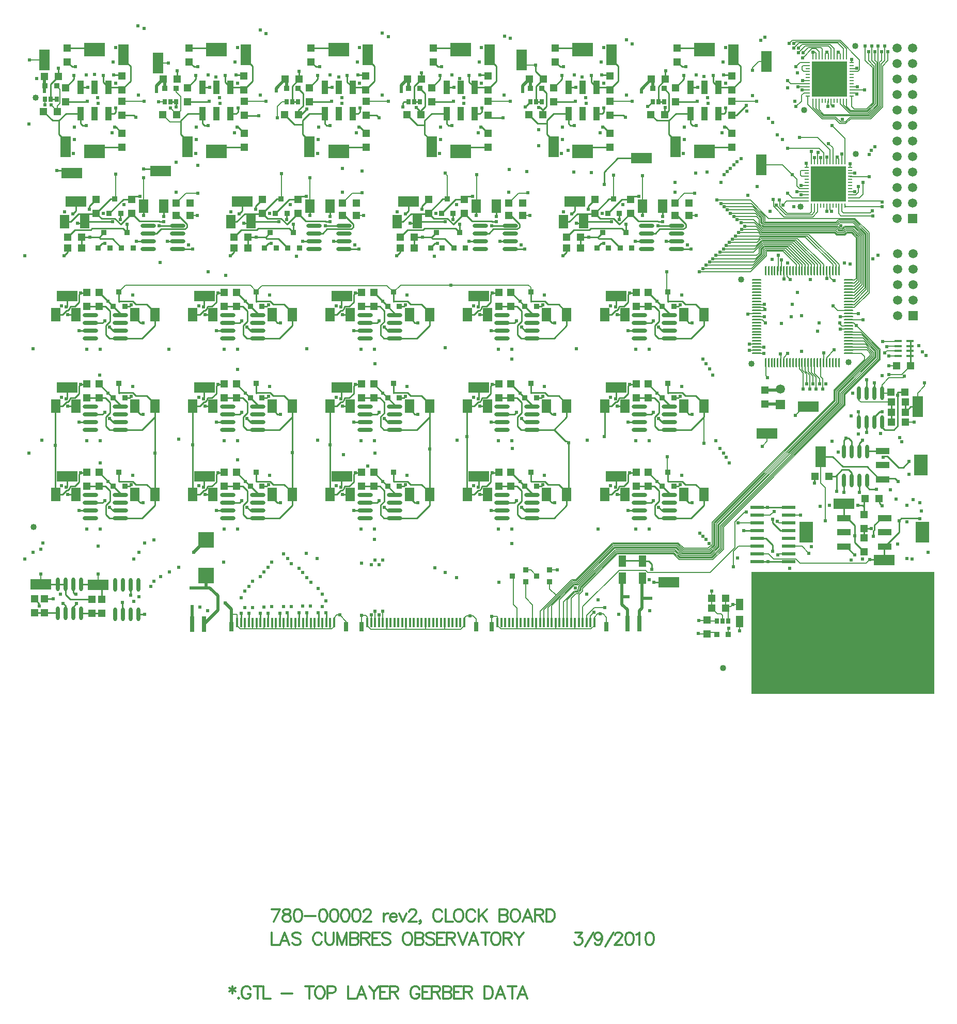
<source format=gtl>
%FSLAX23Y23*%
%MOIN*%
G70*
G01*
G75*
G04 Layer_Physical_Order=1*
G04 Layer_Color=255*
%ADD10R,0.050X0.050*%
%ADD11C,0.040*%
%ADD12R,0.085X0.138*%
%ADD13R,0.085X0.043*%
%ADD14R,0.085X0.043*%
%ADD15R,0.060X0.086*%
%ADD16R,0.035X0.037*%
%ADD17R,0.035X0.037*%
%ADD18R,0.050X0.050*%
%ADD19O,0.098X0.028*%
%ADD20R,0.135X0.070*%
%ADD21R,0.228X0.228*%
%ADD22O,0.008X0.033*%
%ADD23O,0.033X0.008*%
%ADD24R,0.070X0.135*%
%ADD25R,0.138X0.085*%
%ADD26R,0.043X0.085*%
%ADD27R,0.043X0.085*%
%ADD28R,0.031X0.060*%
%ADD29R,0.014X0.060*%
%ADD30R,0.030X0.100*%
%ADD31R,0.048X0.078*%
%ADD32R,0.100X0.100*%
%ADD33O,0.010X0.061*%
%ADD34O,0.061X0.010*%
%ADD35O,0.024X0.087*%
%ADD36R,0.045X0.017*%
%ADD37R,0.028X0.036*%
%ADD38R,0.036X0.036*%
%ADD39R,0.087X0.024*%
%ADD40R,0.036X0.036*%
%ADD41C,0.010*%
%ADD42C,0.005*%
%ADD43C,0.020*%
%ADD44C,0.007*%
%ADD45C,0.012*%
%ADD46R,1.181X0.787*%
%ADD47C,0.012*%
%ADD48C,0.012*%
%ADD49C,0.236*%
%ADD50C,0.050*%
%ADD51C,0.020*%
%ADD52C,0.026*%
%ADD53R,0.059X0.059*%
%ADD54C,0.059*%
%ADD55C,0.024*%
D10*
X23425Y13331D02*
D03*
X23335D02*
D03*
X23657Y13189D02*
D03*
X23747D02*
D03*
X23827Y13680D02*
D03*
X23917D02*
D03*
X23917Y13745D02*
D03*
X23827D02*
D03*
X23917Y13810D02*
D03*
X23827D02*
D03*
X23952Y14043D02*
D03*
X23862D02*
D03*
X19210Y15013D02*
D03*
X19300D02*
D03*
X18600Y14873D02*
D03*
X18510D02*
D03*
X19300Y15093D02*
D03*
X19210D02*
D03*
X18510Y14803D02*
D03*
X18600D02*
D03*
X20283Y15013D02*
D03*
X20373D02*
D03*
X19673Y14873D02*
D03*
X19583D02*
D03*
X18355Y15684D02*
D03*
X18445D02*
D03*
X19125Y15665D02*
D03*
X19215D02*
D03*
X19912D02*
D03*
X20002D02*
D03*
X20700D02*
D03*
X20790D02*
D03*
X21487D02*
D03*
X21577D02*
D03*
X21356Y15013D02*
D03*
X21446D02*
D03*
X20746Y14873D02*
D03*
X20656D02*
D03*
X21446Y15093D02*
D03*
X21356D02*
D03*
X20656Y14803D02*
D03*
X20746D02*
D03*
X22429Y15013D02*
D03*
X22519D02*
D03*
X21819Y14873D02*
D03*
X21729D02*
D03*
X22519Y15093D02*
D03*
X22429D02*
D03*
X21729Y14803D02*
D03*
X21819D02*
D03*
X22365Y15665D02*
D03*
X22275D02*
D03*
X19673Y14803D02*
D03*
X19583D02*
D03*
X20283Y15093D02*
D03*
X20373D02*
D03*
X22758Y12545D02*
D03*
X22668D02*
D03*
X22758Y12480D02*
D03*
X22668D02*
D03*
X18450Y15910D02*
D03*
X18360D02*
D03*
X19218Y15893D02*
D03*
X19128D02*
D03*
X20005D02*
D03*
X19915D02*
D03*
X20793D02*
D03*
X20703D02*
D03*
X21580D02*
D03*
X21490D02*
D03*
X22368D02*
D03*
X22278D02*
D03*
X23824Y13875D02*
D03*
X23914D02*
D03*
D11*
X23263Y15695D02*
D03*
X23595Y16109D02*
D03*
X23240Y15072D02*
D03*
X23597Y15410D02*
D03*
X22857Y14602D02*
D03*
X22925Y14056D02*
D03*
X23550Y14068D02*
D03*
X22739Y12093D02*
D03*
X18291Y13005D02*
D03*
X18305Y15775D02*
D03*
D12*
X23278Y12970D02*
D03*
X24017Y13403D02*
D03*
X24027Y12970D02*
D03*
D13*
X23522Y13060D02*
D03*
Y12879D02*
D03*
X23772Y13493D02*
D03*
Y13312D02*
D03*
X23783Y13060D02*
D03*
Y12879D02*
D03*
D14*
X23522Y12970D02*
D03*
X23772Y13403D02*
D03*
X23783Y12970D02*
D03*
D15*
X21220Y13214D02*
D03*
X21090D02*
D03*
X21602D02*
D03*
X21732D02*
D03*
X20334D02*
D03*
X20204D02*
D03*
X20716D02*
D03*
X20846D02*
D03*
X20334Y13785D02*
D03*
X20204D02*
D03*
X20716D02*
D03*
X20846D02*
D03*
X19448Y13785D02*
D03*
X19318D02*
D03*
X19830D02*
D03*
X19960D02*
D03*
X22106Y13214D02*
D03*
X21976D02*
D03*
X22488D02*
D03*
X22618D02*
D03*
X19448Y13214D02*
D03*
X19318D02*
D03*
X19830D02*
D03*
X19960D02*
D03*
X18563D02*
D03*
X18433D02*
D03*
X18944D02*
D03*
X19074D02*
D03*
X22106Y13785D02*
D03*
X21976D02*
D03*
X22488D02*
D03*
X22618D02*
D03*
X21220D02*
D03*
X21090D02*
D03*
X21602D02*
D03*
X21732D02*
D03*
X18563D02*
D03*
X18433D02*
D03*
X18944D02*
D03*
X19074D02*
D03*
X18490Y14973D02*
D03*
X18620D02*
D03*
X19000Y15073D02*
D03*
X19130D02*
D03*
X19074Y14375D02*
D03*
X18944D02*
D03*
X18433D02*
D03*
X18563D02*
D03*
X20846D02*
D03*
X20716D02*
D03*
X20204D02*
D03*
X20334D02*
D03*
X21732D02*
D03*
X21602D02*
D03*
X21090D02*
D03*
X21220D02*
D03*
X20636Y14973D02*
D03*
X20766D02*
D03*
X21146Y15073D02*
D03*
X21276D02*
D03*
X21709Y14973D02*
D03*
X21839D02*
D03*
X22219Y15073D02*
D03*
X22349D02*
D03*
X19960Y14375D02*
D03*
X19830D02*
D03*
X19318D02*
D03*
X19448D02*
D03*
X22618D02*
D03*
X22488D02*
D03*
X21976D02*
D03*
X22106D02*
D03*
X20203Y15073D02*
D03*
X20073D02*
D03*
X19693Y14973D02*
D03*
X19563D02*
D03*
D16*
X21499Y13359D02*
D03*
X21462Y13266D02*
D03*
X20614Y13359D02*
D03*
X20576Y13266D02*
D03*
X20614Y13930D02*
D03*
X20576Y13837D02*
D03*
X19728Y13930D02*
D03*
X19690Y13837D02*
D03*
X22385Y13359D02*
D03*
X22348Y13266D02*
D03*
X19728Y13359D02*
D03*
X19690Y13266D02*
D03*
X18842Y13359D02*
D03*
X18805Y13266D02*
D03*
X22385Y13930D02*
D03*
X22348Y13837D02*
D03*
X21499Y13930D02*
D03*
X21462Y13837D02*
D03*
X18842Y13930D02*
D03*
X18805Y13837D02*
D03*
X18895Y14903D02*
D03*
X18858Y14804D02*
D03*
X18745Y14903D02*
D03*
X18708Y14804D02*
D03*
X18778Y15027D02*
D03*
X18815Y15120D02*
D03*
X19968Y14903D02*
D03*
X19931Y14804D02*
D03*
X19818Y14903D02*
D03*
X19781Y14804D02*
D03*
X19851Y15027D02*
D03*
X19888Y15120D02*
D03*
X18805Y14428D02*
D03*
X18842Y14520D02*
D03*
X20576Y14428D02*
D03*
X20614Y14520D02*
D03*
X21462Y14428D02*
D03*
X21499Y14520D02*
D03*
X21041Y14903D02*
D03*
X21004Y14804D02*
D03*
X20891Y14903D02*
D03*
X20854Y14804D02*
D03*
X20924Y15027D02*
D03*
X20961Y15120D02*
D03*
X22114Y14903D02*
D03*
X22077Y14804D02*
D03*
X21964Y14903D02*
D03*
X21927Y14804D02*
D03*
X21997Y15027D02*
D03*
X22034Y15120D02*
D03*
X19690Y14428D02*
D03*
X19728Y14520D02*
D03*
X22348Y14428D02*
D03*
X22385Y14520D02*
D03*
D17*
X21537Y13266D02*
D03*
X20651D02*
D03*
X20651Y13837D02*
D03*
X19765Y13837D02*
D03*
X22423Y13266D02*
D03*
X19765D02*
D03*
X18879D02*
D03*
X22423Y13837D02*
D03*
X21537D02*
D03*
X18879D02*
D03*
X18933Y14804D02*
D03*
X18783D02*
D03*
X18853Y15027D02*
D03*
X20006Y14804D02*
D03*
X19856D02*
D03*
X19926Y15027D02*
D03*
X18879Y14428D02*
D03*
X20651D02*
D03*
X21537D02*
D03*
X21078Y14804D02*
D03*
X20928D02*
D03*
X20998Y15027D02*
D03*
X22151Y14804D02*
D03*
X22001D02*
D03*
X22071Y15027D02*
D03*
X19765Y14428D02*
D03*
X22423D02*
D03*
D18*
X21293Y13267D02*
D03*
Y13357D02*
D03*
X21372Y13267D02*
D03*
Y13357D02*
D03*
X20407Y13267D02*
D03*
Y13357D02*
D03*
X20486Y13267D02*
D03*
Y13357D02*
D03*
X20407Y13838D02*
D03*
Y13928D02*
D03*
X20486Y13838D02*
D03*
Y13928D02*
D03*
X19521Y13838D02*
D03*
Y13928D02*
D03*
X19600Y13838D02*
D03*
Y13928D02*
D03*
X22179Y13267D02*
D03*
Y13357D02*
D03*
X22257Y13267D02*
D03*
Y13357D02*
D03*
X19521Y13267D02*
D03*
Y13357D02*
D03*
X19600Y13267D02*
D03*
Y13357D02*
D03*
X18635Y13267D02*
D03*
Y13357D02*
D03*
X18714Y13267D02*
D03*
Y13357D02*
D03*
X22179Y13838D02*
D03*
Y13928D02*
D03*
X22257Y13838D02*
D03*
Y13928D02*
D03*
X21293Y13838D02*
D03*
Y13928D02*
D03*
X21372Y13838D02*
D03*
Y13928D02*
D03*
X18635Y13838D02*
D03*
Y13928D02*
D03*
X18714Y13838D02*
D03*
Y13928D02*
D03*
X18296Y12451D02*
D03*
Y12541D02*
D03*
X18361D02*
D03*
Y12451D02*
D03*
X18666Y12446D02*
D03*
Y12536D02*
D03*
X18731Y12536D02*
D03*
Y12446D02*
D03*
X23650Y12995D02*
D03*
Y13085D02*
D03*
Y12845D02*
D03*
Y12935D02*
D03*
X22638Y12315D02*
D03*
Y12405D02*
D03*
X23009Y13887D02*
D03*
Y13797D02*
D03*
X18925Y15118D02*
D03*
Y15028D02*
D03*
X18695Y15118D02*
D03*
Y15028D02*
D03*
X19998Y15118D02*
D03*
Y15028D02*
D03*
X19768Y15118D02*
D03*
Y15028D02*
D03*
X18714Y14519D02*
D03*
Y14429D02*
D03*
X18635Y14519D02*
D03*
Y14429D02*
D03*
X18861Y15454D02*
D03*
Y15544D02*
D03*
Y15751D02*
D03*
Y15661D02*
D03*
X18860Y15825D02*
D03*
Y15915D02*
D03*
X18497Y15839D02*
D03*
Y15749D02*
D03*
X18507Y16005D02*
D03*
Y16095D02*
D03*
X19649Y15454D02*
D03*
Y15544D02*
D03*
Y15751D02*
D03*
Y15661D02*
D03*
X19648Y15825D02*
D03*
Y15915D02*
D03*
X19285Y15839D02*
D03*
Y15749D02*
D03*
X19295Y16005D02*
D03*
Y16095D02*
D03*
X20436Y15454D02*
D03*
Y15544D02*
D03*
Y15751D02*
D03*
Y15661D02*
D03*
X20435Y15825D02*
D03*
Y15915D02*
D03*
X20072Y15839D02*
D03*
Y15749D02*
D03*
X20082Y16005D02*
D03*
Y16095D02*
D03*
X21224Y15454D02*
D03*
Y15544D02*
D03*
Y15751D02*
D03*
Y15661D02*
D03*
X21223Y15825D02*
D03*
Y15915D02*
D03*
X20859Y15839D02*
D03*
Y15749D02*
D03*
X20869Y16005D02*
D03*
Y16095D02*
D03*
X22011Y15454D02*
D03*
Y15544D02*
D03*
Y15751D02*
D03*
Y15661D02*
D03*
X22010Y15825D02*
D03*
Y15915D02*
D03*
X21647Y15839D02*
D03*
Y15749D02*
D03*
X21657Y16005D02*
D03*
Y16095D02*
D03*
X22798Y15751D02*
D03*
Y15661D02*
D03*
X22797Y15825D02*
D03*
Y15915D02*
D03*
X22434Y15839D02*
D03*
Y15749D02*
D03*
X22444Y16005D02*
D03*
Y16095D02*
D03*
X20486Y14519D02*
D03*
Y14429D02*
D03*
X20407Y14519D02*
D03*
Y14429D02*
D03*
X21372Y14519D02*
D03*
Y14429D02*
D03*
X21293Y14519D02*
D03*
Y14429D02*
D03*
X21071Y15118D02*
D03*
Y15028D02*
D03*
X20841Y15118D02*
D03*
Y15028D02*
D03*
X22144Y15118D02*
D03*
Y15028D02*
D03*
X21914Y15118D02*
D03*
Y15028D02*
D03*
X22798Y15544D02*
D03*
Y15454D02*
D03*
X19600Y14519D02*
D03*
Y14429D02*
D03*
X19521Y14519D02*
D03*
Y14429D02*
D03*
X22257Y14519D02*
D03*
Y14429D02*
D03*
X22179Y14519D02*
D03*
Y14429D02*
D03*
D19*
X21507Y13060D02*
D03*
Y13110D02*
D03*
Y13160D02*
D03*
Y13210D02*
D03*
X21314Y13060D02*
D03*
Y13110D02*
D03*
Y13160D02*
D03*
Y13210D02*
D03*
X20622Y13060D02*
D03*
Y13110D02*
D03*
Y13160D02*
D03*
Y13210D02*
D03*
X20429Y13060D02*
D03*
Y13110D02*
D03*
Y13160D02*
D03*
Y13210D02*
D03*
X20622Y13631D02*
D03*
Y13681D02*
D03*
Y13731D02*
D03*
Y13781D02*
D03*
X20429Y13631D02*
D03*
Y13681D02*
D03*
Y13731D02*
D03*
Y13781D02*
D03*
X19736Y13631D02*
D03*
Y13681D02*
D03*
Y13731D02*
D03*
Y13781D02*
D03*
X19543Y13631D02*
D03*
Y13681D02*
D03*
Y13731D02*
D03*
Y13781D02*
D03*
X22393Y13060D02*
D03*
Y13110D02*
D03*
Y13160D02*
D03*
Y13210D02*
D03*
X22200Y13060D02*
D03*
Y13110D02*
D03*
Y13160D02*
D03*
Y13210D02*
D03*
X19736Y13060D02*
D03*
Y13110D02*
D03*
Y13160D02*
D03*
Y13210D02*
D03*
X19543Y13060D02*
D03*
Y13110D02*
D03*
Y13160D02*
D03*
Y13210D02*
D03*
X18850Y13060D02*
D03*
Y13110D02*
D03*
Y13160D02*
D03*
Y13210D02*
D03*
X18657Y13060D02*
D03*
Y13110D02*
D03*
Y13160D02*
D03*
Y13210D02*
D03*
X22393Y13631D02*
D03*
Y13681D02*
D03*
Y13731D02*
D03*
Y13781D02*
D03*
X22200Y13631D02*
D03*
Y13681D02*
D03*
Y13731D02*
D03*
Y13781D02*
D03*
X21507Y13631D02*
D03*
Y13681D02*
D03*
Y13731D02*
D03*
Y13781D02*
D03*
X21314Y13631D02*
D03*
Y13681D02*
D03*
Y13731D02*
D03*
Y13781D02*
D03*
X18850Y13631D02*
D03*
Y13681D02*
D03*
Y13731D02*
D03*
Y13781D02*
D03*
X18657Y13631D02*
D03*
Y13681D02*
D03*
Y13731D02*
D03*
Y13781D02*
D03*
X19029Y14948D02*
D03*
Y14898D02*
D03*
Y14848D02*
D03*
Y14798D02*
D03*
X19222Y14948D02*
D03*
Y14898D02*
D03*
Y14848D02*
D03*
Y14798D02*
D03*
X20102Y14948D02*
D03*
Y14898D02*
D03*
Y14848D02*
D03*
Y14798D02*
D03*
X20295Y14948D02*
D03*
Y14898D02*
D03*
Y14848D02*
D03*
Y14798D02*
D03*
X18657Y14372D02*
D03*
Y14322D02*
D03*
Y14272D02*
D03*
Y14222D02*
D03*
X18850Y14372D02*
D03*
Y14322D02*
D03*
Y14272D02*
D03*
Y14222D02*
D03*
X20429Y14372D02*
D03*
Y14322D02*
D03*
Y14272D02*
D03*
Y14222D02*
D03*
X20622Y14372D02*
D03*
Y14322D02*
D03*
Y14272D02*
D03*
Y14222D02*
D03*
X21314Y14372D02*
D03*
Y14322D02*
D03*
Y14272D02*
D03*
Y14222D02*
D03*
X21507Y14372D02*
D03*
Y14322D02*
D03*
Y14272D02*
D03*
Y14222D02*
D03*
X21175Y14948D02*
D03*
Y14898D02*
D03*
Y14848D02*
D03*
Y14798D02*
D03*
X21368Y14948D02*
D03*
Y14898D02*
D03*
Y14848D02*
D03*
Y14798D02*
D03*
X22247Y14948D02*
D03*
Y14898D02*
D03*
Y14848D02*
D03*
Y14798D02*
D03*
X22440Y14948D02*
D03*
Y14898D02*
D03*
Y14848D02*
D03*
Y14798D02*
D03*
X19543Y14372D02*
D03*
Y14322D02*
D03*
Y14272D02*
D03*
Y14222D02*
D03*
X19736Y14372D02*
D03*
Y14322D02*
D03*
Y14272D02*
D03*
Y14222D02*
D03*
X22200Y14372D02*
D03*
Y14322D02*
D03*
Y14272D02*
D03*
Y14222D02*
D03*
X22393Y14372D02*
D03*
Y14322D02*
D03*
Y14272D02*
D03*
Y14222D02*
D03*
D20*
X21165Y13332D02*
D03*
X20279D02*
D03*
Y13903D02*
D03*
X19393Y13903D02*
D03*
X22051Y13332D02*
D03*
X19393D02*
D03*
X18507D02*
D03*
X22051Y13903D02*
D03*
X21165D02*
D03*
X18507D02*
D03*
X21784Y15103D02*
D03*
X20711D02*
D03*
X21165Y14494D02*
D03*
X20279D02*
D03*
X18507D02*
D03*
X19638Y15103D02*
D03*
X18565D02*
D03*
X23520Y13155D02*
D03*
X23780Y12790D02*
D03*
X18337Y12635D02*
D03*
X18707Y12630D02*
D03*
X19393Y14494D02*
D03*
X22051D02*
D03*
X18537Y15288D02*
D03*
X22215Y15383D02*
D03*
X23024Y13606D02*
D03*
X23289Y13781D02*
D03*
X22392Y12647D02*
D03*
X19110Y15301D02*
D03*
D21*
X23428Y15893D02*
D03*
X23419Y15217D02*
D03*
D22*
X23320Y16034D02*
D03*
X23340D02*
D03*
X23360D02*
D03*
X23379D02*
D03*
X23399D02*
D03*
X23419D02*
D03*
X23438D02*
D03*
X23458D02*
D03*
X23478D02*
D03*
X23497D02*
D03*
X23517D02*
D03*
X23537D02*
D03*
Y15753D02*
D03*
X23517D02*
D03*
X23478D02*
D03*
X23458D02*
D03*
X23438D02*
D03*
X23419D02*
D03*
X23399D02*
D03*
X23379D02*
D03*
X23360D02*
D03*
X23340D02*
D03*
X23320D02*
D03*
X23311Y15357D02*
D03*
X23331D02*
D03*
X23351D02*
D03*
X23370D02*
D03*
X23390D02*
D03*
X23410D02*
D03*
X23429D02*
D03*
X23449D02*
D03*
X23469D02*
D03*
X23488D02*
D03*
X23508D02*
D03*
X23528D02*
D03*
Y15076D02*
D03*
X23508D02*
D03*
X23488D02*
D03*
X23469D02*
D03*
X23449D02*
D03*
X23429D02*
D03*
X23410D02*
D03*
X23390D02*
D03*
X23370D02*
D03*
X23351D02*
D03*
X23331D02*
D03*
X23311D02*
D03*
X23497Y15753D02*
D03*
D23*
X23569Y16002D02*
D03*
Y15982D02*
D03*
Y15962D02*
D03*
Y15943D02*
D03*
Y15923D02*
D03*
Y15903D02*
D03*
Y15884D02*
D03*
Y15864D02*
D03*
Y15844D02*
D03*
Y15825D02*
D03*
Y15805D02*
D03*
Y15785D02*
D03*
X23288Y15805D02*
D03*
Y15825D02*
D03*
Y15844D02*
D03*
Y15864D02*
D03*
Y15884D02*
D03*
Y15903D02*
D03*
Y15923D02*
D03*
Y15943D02*
D03*
Y15962D02*
D03*
Y15982D02*
D03*
Y16002D02*
D03*
X23560Y15325D02*
D03*
Y15305D02*
D03*
Y15286D02*
D03*
Y15266D02*
D03*
Y15246D02*
D03*
Y15227D02*
D03*
Y15207D02*
D03*
Y15187D02*
D03*
Y15168D02*
D03*
Y15148D02*
D03*
Y15128D02*
D03*
Y15108D02*
D03*
X23279D02*
D03*
Y15128D02*
D03*
Y15148D02*
D03*
Y15168D02*
D03*
Y15187D02*
D03*
Y15207D02*
D03*
Y15227D02*
D03*
Y15246D02*
D03*
Y15266D02*
D03*
Y15286D02*
D03*
Y15305D02*
D03*
Y15325D02*
D03*
X23288Y15785D02*
D03*
D24*
X21234Y16050D02*
D03*
X19659D02*
D03*
X18871D02*
D03*
X20446D02*
D03*
X22021D02*
D03*
X22808D02*
D03*
X22434Y15458D02*
D03*
X21647D02*
D03*
X20859D02*
D03*
X20072D02*
D03*
X19285D02*
D03*
X18497D02*
D03*
X23997Y13780D02*
D03*
X23370Y13458D02*
D03*
X22987Y15340D02*
D03*
X19094Y15996D02*
D03*
X21441Y16019D02*
D03*
X23019Y16007D02*
D03*
X18362Y16018D02*
D03*
D25*
X22621Y16084D02*
D03*
X18684Y15426D02*
D03*
Y16084D02*
D03*
X19472Y15426D02*
D03*
Y16084D02*
D03*
X20259Y15426D02*
D03*
Y16084D02*
D03*
X21047Y15426D02*
D03*
Y16084D02*
D03*
X21834Y15426D02*
D03*
Y16084D02*
D03*
X22621Y15426D02*
D03*
D26*
X22712Y15840D02*
D03*
X22531D02*
D03*
X18775Y15670D02*
D03*
X18594D02*
D03*
Y15840D02*
D03*
X18775D02*
D03*
X19562Y15670D02*
D03*
X19381D02*
D03*
Y15840D02*
D03*
X19562D02*
D03*
X20350Y15670D02*
D03*
X20169D02*
D03*
Y15840D02*
D03*
X20350D02*
D03*
X21137Y15670D02*
D03*
X20956D02*
D03*
Y15840D02*
D03*
X21137D02*
D03*
X21924Y15670D02*
D03*
X21743D02*
D03*
Y15840D02*
D03*
X21924D02*
D03*
X22712Y15670D02*
D03*
X22531D02*
D03*
D27*
X22621Y15840D02*
D03*
X18684Y15670D02*
D03*
Y15840D02*
D03*
X19472Y15670D02*
D03*
Y15840D02*
D03*
X20259Y15670D02*
D03*
Y15840D02*
D03*
X21047Y15670D02*
D03*
Y15840D02*
D03*
X21834Y15670D02*
D03*
Y15840D02*
D03*
X22621Y15670D02*
D03*
D28*
X19567Y12361D02*
D03*
X20307D02*
D03*
X20407D02*
D03*
X21147D02*
D03*
X21247D02*
D03*
X21987D02*
D03*
D29*
X21910Y12389D02*
D03*
X21885D02*
D03*
X21860D02*
D03*
X21835D02*
D03*
X21810D02*
D03*
X21785D02*
D03*
X21760D02*
D03*
X21735D02*
D03*
X21710D02*
D03*
X21685D02*
D03*
X21660D02*
D03*
X21635D02*
D03*
X21610D02*
D03*
X21585D02*
D03*
X21560D02*
D03*
X21535D02*
D03*
X21510D02*
D03*
X21485D02*
D03*
X21460D02*
D03*
X21435D02*
D03*
X21410D02*
D03*
X21385D02*
D03*
X21360D02*
D03*
X21335D02*
D03*
X21310D02*
D03*
X21285D02*
D03*
X21069Y12388D02*
D03*
X21044D02*
D03*
X21019D02*
D03*
X20994D02*
D03*
X20969D02*
D03*
X20944D02*
D03*
X20919D02*
D03*
X20894D02*
D03*
X20869D02*
D03*
X20844D02*
D03*
X20819D02*
D03*
X20794D02*
D03*
X20769D02*
D03*
X20744D02*
D03*
X20719D02*
D03*
X20694D02*
D03*
X20669D02*
D03*
X20644D02*
D03*
X20619D02*
D03*
X20594D02*
D03*
X20569D02*
D03*
X20544D02*
D03*
X20519D02*
D03*
X20494D02*
D03*
X20469D02*
D03*
X20444D02*
D03*
X20229D02*
D03*
X20204D02*
D03*
X20179D02*
D03*
X20154D02*
D03*
X20129D02*
D03*
X20104D02*
D03*
X20079D02*
D03*
X20054D02*
D03*
X20029D02*
D03*
X20004D02*
D03*
X19979D02*
D03*
X19954D02*
D03*
X19929D02*
D03*
X19904D02*
D03*
X19879D02*
D03*
X19854D02*
D03*
X19829D02*
D03*
X19804D02*
D03*
X19779D02*
D03*
X19754D02*
D03*
X19729D02*
D03*
X19704D02*
D03*
X19679D02*
D03*
X19654D02*
D03*
X19629D02*
D03*
X19604D02*
D03*
D30*
X19313Y12379D02*
D03*
X19392D02*
D03*
X22123Y12380D02*
D03*
X22202D02*
D03*
D31*
X22848Y12505D02*
D03*
Y12395D02*
D03*
X22219Y12674D02*
D03*
Y12784D02*
D03*
X22091Y12674D02*
D03*
Y12784D02*
D03*
D32*
X19403Y12921D02*
D03*
Y12691D02*
D03*
D33*
X23016Y14657D02*
D03*
X23036D02*
D03*
X23056D02*
D03*
X23075D02*
D03*
X23095D02*
D03*
X23115D02*
D03*
X23134D02*
D03*
X23154D02*
D03*
X23174D02*
D03*
X23193D02*
D03*
X23213D02*
D03*
X23233D02*
D03*
X23252D02*
D03*
X23272D02*
D03*
X23292D02*
D03*
X23311D02*
D03*
X23331D02*
D03*
X23351D02*
D03*
X23371D02*
D03*
X23390D02*
D03*
X23410D02*
D03*
X23430D02*
D03*
X23449D02*
D03*
X23469D02*
D03*
X23489D02*
D03*
Y14064D02*
D03*
X23469D02*
D03*
X23449D02*
D03*
X23430D02*
D03*
X23410D02*
D03*
X23390D02*
D03*
X23371D02*
D03*
X23351D02*
D03*
X23331D02*
D03*
X23311D02*
D03*
X23292D02*
D03*
X23272D02*
D03*
X23252D02*
D03*
X23233D02*
D03*
X23213D02*
D03*
X23193D02*
D03*
X23174D02*
D03*
X23154D02*
D03*
X23134D02*
D03*
X23115D02*
D03*
X23095D02*
D03*
X23075D02*
D03*
X23056D02*
D03*
X23036D02*
D03*
X23016D02*
D03*
D34*
X23549Y14597D02*
D03*
Y14577D02*
D03*
Y14557D02*
D03*
Y14538D02*
D03*
Y14518D02*
D03*
Y14498D02*
D03*
Y14479D02*
D03*
Y14459D02*
D03*
Y14439D02*
D03*
Y14420D02*
D03*
Y14400D02*
D03*
Y14380D02*
D03*
Y14361D02*
D03*
Y14341D02*
D03*
Y14321D02*
D03*
Y14302D02*
D03*
Y14282D02*
D03*
Y14262D02*
D03*
Y14243D02*
D03*
Y14223D02*
D03*
Y14203D02*
D03*
Y14183D02*
D03*
Y14164D02*
D03*
Y14144D02*
D03*
Y14124D02*
D03*
X22956D02*
D03*
Y14144D02*
D03*
Y14164D02*
D03*
Y14183D02*
D03*
Y14203D02*
D03*
Y14223D02*
D03*
Y14243D02*
D03*
Y14262D02*
D03*
Y14282D02*
D03*
Y14302D02*
D03*
Y14321D02*
D03*
Y14341D02*
D03*
Y14361D02*
D03*
Y14380D02*
D03*
Y14400D02*
D03*
Y14420D02*
D03*
Y14439D02*
D03*
Y14459D02*
D03*
Y14479D02*
D03*
Y14498D02*
D03*
Y14518D02*
D03*
Y14538D02*
D03*
Y14557D02*
D03*
Y14577D02*
D03*
Y14597D02*
D03*
D35*
X18816Y12441D02*
D03*
X18866D02*
D03*
X18916D02*
D03*
X18966D02*
D03*
X18816Y12630D02*
D03*
X18866D02*
D03*
X18916D02*
D03*
X18966D02*
D03*
X23617Y13681D02*
D03*
X23667D02*
D03*
X23717D02*
D03*
X23767D02*
D03*
X23617Y13869D02*
D03*
X23667D02*
D03*
X23717D02*
D03*
X23767D02*
D03*
X23519Y13303D02*
D03*
X23569D02*
D03*
X23619D02*
D03*
X23669D02*
D03*
X23519Y13492D02*
D03*
X23569D02*
D03*
X23619D02*
D03*
X23669D02*
D03*
X18446Y12446D02*
D03*
X18496D02*
D03*
X18546D02*
D03*
X18596D02*
D03*
X18446Y12635D02*
D03*
X18496D02*
D03*
X18546D02*
D03*
X18596D02*
D03*
D36*
X23948Y14203D02*
D03*
Y14171D02*
D03*
Y14140D02*
D03*
Y14108D02*
D03*
X23871D02*
D03*
Y14140D02*
D03*
Y14171D02*
D03*
Y14203D02*
D03*
D37*
X22775Y12398D02*
D03*
X22701D02*
D03*
X22738D02*
D03*
X18365Y15764D02*
D03*
X18439D02*
D03*
X18402D02*
D03*
X19136Y15747D02*
D03*
X19210D02*
D03*
X19173D02*
D03*
X19923D02*
D03*
X19997D02*
D03*
X19960D02*
D03*
X20711D02*
D03*
X20785D02*
D03*
X20748D02*
D03*
X21498D02*
D03*
X21572D02*
D03*
X21535D02*
D03*
X22286D02*
D03*
X22360D02*
D03*
X22323D02*
D03*
D38*
X22775Y12312D02*
D03*
X22701D02*
D03*
X18365Y15850D02*
D03*
X18439D02*
D03*
X19136Y15833D02*
D03*
X19210D02*
D03*
X19923D02*
D03*
X19997D02*
D03*
X20711D02*
D03*
X20785D02*
D03*
X21498D02*
D03*
X21572D02*
D03*
X22286D02*
D03*
X22360D02*
D03*
D39*
X23164Y12780D02*
D03*
Y12830D02*
D03*
Y12880D02*
D03*
Y12930D02*
D03*
Y12980D02*
D03*
Y13030D02*
D03*
Y13080D02*
D03*
Y13130D02*
D03*
X22959Y12780D02*
D03*
Y12830D02*
D03*
Y12880D02*
D03*
Y12930D02*
D03*
Y12980D02*
D03*
Y13030D02*
D03*
Y13080D02*
D03*
Y13130D02*
D03*
D40*
X21466Y12726D02*
D03*
X21380Y12689D02*
D03*
X21466Y12652D02*
D03*
X21622Y12726D02*
D03*
X21536Y12689D02*
D03*
X21622Y12652D02*
D03*
D41*
X23650Y13134D02*
Y13182D01*
Y13085D02*
Y13134D01*
X23641Y13144D02*
X23650Y13134D01*
Y13182D02*
X23657Y13189D01*
X23465Y13331D02*
X23473Y13339D01*
X23425Y13331D02*
X23465D01*
X23331Y13327D02*
X23335Y13331D01*
X23331Y13287D02*
Y13327D01*
X23370Y13458D02*
X23448D01*
X23513Y13393D01*
X23473Y13234D02*
Y13339D01*
X23549Y13373D02*
X23569Y13353D01*
X23473Y13339D02*
X23507Y13373D01*
X23569Y13303D02*
Y13353D01*
X23507Y13373D02*
X23549D01*
X23747Y13189D02*
X23752Y13184D01*
Y13156D02*
Y13184D01*
Y13156D02*
X23768Y13140D01*
X22255Y15716D02*
Y15716D01*
X22286Y15747D01*
X22368Y15890D02*
Y15945D01*
X22369Y15946D01*
X22323Y15845D02*
X22368Y15890D01*
X22323Y15747D02*
Y15845D01*
X22392Y15692D02*
Y15801D01*
X22365Y15665D02*
X22392Y15692D01*
X22360Y15833D02*
X22392Y15801D01*
X22275Y15665D02*
X22313Y15626D01*
X22390D01*
X22365Y15665D02*
Y15710D01*
X22366Y15711D01*
X22432Y15747D02*
X22434Y15749D01*
X22323Y15747D02*
X22360D01*
X22368Y15885D02*
Y15893D01*
X22137Y13354D02*
X22175D01*
X21251Y13925D02*
X21289D01*
X21088Y13785D02*
Y13787D01*
X22440Y14798D02*
X22442Y14797D01*
X22069Y15025D02*
X22071Y15027D01*
X22443Y15013D02*
X22499Y14958D01*
X22429Y15013D02*
X22443D01*
X22485Y14926D02*
X22499Y14939D01*
Y14958D01*
X22331Y14926D02*
X22485D01*
X22304Y14898D02*
X22331Y14926D01*
X22247Y14898D02*
X22304D01*
X22429Y15165D02*
X22429Y15165D01*
Y15163D02*
X22430Y15164D01*
X21729Y14777D02*
Y14803D01*
X21707Y14755D02*
X21729Y14777D01*
X21819Y14803D02*
Y14873D01*
X21829Y14963D02*
X21839Y14973D01*
X22219Y15073D02*
X22219Y15073D01*
X22349Y15073D02*
X22349Y15073D01*
X22086Y14930D02*
X22114Y14903D01*
X22114Y14903D01*
X21887Y14930D02*
X22086D01*
X21878Y14921D02*
X21887Y14930D01*
X21777Y14921D02*
X21878D01*
X21729Y14873D02*
X21777Y14921D01*
X21927Y14804D02*
Y14806D01*
X22144Y15118D02*
X22162Y15136D01*
X22144Y15118D02*
X22153Y15127D01*
X22088Y15118D02*
X22144D01*
X21997Y15027D02*
X22088Y15118D01*
X21869Y15073D02*
X21914Y15118D01*
X21869Y15053D02*
Y15073D01*
X22219Y15013D02*
Y15073D01*
X22069Y14988D02*
Y15025D01*
X22005Y15120D02*
X22034D01*
X21914Y15028D02*
X22005Y15120D01*
X21914Y15028D02*
X21948Y14994D01*
X21911Y15025D02*
X21914Y15028D01*
X21948Y14994D02*
X22033D01*
X21800Y15025D02*
X21911D01*
X22071Y14956D02*
X22144Y15028D01*
X22033Y14994D02*
X22071Y14956D01*
X21748Y14973D02*
X21800Y15025D01*
X21709Y14973D02*
X21748D01*
X21935Y14873D02*
X21964Y14903D01*
X21939Y14863D02*
X22017D01*
X21935Y14868D02*
Y14873D01*
X22017Y14863D02*
X22077Y14804D01*
X21935Y14868D02*
X21939Y14863D01*
X21784Y15043D02*
Y15103D01*
X21764Y15023D02*
X21784Y15043D01*
X21819Y14873D02*
X21935D01*
X22114Y14903D02*
Y14958D01*
X21954Y14833D02*
X21969D01*
X21927Y14806D02*
X21954Y14833D01*
X22374Y14848D02*
X22440D01*
X21839Y14973D02*
X22019D01*
X22442Y14797D02*
X22535D01*
X22144Y15028D02*
X22194Y14978D01*
X22322Y14975D02*
X22349D01*
X22319Y14978D02*
X22322Y14975D01*
X22194Y14978D02*
X22319D01*
X22319Y14948D02*
X22440D01*
X22162Y15136D02*
X22196D01*
X21794Y14963D02*
X21829D01*
X22349Y15008D02*
Y15073D01*
X22174Y14848D02*
X22247D01*
X21368Y14798D02*
X21369Y14797D01*
X20996Y15025D02*
X20998Y15027D01*
X21370Y15013D02*
X21426Y14958D01*
X21356Y15013D02*
X21370D01*
X21412Y14926D02*
X21426Y14939D01*
Y14958D01*
X21258Y14926D02*
X21412D01*
X21231Y14898D02*
X21258Y14926D01*
X21175Y14898D02*
X21231D01*
X21356Y15163D02*
X21357Y15164D01*
X21356Y15165D02*
X21356Y15165D01*
X20746Y14803D02*
Y14873D01*
X20656Y14777D02*
Y14803D01*
X20634Y14755D02*
X20656Y14777D01*
X20756Y14963D02*
X20766Y14973D01*
X21276Y15073D02*
X21276Y15073D01*
X21146Y15073D02*
X21146Y15073D01*
X21013Y14930D02*
X21041Y14903D01*
X21041Y14903D01*
X20814Y14930D02*
X21013D01*
X20805Y14921D02*
X20814Y14930D01*
X20704Y14921D02*
X20805D01*
X20656Y14873D02*
X20704Y14921D01*
X20854Y14804D02*
Y14806D01*
X21071Y15118D02*
X21089Y15136D01*
X21071Y15118D02*
X21080Y15127D01*
X21015Y15118D02*
X21071D01*
X20924Y15027D02*
X21015Y15118D01*
X21146Y15013D02*
Y15073D01*
X20796D02*
X20841Y15118D01*
X20796Y15053D02*
Y15073D01*
X20996Y14988D02*
Y15025D01*
X20999Y14956D02*
X21071Y15028D01*
X20932Y15120D02*
X20961D01*
X20841Y15028D02*
X20932Y15120D01*
X20838Y15025D02*
X20841Y15028D01*
X20875Y14994D01*
X20727Y15025D02*
X20838D01*
X20875Y14994D02*
X20960D01*
X20675Y14973D02*
X20727Y15025D01*
X20960Y14994D02*
X20999Y14956D01*
X20636Y14973D02*
X20675D01*
X20862Y14873D02*
X20891Y14903D01*
X20866Y14863D02*
X20944D01*
X20862Y14868D02*
Y14873D01*
X20944Y14863D02*
X21004Y14804D01*
X20862Y14868D02*
X20866Y14863D01*
X20711Y15043D02*
Y15103D01*
X20691Y15023D02*
X20711Y15043D01*
X20746Y14873D02*
X20862D01*
X21041Y14903D02*
Y14958D01*
X20881Y14833D02*
X20896D01*
X20854Y14806D02*
X20881Y14833D01*
X21301Y14848D02*
X21368D01*
X20766Y14973D02*
X20946D01*
X21246Y14978D02*
X21249Y14975D01*
X21121Y14978D02*
X21246D01*
X21071Y15028D02*
X21121Y14978D01*
X21369Y14797D02*
X21462D01*
X21249Y14975D02*
X21276D01*
X21246Y14948D02*
X21367D01*
X21089Y15136D02*
X21123D01*
X20721Y14963D02*
X20756D01*
X21276Y15008D02*
Y15073D01*
X21101Y14848D02*
X21175D01*
X20295Y14798D02*
X20296Y14797D01*
X19923Y15025D02*
X19926Y15027D01*
X20297Y15013D02*
X20353Y14958D01*
X20283Y15013D02*
X20297D01*
X20340Y14926D02*
X20353Y14939D01*
Y14958D01*
X20185Y14926D02*
X20340D01*
X20158Y14898D02*
X20185Y14926D01*
X20102Y14898D02*
X20158D01*
X20283Y15165D02*
X20283Y15165D01*
X19583Y14777D02*
Y14803D01*
X19561Y14755D02*
X19583Y14777D01*
X19673Y14803D02*
Y14873D01*
X19683Y14963D02*
X19693Y14973D01*
X20073Y15073D02*
X20073Y15073D01*
X20203Y15073D02*
X20203Y15073D01*
X19941Y14930D02*
X19968Y14903D01*
X19968Y14903D01*
X19741Y14930D02*
X19941D01*
X19732Y14921D02*
X19741Y14930D01*
X19631Y14921D02*
X19732D01*
X19583Y14873D02*
X19631Y14921D01*
X19781Y14804D02*
Y14806D01*
X19998Y15118D02*
X20016Y15136D01*
X19998Y15118D02*
X20007Y15127D01*
X19942Y15118D02*
X19998D01*
X19851Y15027D02*
X19942Y15118D01*
X19723Y15073D02*
X19768Y15118D01*
X19723Y15053D02*
Y15073D01*
X20073Y15013D02*
Y15073D01*
X19923Y14988D02*
Y15025D01*
X19859Y15120D02*
X19888D01*
X19768Y15028D02*
X19859Y15120D01*
X19768Y15028D02*
X19802Y14994D01*
X19765Y15025D02*
X19768Y15028D01*
X19802Y14994D02*
X19887D01*
X19654Y15025D02*
X19765D01*
X19926Y14956D02*
X19998Y15028D01*
X19887Y14994D02*
X19926Y14956D01*
X19602Y14973D02*
X19654Y15025D01*
X19563Y14973D02*
X19602D01*
X19789Y14873D02*
X19818Y14903D01*
X19793Y14863D02*
X19872D01*
X19789Y14868D02*
Y14873D01*
X19872Y14863D02*
X19931Y14804D01*
X19789Y14868D02*
X19793Y14863D01*
X19638Y15043D02*
Y15103D01*
X19618Y15023D02*
X19638Y15043D01*
X19673Y14873D02*
X19789D01*
X19968Y14903D02*
Y14958D01*
X19808Y14833D02*
X19823D01*
X19781Y14806D02*
X19808Y14833D01*
X20228Y14848D02*
X20295D01*
X19693Y14973D02*
X19873D01*
X20296Y14797D02*
X20389D01*
X19998Y15028D02*
X20048Y14978D01*
X20177Y14975D02*
X20203D01*
X20173Y14978D02*
X20177Y14975D01*
X20048Y14978D02*
X20173D01*
X20173Y14948D02*
X20294D01*
X20016Y15136D02*
X20050D01*
X19648Y14963D02*
X19683D01*
X20203Y15008D02*
Y15073D01*
X20028Y14848D02*
X20102D01*
X21889Y15875D02*
X21924Y15840D01*
X21889Y15875D02*
Y15916D01*
X19754Y12388D02*
Y12448D01*
X19754Y12448D02*
X19754Y12448D01*
X21743Y15606D02*
X21755Y15595D01*
X21743Y15606D02*
Y15670D01*
X21755Y15595D02*
X21779D01*
X21975Y13587D02*
X21976Y13588D01*
Y13785D01*
X22535Y13631D02*
X22618Y13714D01*
X20846Y13714D02*
Y13785D01*
Y13509D02*
Y13714D01*
X20763Y13631D02*
X20846Y13714D01*
Y13214D02*
Y13509D01*
X19960Y13714D02*
Y13785D01*
Y13485D02*
Y13714D01*
X19877Y13631D02*
X19960Y13714D01*
Y13214D02*
Y13485D01*
X19074Y13714D02*
Y13785D01*
Y13481D02*
Y13714D01*
X18991Y13631D02*
X19074Y13714D01*
Y13214D02*
Y13481D01*
X21649Y13631D02*
X21723Y13557D01*
X21732D01*
X21251Y14515D02*
X21289D01*
X20366D02*
X20403D01*
X19480D02*
X19518D01*
X18594D02*
X18632D01*
X19100Y14948D02*
X19222D01*
X19267Y14926D02*
X19280Y14939D01*
X19113Y14926D02*
X19267D01*
X19085Y14898D02*
X19113Y14926D01*
X19104Y14975D02*
X19130D01*
X19222Y14798D02*
X19223Y14797D01*
X19316D01*
X22281Y12731D02*
Y12763D01*
X22260Y12784D02*
X22281Y12763D01*
X22219Y12784D02*
X22260D01*
X22091Y12789D02*
X22204D01*
X18546Y12489D02*
X18567Y12510D01*
X18546Y12446D02*
Y12489D01*
X23774Y13461D02*
X23801D01*
X23874Y13388D01*
X23774Y13455D02*
Y13461D01*
X23903Y13388D02*
X23942Y13427D01*
X23874Y13388D02*
X23903D01*
X18702Y12635D02*
X18707Y12630D01*
X18731Y12605D01*
X18527Y12536D02*
X18666D01*
X18496Y12566D02*
X18527Y12536D01*
X20847Y13509D02*
X20847Y13509D01*
X20846Y13509D02*
X20847D01*
X21088Y13216D02*
Y13785D01*
X20203Y13534D02*
Y13783D01*
Y13216D02*
Y13534D01*
X19317D02*
Y13783D01*
Y13216D02*
Y13534D01*
X18431Y13530D02*
Y13783D01*
Y13216D02*
Y13530D01*
X18594Y13354D02*
X18632D01*
X18431Y13216D02*
X18433Y13214D01*
X21743Y13225D02*
Y13546D01*
X21732Y13557D02*
X21743Y13546D01*
X20283Y15163D02*
X20284Y15164D01*
X19210Y15165D02*
X19210Y15165D01*
X18943Y15136D02*
X18977D01*
X18925Y15118D02*
X18943Y15136D01*
X18925Y15118D02*
X18934Y15127D01*
X20053Y12450D02*
X20054Y12449D01*
Y12388D02*
Y12449D01*
X20128Y12450D02*
X20129Y12449D01*
Y12388D02*
Y12449D01*
X22760Y15583D02*
X22798Y15544D01*
X22752Y15583D02*
X22760D01*
X22649Y15454D02*
X22798D01*
X22436Y15672D02*
X22437Y15670D01*
X22796Y15920D02*
X22798Y15918D01*
X22745Y15920D02*
X22796D01*
X22787Y15840D02*
X22798Y15828D01*
X22444Y16095D02*
X22610D01*
X22498Y15973D02*
X22499Y15974D01*
X22477Y15973D02*
X22498D01*
X22444Y16005D02*
X22477Y15973D01*
X22574Y15749D02*
X22575Y15750D01*
X22434Y15749D02*
X22574D01*
X22434D02*
X22437Y15752D01*
X22434Y15749D02*
X22441Y15756D01*
X22434Y15740D02*
Y15749D01*
X22487Y15893D02*
Y15918D01*
X22434Y15839D02*
X22487Y15893D01*
X22531Y15606D02*
X22543Y15595D01*
X22566D01*
X22531Y15606D02*
Y15670D01*
X22437D02*
X22531D01*
X22758Y15682D02*
Y15709D01*
X22747Y15670D02*
X22758Y15682D01*
X22712Y15670D02*
X22747D01*
X22712Y15840D02*
X22787D01*
X22676Y15875D02*
X22712Y15840D01*
X22676Y15875D02*
Y15916D01*
X22531Y15840D02*
X22578D01*
X22808Y16020D02*
X22853Y15976D01*
Y15882D02*
Y15976D01*
X22798Y15828D02*
X22853Y15882D01*
X22808Y16020D02*
Y16050D01*
X22390Y15626D02*
X22436Y15672D01*
X22390Y15538D02*
X22434Y15493D01*
X22390Y15538D02*
Y15626D01*
X22434Y15460D02*
Y15493D01*
X21972Y15583D02*
X22011Y15544D01*
X21965Y15583D02*
X21972D01*
X21862Y15454D02*
X22011D01*
X22009Y15920D02*
X22011Y15918D01*
X21958Y15920D02*
X22009D01*
X22000Y15840D02*
X22011Y15828D01*
X21657Y16095D02*
X21822D01*
X21711Y15973D02*
X21712Y15974D01*
X21689Y15973D02*
X21711D01*
X21657Y16005D02*
X21689Y15973D01*
X21787Y15749D02*
X21788Y15750D01*
X21647Y15749D02*
X21787D01*
X21647D02*
X21650Y15752D01*
X21647Y15749D02*
X21654Y15756D01*
X21647Y15740D02*
Y15749D01*
X21700Y15893D02*
Y15918D01*
X21647Y15839D02*
X21700Y15893D01*
X21650Y15670D02*
X21743D01*
X21971Y15682D02*
Y15709D01*
X21959Y15670D02*
X21971Y15682D01*
X21924Y15670D02*
X21959D01*
X21924Y15840D02*
X22000D01*
X21743D02*
X21791D01*
X22021Y16020D02*
X22065Y15976D01*
Y15882D02*
Y15976D01*
X22011Y15828D02*
X22065Y15882D01*
X22021Y16020D02*
Y16050D01*
X21603Y15626D02*
X21648Y15672D01*
X21603Y15538D02*
X21647Y15493D01*
Y15460D02*
Y15493D01*
X21185Y15583D02*
X21224Y15544D01*
X21177Y15583D02*
X21185D01*
X21074Y15454D02*
X21224D01*
X20861Y15672D02*
X20863Y15670D01*
X21221Y15920D02*
X21224Y15918D01*
X21171Y15920D02*
X21221D01*
X21212Y15840D02*
X21224Y15828D01*
X20869Y16095D02*
X21035D01*
X20923Y15973D02*
X20924Y15974D01*
X20902Y15973D02*
X20923D01*
X20869Y16005D02*
X20902Y15973D01*
X21000Y15749D02*
X21000Y15750D01*
X20859Y15749D02*
X21000D01*
X20859D02*
X20862Y15752D01*
X20859Y15749D02*
X20866Y15756D01*
X20859Y15740D02*
Y15749D01*
X20913Y15893D02*
Y15918D01*
X20859Y15839D02*
X20913Y15893D01*
X20956Y15606D02*
X20968Y15595D01*
X20991D01*
X20956Y15606D02*
Y15670D01*
X20863D02*
X20956D01*
X21183Y15682D02*
Y15709D01*
X21172Y15670D02*
X21183Y15682D01*
X21137Y15670D02*
X21172D01*
X21137Y15840D02*
X21212D01*
X21102Y15875D02*
X21137Y15840D01*
X21102Y15875D02*
Y15916D01*
X20956Y15840D02*
X21003D01*
X21234Y16020D02*
X21278Y15976D01*
Y15882D02*
Y15976D01*
X21224Y15828D02*
X21278Y15882D01*
X21234Y16020D02*
Y16050D01*
X20815Y15626D02*
X20861Y15672D01*
X20815Y15538D02*
X20859Y15493D01*
Y15460D02*
Y15493D01*
X18823Y15583D02*
X18861Y15544D01*
X18815Y15583D02*
X18823D01*
X18712Y15454D02*
X18861D01*
X18859Y15920D02*
X18861Y15918D01*
X18808Y15920D02*
X18859D01*
X18850Y15840D02*
X18861Y15828D01*
X18507Y16095D02*
X18673D01*
X18561Y15973D02*
X18562Y15974D01*
X18540Y15973D02*
X18561D01*
X18507Y16005D02*
X18540Y15973D01*
X18637Y15749D02*
X18638Y15750D01*
X18497Y15749D02*
X18637D01*
X18497D02*
X18500Y15752D01*
X18497Y15749D02*
X18504Y15756D01*
X18497Y15740D02*
Y15749D01*
X18550Y15893D02*
Y15918D01*
X18497Y15839D02*
X18550Y15893D01*
X18594Y15606D02*
X18606Y15595D01*
X18629D01*
X18594Y15606D02*
Y15670D01*
X18500D02*
X18594D01*
X18821Y15682D02*
Y15709D01*
X18809Y15670D02*
X18821Y15682D01*
X18775Y15670D02*
X18809D01*
X18775Y15840D02*
X18850D01*
X18739Y15875D02*
X18775Y15840D01*
X18739Y15875D02*
Y15916D01*
X18594Y15840D02*
X18641D01*
X18871Y16020D02*
X18916Y15976D01*
Y15882D02*
Y15976D01*
X18861Y15828D02*
X18916Y15882D01*
X18871Y16020D02*
Y16050D01*
X18453Y15626D02*
X18499Y15672D01*
X18453Y15538D02*
X18497Y15493D01*
X18453Y15538D02*
Y15626D01*
X18497Y15460D02*
Y15493D01*
X18714Y13357D02*
Y13357D01*
Y13357D02*
X18772Y13299D01*
X18805Y13266D01*
X18635Y13267D02*
X18714D01*
X18433Y13214D02*
X18477D01*
X18503Y13240D01*
X18511D01*
X18524Y13253D01*
Y13261D01*
X18529Y13266D02*
X18556D01*
X18524Y13261D02*
X18529Y13266D01*
X18879Y13266D02*
X18909D01*
X18556Y13266D02*
X18584Y13293D01*
X18909Y13266D02*
X18921Y13278D01*
X18584Y13293D02*
Y13344D01*
X18594Y13354D01*
X18594Y13354D01*
X18632Y13354D02*
X18635Y13357D01*
X18512Y13214D02*
X18563D01*
X18952Y13279D02*
X19021D01*
X19074Y13214D02*
Y13226D01*
X19021Y13279D02*
X19074Y13226D01*
X18842Y13298D02*
Y13359D01*
X18932Y13299D02*
X18952Y13279D01*
X18842Y13298D02*
X18843Y13299D01*
X18932D01*
X18944Y13195D02*
X18979Y13161D01*
X18944Y13195D02*
Y13214D01*
X18979Y13161D02*
X18998D01*
X18506Y13261D02*
X18506Y13261D01*
X18502Y13261D02*
X18506D01*
X18506Y13261D02*
Y13331D01*
X18507Y13332D01*
X18657Y13160D02*
X18735D01*
X18749Y13174D01*
X18749D02*
X18749D01*
X18585Y13111D02*
X18586Y13110D01*
X18657D01*
X18782Y13132D02*
X18804Y13110D01*
X18850D01*
X19155Y14848D02*
X19222D01*
X19100Y14978D02*
X19104Y14975D01*
X18975Y14978D02*
X19100D01*
X18925Y15028D02*
X18975Y14978D01*
X18955Y14848D02*
X19029D01*
Y14898D02*
X19085D01*
X19280Y14939D02*
Y14958D01*
X19225Y15013D02*
X19280Y14958D01*
X18695Y15028D02*
X18787Y15120D01*
X18815D01*
X18850Y14988D02*
Y15025D01*
X18853Y15027D01*
X19000Y15013D02*
Y15073D01*
X18650Y15053D02*
Y15073D01*
X18695Y15118D01*
X18778Y15027D02*
X18869Y15118D01*
X18925D01*
X19210Y15013D02*
X19225D01*
X18510Y14873D02*
X18558Y14921D01*
X18659D01*
X18668Y14930D01*
X18868D01*
X18895Y14903D01*
X18600Y14803D02*
Y14873D01*
X18716D01*
X18545Y15023D02*
X18565Y15043D01*
Y15103D01*
X18716Y14868D02*
X18720Y14863D01*
X18799D02*
X18858Y14804D01*
X18716Y14868D02*
Y14873D01*
X18720Y14863D02*
X18799D01*
X18716Y14873D02*
X18745Y14903D01*
X18575Y14963D02*
X18610D01*
X18620Y14973D01*
X18800D01*
X18490D02*
X18529D01*
X18581Y15025D01*
X18692D01*
X19130Y15008D02*
Y15073D01*
X19130Y15073D01*
X19000Y15073D02*
X19000Y15073D01*
X18895Y14903D02*
X18895Y14903D01*
X18895Y14903D02*
Y14958D01*
X18708Y14804D02*
Y14806D01*
X18735Y14833D01*
X18750D01*
X18814Y14994D02*
X18853Y14956D01*
X18925Y15028D01*
X18729Y14994D02*
X18814D01*
X18695Y15028D02*
X18729Y14994D01*
X18692Y15025D02*
X18695Y15028D01*
X18510Y14777D02*
Y14803D01*
X18488Y14755D02*
X18510Y14777D01*
X20179Y12388D02*
Y12449D01*
X20004Y12388D02*
Y12449D01*
X20003Y12450D02*
X20004Y12449D01*
X19929Y12388D02*
Y12449D01*
X19879Y12388D02*
Y12446D01*
X19804Y12388D02*
Y12449D01*
X19679Y12388D02*
Y12447D01*
X19680Y12448D01*
X19629Y12388D02*
Y12445D01*
X19630Y12446D01*
X23917Y13745D02*
X23952Y13780D01*
X23997D01*
X23917Y13745D02*
Y13810D01*
X23827Y13680D02*
Y13745D01*
Y13810D01*
X23613Y13603D02*
X23617Y13607D01*
X23717Y13869D02*
Y13932D01*
X23718Y13933D01*
X23667Y13612D02*
Y13681D01*
Y13612D02*
X23668Y13613D01*
X23780Y12790D02*
Y12876D01*
X23783Y12879D01*
X23544Y13060D02*
X23591Y13014D01*
X23522Y13060D02*
X23544D01*
X23520Y13063D02*
X23522Y13060D01*
X23520Y13063D02*
Y13155D01*
X23591Y12949D02*
Y13014D01*
X23686Y12794D02*
X23777D01*
X23780Y12790D01*
X23763Y13060D02*
X23783D01*
X23876Y12972D02*
Y13044D01*
X23522Y12879D02*
X23535D01*
X23591Y12824D01*
Y12904D02*
Y12949D01*
Y12904D02*
X23650Y12845D01*
X24010Y13060D02*
X24011Y13059D01*
X23892Y13060D02*
X24010D01*
X23876Y13044D02*
X23892Y13060D01*
X23866Y12894D02*
X23867Y12892D01*
X23650Y12935D02*
Y12995D01*
X23697D01*
X23718Y13016D02*
X23763Y13060D01*
X23611Y13144D02*
X23641D01*
X23783Y12879D02*
X23876Y12972D01*
X23711Y12944D02*
Y12979D01*
X23718Y12986D01*
Y13016D01*
X23569Y13492D02*
Y13558D01*
X23549Y13578D02*
X23569Y13558D01*
X23534Y13578D02*
X23549D01*
X23519Y13563D02*
X23534Y13578D01*
X23519Y13492D02*
Y13563D01*
X23519Y13228D02*
Y13303D01*
X23519Y13228D02*
X23519Y13228D01*
X23669Y13263D02*
Y13303D01*
Y13263D02*
X23684Y13248D01*
X23729D01*
X23619Y13228D02*
Y13303D01*
X23619Y13303D01*
X23849Y13318D02*
X23869Y13298D01*
X23778Y13318D02*
X23849D01*
X23772Y13312D02*
X23778Y13318D01*
X23671Y13493D02*
X23772D01*
X23669Y13492D02*
X23671Y13493D01*
X23619Y13492D02*
Y13543D01*
X23639Y13563D01*
X23513Y13393D02*
X23669D01*
X23744Y13318D02*
X23767D01*
X23772Y13312D01*
X23669Y13393D02*
X23744Y13318D01*
X18442Y12451D02*
X18446Y12446D01*
X18296Y12451D02*
X18361D01*
X18442D01*
X18446Y12635D02*
X18496D01*
Y12566D02*
Y12635D01*
X18446Y12635D02*
X18446Y12635D01*
X18337Y12635D02*
X18446D01*
X18596Y12635D02*
X18702D01*
X18731Y12536D02*
Y12605D01*
X18596Y12446D02*
X18597Y12446D01*
X18731D01*
X18966Y12441D02*
X19006D01*
X19006Y12442D01*
X18865Y12442D02*
X18866Y12441D01*
X18865Y12442D02*
Y12516D01*
X18916Y12563D02*
Y12630D01*
X18416Y12541D02*
X18416Y12541D01*
X18361Y12541D02*
X18416D01*
X18558Y12570D02*
X18565D01*
X18546Y12582D02*
X18558Y12570D01*
X18546Y12582D02*
Y12635D01*
X18296Y12541D02*
X18325Y12512D01*
Y12496D02*
Y12512D01*
Y12496D02*
X18327Y12494D01*
X23111Y12980D02*
X23164D01*
X23061Y13030D02*
X23111Y12980D01*
X23061Y13030D02*
Y13055D01*
X23018Y12930D02*
X23062Y12886D01*
Y12849D02*
Y12886D01*
X22959Y12930D02*
X23018D01*
X22959Y12780D02*
X23029D01*
X23164D01*
X23948Y14203D02*
X23952Y14198D01*
Y14043D02*
Y14198D01*
X18496Y12446D02*
Y12496D01*
X18480Y12512D02*
X18496Y12496D01*
X23026Y13130D02*
X23028D01*
X22959D02*
X23026D01*
X23028D02*
X23164D01*
X19098Y15313D02*
X19110Y15301D01*
X18999Y15313D02*
X19098D01*
X18521Y15304D02*
X18537Y15288D01*
X18442Y15304D02*
X18521D01*
X22062Y15383D02*
X22215D01*
X21973Y15294D02*
X22062Y15383D01*
X21973Y15215D02*
Y15294D01*
X22295Y12647D02*
X22392D01*
X18861Y15661D02*
X18938D01*
X18950Y15649D01*
X21241Y15643D02*
X21319D01*
X21224Y15661D02*
X21241Y15643D01*
X22011Y15661D02*
X22097D01*
X22110Y15648D01*
X22828Y15661D02*
X22891Y15724D01*
X22798Y15661D02*
X22828D01*
X18850Y13210D02*
Y13221D01*
X18805Y13266D02*
X18850Y13221D01*
X18714Y13267D02*
X18754D01*
X18784Y13238D01*
Y13170D02*
Y13238D01*
X18757Y13143D02*
X18784Y13170D01*
X18757Y13084D02*
Y13143D01*
Y13084D02*
X18781Y13060D01*
X18850D01*
X18991D01*
X19074Y13143D01*
Y13214D01*
X19073Y13480D02*
X19074Y13481D01*
X19960Y13485D02*
X19961Y13484D01*
X18757Y14245D02*
Y14304D01*
X18781Y14222D02*
X18850D01*
X18757Y14245D02*
X18781Y14222D01*
X18714Y14429D02*
X18754D01*
X18635D02*
X18714D01*
X18757Y14304D02*
X18784Y14331D01*
X18754Y14429D02*
X18784Y14399D01*
Y14331D02*
Y14399D01*
X18714Y14518D02*
Y14519D01*
Y14518D02*
X18772Y14460D01*
X18805Y14428D01*
X18433Y14375D02*
X18477D01*
X18503Y14402D01*
X18511D01*
X18524Y14414D01*
Y14422D01*
X18529Y14427D01*
X18556D01*
X18584Y14455D01*
X18879Y14428D02*
X18909D01*
X18921Y14439D01*
X18584Y14455D02*
Y14505D01*
X18594Y14515D01*
X18594Y14515D01*
X18632Y14515D02*
X18635Y14519D01*
X18512Y14375D02*
X18563D01*
X18431Y14377D02*
X18433Y14375D01*
X18944Y14357D02*
X18979Y14322D01*
X18944Y14357D02*
Y14375D01*
X18979Y14322D02*
X18998D01*
X18850Y14222D02*
X18991D01*
X19074Y14305D01*
Y14375D01*
Y14387D01*
X19021Y14440D02*
X19074Y14387D01*
X18842Y14459D02*
X18843Y14460D01*
X18932D02*
X18952Y14440D01*
X19021D01*
X18843Y14460D02*
X18932D01*
X18842Y14459D02*
Y14520D01*
X18506Y14423D02*
Y14493D01*
X18506Y14423D02*
X18506Y14423D01*
X18502Y14423D02*
X18506D01*
X18506Y14493D02*
X18507Y14494D01*
X18805Y14428D02*
X18850Y14382D01*
X18782Y14294D02*
X18804Y14272D01*
X18850D01*
Y14372D02*
Y14382D01*
X18585Y14272D02*
X18586Y14272D01*
X18657D01*
Y14322D02*
X18735D01*
X18749Y14335D01*
X18749D02*
X18749D01*
X19643Y14245D02*
Y14304D01*
X19667Y14222D02*
X19736D01*
X19643Y14245D02*
X19667Y14222D01*
X19600Y14429D02*
X19640D01*
X19521D02*
X19600D01*
X19643Y14304D02*
X19669Y14331D01*
X19640Y14429D02*
X19669Y14399D01*
Y14331D02*
Y14399D01*
X19600Y14518D02*
Y14519D01*
Y14518D02*
X19658Y14460D01*
X19690Y14428D01*
X19318Y14375D02*
X19363D01*
X19389Y14402D01*
X19397D01*
X19409Y14414D01*
Y14422D01*
X19415Y14427D01*
X19442D01*
X19470Y14455D01*
X19765Y14428D02*
X19795D01*
X19807Y14439D01*
X19470Y14455D02*
Y14505D01*
X19480Y14515D01*
X19480Y14515D01*
X19518Y14515D02*
X19521Y14519D01*
X19398Y14375D02*
X19448D01*
X19317Y14377D02*
X19318Y14375D01*
X19830Y14357D02*
X19865Y14322D01*
X19830Y14357D02*
Y14375D01*
X19865Y14322D02*
X19883D01*
X19736Y14222D02*
X19877D01*
X19960Y14305D01*
Y14375D01*
Y14387D01*
X19907Y14440D02*
X19960Y14387D01*
X19728Y14459D02*
X19729Y14460D01*
X19818D02*
X19838Y14440D01*
X19907D01*
X19729Y14460D02*
X19818D01*
X19728Y14459D02*
Y14520D01*
X19392Y14423D02*
Y14493D01*
X19392Y14423D02*
X19392Y14423D01*
X19388Y14423D02*
X19392D01*
X19392Y14493D02*
X19393Y14494D01*
X19690Y14428D02*
X19736Y14382D01*
X19668Y14294D02*
X19690Y14272D01*
X19736D01*
Y14372D02*
Y14382D01*
X19471Y14272D02*
X19471Y14272D01*
X19543D01*
Y14322D02*
X19621D01*
X19634Y14335D01*
X19634D02*
X19634D01*
X20529Y14245D02*
Y14304D01*
X20552Y14222D02*
X20622D01*
X20529Y14245D02*
X20552Y14222D01*
X20486Y14429D02*
X20526D01*
X20407D02*
X20486D01*
X20529Y14304D02*
X20555Y14331D01*
X20526Y14429D02*
X20555Y14399D01*
Y14331D02*
Y14399D01*
X20486Y14518D02*
Y14519D01*
Y14518D02*
X20544Y14460D01*
X20576Y14428D01*
X20204Y14375D02*
X20248D01*
X20275Y14402D01*
X20283D01*
X20295Y14414D01*
Y14422D01*
X20300Y14427D01*
X20328D01*
X20356Y14455D01*
X20651Y14428D02*
X20681D01*
X20692Y14439D01*
X20356Y14455D02*
Y14505D01*
X20366Y14515D01*
X20366Y14515D01*
X20403Y14515D02*
X20407Y14519D01*
X20284Y14375D02*
X20334D01*
X20203Y14377D02*
X20204Y14375D01*
X20716Y14357D02*
X20750Y14322D01*
X20716Y14357D02*
Y14375D01*
X20750Y14322D02*
X20769D01*
X20622Y14222D02*
X20763D01*
X20846Y14305D01*
Y14375D01*
Y14387D01*
X20793Y14440D02*
X20846Y14387D01*
X20614Y14459D02*
X20615Y14460D01*
X20704D02*
X20724Y14440D01*
X20793D01*
X20615Y14460D02*
X20704D01*
X20614Y14459D02*
Y14520D01*
X20278Y14423D02*
Y14493D01*
X20278Y14423D02*
X20278Y14423D01*
X20274Y14423D02*
X20278D01*
X20278Y14493D02*
X20279Y14494D01*
X20576Y14428D02*
X20622Y14382D01*
X20554Y14294D02*
X20576Y14272D01*
X20622D01*
Y14372D02*
Y14382D01*
X20357Y14272D02*
X20357Y14272D01*
X20429D01*
Y14322D02*
X20507D01*
X20520Y14335D01*
X20520D02*
X20520D01*
X21414Y14245D02*
Y14304D01*
X21438Y14222D02*
X21507D01*
X21414Y14245D02*
X21438Y14222D01*
X21372Y14429D02*
X21412D01*
X21293D02*
X21372D01*
X21414Y14304D02*
X21441Y14331D01*
X21412Y14429D02*
X21441Y14399D01*
Y14331D02*
Y14399D01*
X21372Y14518D02*
Y14519D01*
Y14518D02*
X21430Y14460D01*
X21462Y14428D01*
X21090Y14375D02*
X21134D01*
X21161Y14402D01*
X21169D01*
X21181Y14414D01*
Y14422D01*
X21186Y14427D01*
X21214D01*
X21241Y14455D01*
X21537Y14428D02*
X21566D01*
X21578Y14439D01*
X21241Y14455D02*
Y14505D01*
X21251Y14515D01*
X21252Y14515D01*
X21289Y14515D02*
X21293Y14519D01*
X21170Y14375D02*
X21220D01*
X21088Y14377D02*
X21090Y14375D01*
X21602Y14357D02*
X21636Y14322D01*
X21602Y14357D02*
Y14375D01*
X21636Y14322D02*
X21655D01*
X21507Y14222D02*
X21649D01*
X21732Y14305D01*
Y14375D01*
Y14387D01*
X21679Y14440D02*
X21732Y14387D01*
X21499Y14459D02*
X21501Y14460D01*
X21590D02*
X21610Y14440D01*
X21679D01*
X21501Y14460D02*
X21590D01*
X21499Y14459D02*
Y14520D01*
X21164Y14423D02*
Y14493D01*
X21164Y14423D02*
X21164Y14423D01*
X21160Y14423D02*
X21164D01*
X21164Y14493D02*
X21165Y14494D01*
X21462Y14428D02*
X21507Y14382D01*
X21439Y14294D02*
X21462Y14272D01*
X21507D01*
Y14372D02*
Y14382D01*
X21243Y14272D02*
X21243Y14272D01*
X21314D01*
Y14322D02*
X21393D01*
X21406Y14335D01*
X21406D02*
X21406D01*
X22300Y14245D02*
Y14304D01*
X22324Y14222D02*
X22393D01*
X22300Y14245D02*
X22324Y14222D01*
X22257Y14429D02*
X22298D01*
X22179D02*
X22257D01*
X22300Y14304D02*
X22327Y14331D01*
X22298Y14429D02*
X22327Y14399D01*
Y14331D02*
Y14399D01*
X22257Y14518D02*
Y14519D01*
Y14518D02*
X22315Y14460D01*
X22348Y14428D01*
X21976Y14375D02*
X22020D01*
X22046Y14402D01*
X22055D01*
X22067Y14414D01*
Y14422D01*
X22072Y14427D01*
X22100D01*
X22127Y14455D01*
X22423Y14428D02*
X22452D01*
X22464Y14439D01*
X22127Y14455D02*
Y14505D01*
X22137Y14515D01*
X22137Y14515D01*
X22137Y14515D02*
X22175D01*
X22179Y14519D01*
X22056Y14375D02*
X22106D01*
X21974Y14377D02*
X21976Y14375D01*
X22488Y14357D02*
X22522Y14322D01*
X22488Y14357D02*
Y14375D01*
X22522Y14322D02*
X22541D01*
X22393Y14222D02*
X22535D01*
X22618Y14305D01*
Y14375D01*
Y14387D01*
X22564Y14440D02*
X22618Y14387D01*
X22385Y14459D02*
X22387Y14460D01*
X22476D02*
X22496Y14440D01*
X22564D01*
X22387Y14460D02*
X22476D01*
X22385Y14459D02*
Y14520D01*
X22050Y14423D02*
Y14493D01*
X22050Y14423D02*
X22050Y14423D01*
X22046Y14423D02*
X22050D01*
X22050Y14493D02*
X22051Y14494D01*
X22348Y14428D02*
X22393Y14382D01*
X22325Y14294D02*
X22347Y14272D01*
X22393D01*
Y14372D02*
Y14382D01*
X22128Y14272D02*
X22129Y14272D01*
X22200D01*
Y14322D02*
X22278D01*
X22292Y14335D01*
X22292D02*
X22292D01*
X18757Y13655D02*
Y13714D01*
X18781Y13631D02*
X18850D01*
X18757Y13655D02*
X18781Y13631D01*
X18714Y13838D02*
X18754D01*
X18635D02*
X18714D01*
X18757Y13714D02*
X18784Y13740D01*
X18754Y13838D02*
X18784Y13809D01*
Y13740D02*
Y13809D01*
X18714Y13928D02*
Y13928D01*
Y13928D02*
X18772Y13869D01*
X18805Y13837D01*
X18433Y13785D02*
X18477D01*
X18503Y13811D01*
X18511D01*
X18524Y13823D01*
Y13832D01*
X18529Y13837D01*
X18556D01*
X18584Y13864D01*
X18879Y13837D02*
X18909D01*
X18921Y13849D01*
X18584Y13864D02*
Y13915D01*
X18594Y13925D01*
X18594Y13925D01*
X18594Y13925D02*
X18632D01*
X18635Y13928D01*
X18512Y13785D02*
X18563D01*
X18431Y13787D02*
X18433Y13785D01*
X18944Y13766D02*
X18979Y13732D01*
X18944Y13766D02*
Y13785D01*
X18979Y13732D02*
X18998D01*
X18850Y13631D02*
X18991D01*
X19074Y13714D02*
Y13797D01*
X19021Y13850D02*
X19074Y13797D01*
X18842Y13869D02*
X18843Y13870D01*
X18932D02*
X18952Y13850D01*
X19021D01*
X18843Y13870D02*
X18932D01*
X18842Y13869D02*
Y13930D01*
X18506Y13832D02*
Y13902D01*
X18506Y13832D02*
X18506Y13832D01*
X18502Y13832D02*
X18506D01*
X18506Y13902D02*
X18507Y13903D01*
X18805Y13837D02*
X18850Y13792D01*
X18782Y13703D02*
X18804Y13681D01*
X18850D01*
Y13781D02*
Y13792D01*
X18585Y13681D02*
X18586Y13681D01*
X18657D01*
Y13731D02*
X18735D01*
X18749Y13745D01*
X18749D02*
X18749D01*
X19643Y13655D02*
Y13714D01*
X19667Y13631D02*
X19736D01*
X19643Y13655D02*
X19667Y13631D01*
X19600Y13838D02*
X19640D01*
X19521D02*
X19600D01*
X19643Y13714D02*
X19669Y13740D01*
X19640Y13838D02*
X19669Y13809D01*
Y13740D02*
Y13809D01*
X19600Y13928D02*
Y13928D01*
Y13928D02*
X19658Y13869D01*
X19690Y13837D01*
X19318Y13785D02*
X19363D01*
X19389Y13811D01*
X19397D01*
X19409Y13823D01*
Y13832D01*
X19415Y13837D01*
X19442D01*
X19470Y13864D01*
X19765Y13837D02*
X19795D01*
X19807Y13849D01*
X19470Y13864D02*
Y13915D01*
X19480Y13925D01*
X19480Y13925D01*
X19480Y13925D02*
X19518D01*
X19521Y13928D01*
X19398Y13785D02*
X19448D01*
X19317Y13787D02*
X19318Y13785D01*
X19830Y13766D02*
X19865Y13732D01*
X19830Y13766D02*
Y13785D01*
X19865Y13732D02*
X19883D01*
X19736Y13631D02*
X19877D01*
X19960Y13714D02*
Y13797D01*
X19907Y13850D02*
X19960Y13797D01*
X19728Y13869D02*
X19729Y13870D01*
X19818D02*
X19838Y13850D01*
X19907D01*
X19729Y13870D02*
X19818D01*
X19728Y13869D02*
Y13930D01*
X19392Y13832D02*
Y13902D01*
X19392Y13832D02*
X19392Y13832D01*
X19388Y13832D02*
X19392D01*
X19392Y13902D02*
X19393Y13903D01*
X19690Y13837D02*
X19736Y13792D01*
X19668Y13703D02*
X19690Y13681D01*
X19736D01*
Y13781D02*
Y13792D01*
X19471Y13681D02*
X19471Y13681D01*
X19543D01*
Y13731D02*
X19621D01*
X19634Y13745D01*
X19634D02*
X19634D01*
X20529Y13655D02*
Y13714D01*
X20552Y13631D02*
X20622D01*
X20529Y13655D02*
X20552Y13631D01*
X20486Y13838D02*
X20526D01*
X20407D02*
X20486D01*
X20529Y13714D02*
X20555Y13740D01*
X20526Y13838D02*
X20555Y13809D01*
Y13740D02*
Y13809D01*
X20486Y13928D02*
Y13928D01*
Y13928D02*
X20544Y13869D01*
X20576Y13837D01*
X20204Y13785D02*
X20248D01*
X20275Y13811D01*
X20283D01*
X20295Y13823D01*
Y13832D01*
X20300Y13837D01*
X20328D01*
X20356Y13864D01*
X20651Y13837D02*
X20681D01*
X20692Y13849D01*
X20356Y13864D02*
Y13915D01*
X20366Y13925D01*
X20366Y13925D01*
X20366Y13925D02*
X20403D01*
X20407Y13928D01*
X20284Y13785D02*
X20334D01*
X20203Y13787D02*
X20204Y13785D01*
X20716Y13766D02*
X20750Y13732D01*
X20716Y13766D02*
Y13785D01*
X20750Y13732D02*
X20769D01*
X20622Y13631D02*
X20763D01*
X20846Y13714D02*
Y13797D01*
X20793Y13850D02*
X20846Y13797D01*
X20614Y13869D02*
X20615Y13870D01*
X20704D02*
X20724Y13850D01*
X20793D01*
X20615Y13870D02*
X20704D01*
X20614Y13869D02*
Y13930D01*
X20278Y13832D02*
Y13902D01*
X20278Y13832D02*
X20278Y13832D01*
X20274Y13832D02*
X20278D01*
X20278Y13902D02*
X20279Y13903D01*
X20576Y13837D02*
X20622Y13792D01*
X20554Y13703D02*
X20576Y13681D01*
X20622D01*
Y13781D02*
Y13792D01*
X20357Y13681D02*
X20357Y13681D01*
X20429D01*
Y13731D02*
X20507D01*
X20520Y13745D01*
X20520D02*
X20520D01*
X21414Y13655D02*
Y13714D01*
X21438Y13631D02*
X21507D01*
X21414Y13655D02*
X21438Y13631D01*
X21372Y13838D02*
X21412D01*
X21293D02*
X21372D01*
X21414Y13714D02*
X21441Y13740D01*
X21412Y13838D02*
X21441Y13809D01*
Y13740D02*
Y13809D01*
X21372Y13928D02*
Y13928D01*
Y13928D02*
X21430Y13869D01*
X21462Y13837D01*
X21090Y13785D02*
X21134D01*
X21161Y13811D01*
X21169D01*
X21181Y13823D01*
Y13832D01*
X21186Y13837D01*
X21214D01*
X21241Y13864D01*
X21537Y13837D02*
X21566D01*
X21578Y13849D01*
X21241Y13864D02*
Y13915D01*
X21251Y13925D01*
X21252Y13925D01*
X21289Y13925D02*
X21293Y13928D01*
X21170Y13785D02*
X21220D01*
X21088Y13787D02*
X21090Y13785D01*
X21602Y13766D02*
X21636Y13732D01*
X21602Y13766D02*
Y13785D01*
X21636Y13732D02*
X21655D01*
X21507Y13631D02*
X21649D01*
X21732Y13714D01*
Y13785D01*
Y13797D01*
X21679Y13850D02*
X21732Y13797D01*
X21499Y13869D02*
X21501Y13870D01*
X21590D02*
X21610Y13850D01*
X21679D01*
X21501Y13870D02*
X21590D01*
X21499Y13869D02*
Y13930D01*
X21164Y13832D02*
Y13902D01*
X21164Y13832D02*
X21164Y13832D01*
X21160Y13832D02*
X21164D01*
X21164Y13902D02*
X21165Y13903D01*
X21462Y13837D02*
X21507Y13792D01*
X21439Y13703D02*
X21462Y13681D01*
X21507D01*
Y13781D02*
Y13792D01*
X21243Y13681D02*
X21243Y13681D01*
X21314D01*
Y13731D02*
X21393D01*
X21406Y13745D01*
X21406D02*
X21406D01*
X22300Y13655D02*
Y13714D01*
X22324Y13631D02*
X22393D01*
X22300Y13655D02*
X22324Y13631D01*
X22257Y13838D02*
X22298D01*
X22179D02*
X22257D01*
X22300Y13714D02*
X22327Y13740D01*
X22298Y13838D02*
X22327Y13809D01*
Y13740D02*
Y13809D01*
X22257Y13928D02*
Y13928D01*
Y13928D02*
X22315Y13869D01*
X22348Y13837D01*
X21976Y13785D02*
X22020D01*
X22046Y13811D01*
X22055D01*
X22067Y13823D01*
Y13832D01*
X22072Y13837D01*
X22100D01*
X22127Y13864D01*
X22423Y13837D02*
X22452D01*
X22464Y13849D01*
X22127Y13864D02*
Y13915D01*
X22137Y13925D01*
X22137Y13925D01*
X22137Y13925D02*
X22175D01*
X22179Y13928D01*
X22056Y13785D02*
X22106D01*
X21974Y13787D02*
X21976Y13785D01*
X22488Y13766D02*
X22522Y13732D01*
X22488Y13766D02*
Y13785D01*
X22522Y13732D02*
X22541D01*
X22393Y13631D02*
X22535D01*
X22618Y13714D02*
Y13797D01*
X22564Y13850D02*
X22618Y13797D01*
X22385Y13869D02*
X22387Y13870D01*
X22476D02*
X22496Y13850D01*
X22564D01*
X22387Y13870D02*
X22476D01*
X22385Y13869D02*
Y13930D01*
X22050Y13832D02*
Y13902D01*
X22050Y13832D02*
X22050Y13832D01*
X22046Y13832D02*
X22050D01*
X22050Y13902D02*
X22051Y13903D01*
X22348Y13837D02*
X22393Y13792D01*
X22325Y13703D02*
X22347Y13681D01*
X22393D01*
Y13781D02*
Y13792D01*
X22128Y13681D02*
X22129Y13681D01*
X22200D01*
Y13731D02*
X22278D01*
X22292Y13745D01*
X22292D02*
X22292D01*
X19643Y13084D02*
Y13143D01*
X19667Y13060D02*
X19736D01*
X19643Y13084D02*
X19667Y13060D01*
X19600Y13267D02*
X19640D01*
X19521D02*
X19600D01*
X19643Y13143D02*
X19669Y13170D01*
X19640Y13267D02*
X19669Y13238D01*
Y13170D02*
Y13238D01*
X19600Y13357D02*
Y13357D01*
Y13357D02*
X19658Y13299D01*
X19690Y13266D01*
X19318Y13214D02*
X19363D01*
X19389Y13240D01*
X19397D01*
X19409Y13253D01*
Y13261D01*
X19415Y13266D01*
X19442D01*
X19470Y13293D01*
X19765Y13266D02*
X19795D01*
X19807Y13278D01*
X19470Y13293D02*
Y13344D01*
X19480Y13354D01*
X19480Y13354D01*
X19480Y13354D02*
X19518D01*
X19521Y13357D01*
X19398Y13214D02*
X19448D01*
X19317Y13216D02*
X19318Y13214D01*
X19830Y13195D02*
X19865Y13161D01*
X19830Y13195D02*
Y13214D01*
X19865Y13161D02*
X19883D01*
X19736Y13060D02*
X19877D01*
X19960Y13143D01*
Y13214D01*
Y13226D01*
X19907Y13279D02*
X19960Y13226D01*
X19728Y13298D02*
X19729Y13299D01*
X19818D02*
X19838Y13279D01*
X19907D01*
X19729Y13299D02*
X19818D01*
X19728Y13298D02*
Y13359D01*
X19392Y13261D02*
Y13331D01*
X19392Y13261D02*
X19392Y13261D01*
X19388Y13261D02*
X19392D01*
X19392Y13331D02*
X19393Y13332D01*
X19690Y13266D02*
X19736Y13221D01*
X19668Y13132D02*
X19690Y13110D01*
X19736D01*
Y13210D02*
Y13221D01*
X19471Y13111D02*
X19471Y13110D01*
X19543D01*
Y13160D02*
X19621D01*
X19634Y13174D01*
X19634D02*
X19634D01*
X20529Y13084D02*
Y13143D01*
X20552Y13060D02*
X20622D01*
X20529Y13084D02*
X20552Y13060D01*
X20486Y13267D02*
X20526D01*
X20407D02*
X20486D01*
X20529Y13143D02*
X20555Y13170D01*
X20526Y13267D02*
X20555Y13238D01*
Y13170D02*
Y13238D01*
X20486Y13357D02*
Y13357D01*
Y13357D02*
X20544Y13299D01*
X20576Y13266D01*
X20204Y13214D02*
X20248D01*
X20275Y13240D01*
X20283D01*
X20295Y13253D01*
Y13261D01*
X20300Y13266D01*
X20328D01*
X20356Y13293D01*
X20651Y13266D02*
X20681D01*
X20692Y13278D01*
X20356Y13293D02*
Y13344D01*
X20366Y13354D01*
X20366Y13354D01*
X20366Y13354D02*
X20403D01*
X20407Y13357D01*
X20284Y13214D02*
X20334D01*
X20203Y13216D02*
X20204Y13214D01*
X20716Y13195D02*
X20750Y13161D01*
X20716Y13195D02*
Y13214D01*
X20750Y13161D02*
X20769D01*
X20622Y13060D02*
X20763D01*
X20846Y13143D01*
Y13214D01*
Y13226D01*
X20793Y13279D02*
X20846Y13226D01*
X20614Y13298D02*
X20615Y13299D01*
X20704D02*
X20724Y13279D01*
X20793D01*
X20615Y13299D02*
X20704D01*
X20614Y13298D02*
Y13359D01*
X20278Y13261D02*
Y13331D01*
X20278Y13261D02*
X20278Y13261D01*
X20274Y13261D02*
X20278D01*
X20278Y13331D02*
X20279Y13332D01*
X20576Y13266D02*
X20622Y13221D01*
X20554Y13132D02*
X20576Y13110D01*
X20622D01*
Y13210D02*
Y13221D01*
X20357Y13111D02*
X20357Y13110D01*
X20429D01*
Y13160D02*
X20507D01*
X20520Y13174D01*
X20520D02*
X20520D01*
X21414Y13084D02*
Y13143D01*
X21438Y13060D02*
X21507D01*
X21414Y13084D02*
X21438Y13060D01*
X21372Y13267D02*
X21412D01*
X21293D02*
X21372D01*
X21414Y13143D02*
X21441Y13170D01*
X21412Y13267D02*
X21441Y13238D01*
Y13170D02*
Y13238D01*
X21372Y13357D02*
Y13357D01*
Y13357D02*
X21430Y13299D01*
X21462Y13266D01*
X21090Y13214D02*
X21134D01*
X21161Y13240D01*
X21169D01*
X21181Y13253D01*
Y13261D01*
X21186Y13266D01*
X21214D01*
X21241Y13293D01*
X21537Y13266D02*
X21566D01*
X21578Y13278D01*
X21241Y13293D02*
Y13344D01*
X21251Y13354D01*
X21252Y13354D01*
X21251Y13354D02*
X21289D01*
X21293Y13357D01*
X21170Y13214D02*
X21220D01*
X21088Y13216D02*
X21090Y13214D01*
X21602Y13195D02*
X21636Y13161D01*
X21602Y13195D02*
Y13214D01*
X21636Y13161D02*
X21655D01*
X21507Y13060D02*
X21649D01*
X21732Y13143D01*
Y13214D01*
Y13226D01*
X21679Y13279D02*
X21732Y13226D01*
X21499Y13298D02*
X21501Y13299D01*
X21590D02*
X21610Y13279D01*
X21679D01*
X21501Y13299D02*
X21590D01*
X21499Y13298D02*
Y13359D01*
X21164Y13261D02*
Y13331D01*
X21164Y13261D02*
X21164Y13261D01*
X21160Y13261D02*
X21164D01*
X21164Y13331D02*
X21165Y13332D01*
X21462Y13266D02*
X21507Y13221D01*
X21439Y13132D02*
X21462Y13110D01*
X21507D01*
Y13210D02*
Y13221D01*
X21243Y13111D02*
X21243Y13110D01*
X21314D01*
Y13160D02*
X21393D01*
X21406Y13174D01*
X21406D02*
X21406D01*
X22300Y13084D02*
Y13143D01*
Y13084D02*
X22324Y13060D01*
X22257Y13267D02*
X22298D01*
X22179D02*
X22257D01*
X22300Y13143D02*
X22327Y13170D01*
X22298Y13267D02*
X22327Y13238D01*
Y13170D02*
Y13238D01*
X22257Y13357D02*
Y13357D01*
Y13357D02*
X22315Y13299D01*
X22348Y13266D01*
X21976Y13214D02*
X22020D01*
X22046Y13240D01*
X22055D01*
X22067Y13253D01*
Y13261D01*
X22072Y13266D01*
X22100D01*
X22127Y13293D01*
X22423Y13266D02*
X22452D01*
X22464Y13278D01*
X22127Y13293D02*
Y13344D01*
X22137Y13354D01*
X22137Y13354D01*
X22175Y13354D02*
X22179Y13357D01*
X22056Y13214D02*
X22106D01*
X21974Y13216D02*
X21976Y13214D01*
X22488Y13195D02*
X22522Y13161D01*
X22488Y13195D02*
Y13214D01*
X22522Y13161D02*
X22541D01*
X22324Y13060D02*
X22535D01*
X22618Y13143D01*
Y13226D01*
X22564Y13279D02*
X22618Y13226D01*
X22385Y13298D02*
X22387Y13299D01*
X22476D02*
X22496Y13279D01*
X22564D01*
X22387Y13299D02*
X22476D01*
X22385Y13298D02*
Y13359D01*
X22050Y13261D02*
Y13331D01*
X22050Y13261D02*
X22050Y13261D01*
X22046Y13261D02*
X22050D01*
X22050Y13331D02*
X22051Y13332D01*
X22348Y13266D02*
X22393Y13221D01*
X22325Y13132D02*
X22347Y13110D01*
X22393D01*
Y13210D02*
Y13221D01*
X22128Y13111D02*
X22129Y13110D01*
X22200D01*
Y13160D02*
X22278D01*
X22292Y13174D01*
X22292D02*
X22292D01*
X18450Y15910D02*
Y15963D01*
X18355Y15684D02*
X18413Y15626D01*
X18453D01*
X19285Y15460D02*
Y15493D01*
X19659Y16020D02*
Y16050D01*
X19527Y15875D02*
X19562Y15840D01*
X19527Y15875D02*
Y15916D01*
X19381Y15840D02*
X19428D01*
X19381Y15606D02*
Y15670D01*
X19393Y15595D02*
X19417D01*
X19381Y15606D02*
X19393Y15595D01*
X19609Y15682D02*
Y15709D01*
X19597Y15670D02*
X19609Y15682D01*
X19562Y15670D02*
X19597D01*
X19425Y15749D02*
X19425Y15750D01*
X19285Y15749D02*
X19288Y15752D01*
X19285Y15749D02*
X19291Y15756D01*
X19285Y15740D02*
Y15749D01*
X19425D01*
X19338Y15893D02*
Y15918D01*
X19285Y15839D02*
X19338Y15893D01*
X19651Y15659D02*
X19743D01*
X19649Y15661D02*
X19651Y15659D01*
X19295Y16095D02*
X19460D01*
X19295Y16005D02*
X19327Y15973D01*
X19349D02*
X19350Y15974D01*
X19327Y15973D02*
X19349D01*
X19647Y15920D02*
X19649Y15918D01*
X19596Y15920D02*
X19647D01*
X19659Y16020D02*
X19703Y15976D01*
Y15882D02*
Y15976D01*
X19562Y15840D02*
X19637D01*
X19649Y15828D01*
X19703Y15882D01*
X19240Y15626D02*
X19286Y15672D01*
X19288Y15670D02*
X19381D01*
X19240Y15538D02*
X19285Y15493D01*
X19610Y15583D02*
X19649Y15544D01*
X19603Y15583D02*
X19610D01*
X19500Y15454D02*
X19649D01*
X19218Y15893D02*
Y15946D01*
X19210Y15713D02*
Y15747D01*
X18402Y15764D02*
X18439D01*
X18402D02*
Y15862D01*
X18450Y15910D01*
X19173Y15747D02*
X19210D01*
X19240Y15538D02*
Y15618D01*
Y15626D01*
X20072Y15460D02*
Y15493D01*
X20446Y16020D02*
Y16050D01*
X20314Y15875D02*
X20350Y15840D01*
X20314Y15875D02*
Y15916D01*
X20169Y15840D02*
X20216D01*
X20169Y15606D02*
Y15670D01*
Y15606D02*
X20180Y15595D01*
X20204D01*
X20396Y15682D02*
Y15709D01*
X20384Y15670D02*
X20396Y15682D01*
X20350Y15670D02*
X20384D01*
X20072Y15749D02*
X20075Y15752D01*
X20072Y15749D02*
X20079Y15756D01*
X20072Y15749D02*
X20212D01*
X20213Y15750D01*
X20072Y15740D02*
Y15749D01*
X20125Y15893D02*
Y15918D01*
X20072Y15839D02*
X20125Y15893D01*
X20503Y15661D02*
X20521Y15643D01*
X20436Y15661D02*
X20503D01*
X20082Y16095D02*
X20248D01*
X20136Y15973D02*
X20137Y15974D01*
X20115Y15973D02*
X20136D01*
X20082Y16005D02*
X20115Y15973D01*
X20383Y15920D02*
X20434D01*
X20436Y15918D01*
X20446Y16020D02*
X20490Y15976D01*
Y15882D02*
Y15976D01*
X20350Y15840D02*
X20425D01*
X20436Y15828D02*
X20490Y15882D01*
X20425Y15840D02*
X20436Y15828D01*
X20028Y15538D02*
X20072Y15493D01*
X20398Y15583D02*
X20436Y15544D01*
X20390Y15583D02*
X20398D01*
X20287Y15454D02*
X20436D01*
X20002Y15665D02*
Y15694D01*
X20029Y15721D01*
Y15801D01*
X19997Y15833D02*
X20029Y15801D01*
X20028Y15538D02*
Y15602D01*
Y15626D01*
X19975Y15602D02*
X20028D01*
X19912Y15665D02*
X19975Y15602D01*
X20072Y15670D02*
X20169D01*
X20028Y15626D02*
X20072Y15670D01*
X20018Y15665D02*
X20054Y15701D01*
X20002Y15665D02*
X20018D01*
X19960Y15747D02*
X19997D01*
X19960D02*
Y15848D01*
X20005Y15893D01*
Y15942D01*
X20004Y15943D02*
X20005Y15942D01*
X20748Y15747D02*
X20785D01*
X20748D02*
Y15848D01*
X20793Y15893D01*
Y15934D01*
X20793Y15934D01*
X20790Y15692D02*
X20817Y15719D01*
Y15801D01*
X20785Y15833D02*
X20817Y15801D01*
X20700Y15665D02*
X20768Y15597D01*
X20815D01*
Y15538D02*
Y15597D01*
Y15626D01*
X20673Y15714D02*
Y15738D01*
X20682Y15747D01*
X20711D01*
X20790Y15665D02*
Y15682D01*
X20762Y15710D02*
X20790Y15682D01*
X21535Y15747D02*
X21572D01*
X21535D02*
Y15848D01*
X21580Y15893D01*
X21529Y15944D02*
X21580Y15893D01*
X21529Y15944D02*
Y15985D01*
X21487Y15665D02*
X21544Y15608D01*
X21603D01*
Y15538D02*
Y15608D01*
Y15626D01*
X21577Y15665D02*
Y15695D01*
X21601Y15719D01*
Y15804D01*
X21572Y15833D02*
X21601Y15804D01*
X21465Y15715D02*
X21497Y15747D01*
X21498D01*
X21549Y15712D02*
X21560D01*
X21577Y15695D01*
X23667Y13869D02*
Y13954D01*
X23667Y13954D02*
X23667Y13954D01*
X23767Y13647D02*
Y13681D01*
Y13647D02*
X23783Y13631D01*
X23843D01*
X23868Y13656D02*
Y13853D01*
X23843Y13631D02*
X23868Y13656D01*
X23910Y13871D02*
X23914Y13875D01*
X23868Y13853D02*
Y13873D01*
X23870Y13875D01*
X23914D01*
X23717Y13681D02*
Y13713D01*
X23751Y13747D02*
X23768D01*
X23717Y13713D02*
X23751Y13747D01*
X22875Y12980D02*
X22959D01*
X22873Y12982D02*
X22875Y12980D01*
D42*
X23370Y13286D02*
Y13458D01*
Y13286D02*
X23399Y13257D01*
Y13172D02*
Y13257D01*
X23158Y15883D02*
X23177Y15864D01*
X23287Y15844D02*
X23288Y15844D01*
X23226Y15844D02*
X23287D01*
X23225Y15843D02*
X23226Y15844D01*
X23219Y15168D02*
X23279D01*
X21474Y15156D02*
X21480Y15162D01*
X22034Y15120D02*
X22038Y15123D01*
X22519Y15013D02*
X22566D01*
X22519Y15013D02*
X22519Y15013D01*
X22492Y15156D02*
X22558D01*
X22429Y15093D02*
X22492Y15156D01*
X20961Y15120D02*
X20965Y15123D01*
X21446Y15013D02*
X21493D01*
X21446Y15013D02*
X21446Y15013D01*
X21419Y15156D02*
X21474D01*
X21356Y15093D02*
X21419Y15156D01*
X20283Y15093D02*
X20346Y15156D01*
X20412D01*
X19888Y15120D02*
X19892Y15123D01*
X20374Y15013D02*
X20420D01*
X20373Y15013D02*
X20374Y15013D01*
X19000Y15073D02*
Y15256D01*
X18999Y15257D02*
X19000Y15256D01*
X20075Y15075D02*
Y15259D01*
X18819Y15123D02*
Y15281D01*
X19889Y15120D02*
Y15283D01*
X22799Y14861D02*
X22970D01*
X22618Y13714D02*
Y13785D01*
Y13543D02*
Y13714D01*
X18842Y14520D02*
X18885Y14563D01*
X21499Y14520D02*
Y14551D01*
X21485Y14565D02*
X21499Y14551D01*
X20985Y14565D02*
X21485D01*
X20659D02*
X20985D01*
X20614Y14520D02*
X20659Y14565D01*
X20572Y14562D02*
X20614Y14520D01*
X20572Y14562D02*
Y14562D01*
X18885Y14563D02*
X19690D01*
X19728Y14525D01*
X19765Y14562D01*
X22858Y14968D02*
X22860Y14966D01*
X19300Y15013D02*
X19301Y15013D01*
X19347D01*
X22831Y14989D02*
X22833Y14987D01*
X19210Y15093D02*
X19273Y15156D01*
X19351D01*
X22241Y12725D02*
X22255Y12710D01*
X22657D01*
X22882Y13102D02*
X22889D01*
X22817Y13038D02*
X22882Y13102D01*
X22817Y12871D02*
Y13038D01*
X22657Y12710D02*
X22817Y12871D01*
X22069Y12725D02*
X22241D01*
X21835Y12490D02*
X22069Y12725D01*
X21835Y12389D02*
Y12490D01*
X22512Y12830D02*
X22660D01*
X22512Y12857D02*
X22649D01*
X22512Y12848D02*
X22653D01*
X22487Y12866D02*
X22645D01*
X22472Y12830D02*
X22512D01*
X22483Y12857D02*
X22512D01*
X22479Y12848D02*
X22512D01*
X22042Y12866D02*
X22436D01*
X22038Y12875D02*
X22440D01*
X22035Y12884D02*
X22443D01*
X22031Y12893D02*
X22447D01*
X22027Y12902D02*
X22451D01*
X22487Y12866D01*
X22447Y12893D02*
X22483Y12857D01*
X22443Y12884D02*
X22479Y12848D01*
X22440Y12875D02*
X22476Y12839D01*
X22436Y12866D02*
X22472Y12830D01*
X22432Y12857D02*
X22468Y12821D01*
X22429Y12848D02*
X22464Y12812D01*
X22425Y12839D02*
X22461Y12803D01*
X22421Y12830D02*
X22457Y12794D01*
X22668Y12812D02*
X22725Y12869D01*
X22671Y12803D02*
X22733Y12865D01*
X22675Y12794D02*
X22743Y12862D01*
X21806Y12630D02*
X22042Y12866D01*
X21802Y12639D02*
X22038Y12875D01*
X21798Y12648D02*
X22035Y12884D01*
X21795Y12656D02*
X22031Y12893D01*
X21791Y12665D02*
X22027Y12902D01*
X23602Y14304D02*
X23755Y14151D01*
X23585Y14321D02*
X23602Y14304D01*
X23244Y15305D02*
X23279D01*
X23239Y15300D02*
X23244Y15305D01*
X23239Y15274D02*
Y15300D01*
Y15274D02*
X23247Y15266D01*
X23279D01*
X20203Y12348D02*
Y12388D01*
X20080Y12348D02*
Y12388D01*
X19955Y12348D02*
Y12388D01*
X19980Y12348D02*
Y12388D01*
X19905Y12348D02*
Y12388D01*
X19778Y12348D02*
Y12388D01*
X19704Y12348D02*
X19704Y12348D01*
X19704Y12348D02*
X19729D01*
X19654D02*
X19704D01*
X19704Y12348D02*
Y12388D01*
X23691Y15032D02*
X23704Y15045D01*
X23528Y15076D02*
X23533Y15071D01*
X23767D01*
X23560Y15108D02*
X23760D01*
X23767Y15102D01*
X23560Y15266D02*
X23561Y15265D01*
X23685D01*
X23508Y15357D02*
Y15409D01*
X23507Y15410D02*
X23508Y15409D01*
X23351Y15357D02*
X23351Y15358D01*
Y15418D01*
X23353Y15420D01*
X23311Y15357D02*
X23312Y15358D01*
Y15426D01*
X22584Y12402D02*
X22639D01*
X23664Y12771D02*
X23686Y12794D01*
X23236Y12771D02*
X23664D01*
X23210Y12798D02*
X23236Y12771D01*
X23066Y12798D02*
X23210D01*
X23034Y12830D02*
X23066Y12798D01*
X22959Y12830D02*
X23034D01*
X23100D02*
X23164D01*
X23094Y12824D02*
X23100Y12830D01*
X23044Y13080D02*
X23069Y13105D01*
X22959Y13080D02*
X23044D01*
X23399Y13045D02*
Y13172D01*
X23239Y13080D02*
X23240Y13081D01*
X23164Y13080D02*
X23239D01*
X23997Y13780D02*
X23998Y13781D01*
X23249Y12880D02*
X23295Y12834D01*
X23164Y12880D02*
X23249D01*
X22836Y13030D02*
X22959D01*
X22836Y13030D02*
X22836Y13030D01*
X23102D02*
X23164D01*
X23090Y13042D02*
X23102Y13030D01*
X22808Y12746D02*
Y12849D01*
X22839Y12880D02*
X22959D01*
X22808Y12849D02*
X22839Y12880D01*
X20544Y12461D02*
X20544Y12461D01*
Y12388D02*
Y12461D01*
X20519Y12436D02*
X20519Y12436D01*
Y12388D02*
Y12436D01*
X20494Y12462D02*
X20494Y12462D01*
Y12388D02*
Y12462D01*
X20469Y12438D02*
X20469Y12438D01*
Y12388D02*
Y12438D01*
X18337Y12699D02*
X18338Y12700D01*
X18337Y12635D02*
Y12699D01*
X18707Y12630D02*
Y12699D01*
X18708Y12700D01*
X23368Y14062D02*
X23371Y14064D01*
X22775Y12347D02*
X22778Y12350D01*
X22775Y12312D02*
Y12347D01*
X22582Y12315D02*
X22638D01*
X22579Y12318D02*
X22582Y12315D01*
X23292Y14657D02*
Y14686D01*
X23560Y15266D02*
X23562Y15267D01*
X23974Y13680D02*
X23975Y13681D01*
X23917Y13680D02*
X23974D01*
X23653Y15825D02*
X23653Y15825D01*
X23569Y15825D02*
X23653D01*
X23597Y15805D02*
X23605Y15797D01*
X23569Y15805D02*
X23597D01*
X23188Y15128D02*
X23279D01*
X23157Y15159D02*
X23188Y15128D01*
X23212Y15716D02*
X23248Y15752D01*
Y15790D01*
X23263Y15805D01*
X23288D01*
X23278Y15147D02*
X23279Y15148D01*
X23244Y15147D02*
X23278D01*
X23249Y15825D02*
X23249Y15825D01*
X23288D01*
X23258Y15982D02*
X23288D01*
X23249Y15973D02*
X23258Y15982D01*
X23249Y15954D02*
Y15973D01*
Y15954D02*
X23260Y15943D01*
X23288D01*
Y15730D02*
Y15785D01*
Y15730D02*
X23380Y15638D01*
X23235Y15518D02*
X23349D01*
X23157Y15446D02*
X23360D01*
X23389Y15359D02*
X23390Y15357D01*
X23389Y15359D02*
Y15417D01*
X23360Y15446D02*
X23389Y15417D01*
X23351Y15037D02*
Y15076D01*
X23319Y15005D02*
X23351Y15037D01*
X23331Y15036D02*
Y15076D01*
X23313Y15018D02*
X23331Y15036D01*
X23148Y15018D02*
X23313D01*
X23135Y15005D02*
X23319D01*
X23311Y15039D02*
Y15076D01*
X23299Y15027D02*
X23311Y15039D01*
X23155Y15027D02*
X23299D01*
X23066Y15074D02*
X23135Y15005D01*
X23084Y15082D02*
X23148Y15018D01*
X23108Y15074D02*
X23155Y15027D01*
X23066Y15074D02*
Y15113D01*
X23063Y15116D02*
X23066Y15113D01*
X23108Y15074D02*
Y15113D01*
X23105Y15115D02*
X23108Y15113D01*
X23152Y15108D02*
X23279D01*
X23126Y15082D02*
X23152Y15108D01*
X23349Y15518D02*
X23429Y15438D01*
Y15357D02*
Y15438D01*
X23421Y15478D02*
X23449Y15450D01*
Y15357D02*
Y15450D01*
X23444Y15595D02*
X23528Y15511D01*
Y15357D02*
Y15511D01*
X23238Y16002D02*
X23288D01*
X23211Y15975D02*
X23238Y16002D01*
X23167Y16125D02*
X23186Y16144D01*
X23496D01*
X23622Y16019D01*
Y15955D02*
Y16019D01*
X23610Y15943D02*
X23622Y15955D01*
X23569Y15943D02*
X23610D01*
X23255Y16032D02*
X23256D01*
X23314Y16090D01*
X23340D01*
X23360Y16070D01*
Y16034D02*
Y16070D01*
X23209Y16135D02*
X23493D01*
X23537Y16034D02*
Y16091D01*
X23230Y16126D02*
X23482D01*
X23517Y16034D02*
Y16091D01*
X23292Y16099D02*
X23371D01*
X23379Y16034D02*
Y16091D01*
X23251Y16117D02*
X23432D01*
X23458Y16034D02*
Y16091D01*
X23198Y16123D02*
X23209Y16135D01*
X23197Y16093D02*
X23230Y16126D01*
X23227Y16094D02*
X23251Y16117D01*
X23257Y16064D02*
X23292Y16099D01*
X23493Y16135D02*
X23537Y16091D01*
X23482Y16126D02*
X23517Y16091D01*
X23432Y16117D02*
X23458Y16091D01*
X23371Y16099D02*
X23379Y16091D01*
X23380Y15638D02*
X23463D01*
X23495Y15606D01*
X23532D01*
X23564Y15638D01*
X23320Y15710D02*
Y15753D01*
Y15710D02*
X23384Y15647D01*
X23467D01*
X23499Y15616D01*
X23529D02*
X23560Y15647D01*
X23499Y15616D02*
X23529D01*
X23560Y15647D02*
X23689D01*
X23340Y15703D02*
Y15753D01*
Y15703D02*
X23387Y15656D01*
X23360Y15696D02*
Y15753D01*
Y15696D02*
X23391Y15665D01*
X23537Y15719D02*
Y15753D01*
Y15719D02*
X23564Y15692D01*
X23569Y15719D02*
Y15785D01*
Y15719D02*
X23587Y15701D01*
X23693Y15638D02*
X23769Y15714D01*
Y15979D01*
X23689Y15647D02*
X23760Y15718D01*
Y15991D01*
X23686Y15656D02*
X23751Y15721D01*
Y16003D01*
X23682Y15665D02*
X23742Y15725D01*
Y16106D01*
X23671Y15692D02*
X23715Y15736D01*
Y15979D01*
X23706Y15740D02*
Y15967D01*
X23564Y15638D02*
X23693D01*
X23387Y15656D02*
X23686D01*
X23391Y15665D02*
X23682D01*
X23564Y15692D02*
X23671D01*
X23587Y15701D02*
X23667D01*
X23706Y15740D01*
X23769Y15979D02*
X23805Y16015D01*
X23760Y15991D02*
X23784Y16015D01*
X23751Y16003D02*
X23763Y16015D01*
X23658D02*
X23706Y15967D01*
X23679Y16015D02*
X23715Y15979D01*
X23805Y16015D02*
Y16072D01*
X23784Y16015D02*
Y16106D01*
X23763Y16015D02*
Y16072D01*
X23658Y16015D02*
Y16106D01*
X23679Y16015D02*
Y16072D01*
X23278Y15350D02*
X23279Y15349D01*
Y15325D02*
Y15349D01*
X23429Y15052D02*
X23441Y15040D01*
X23429Y15052D02*
Y15076D01*
X23591Y15168D02*
X23591Y15168D01*
X23560Y15168D02*
X23591D01*
X23591Y15286D02*
X23591Y15286D01*
X23560Y15286D02*
X23591D01*
X23560Y15347D02*
X23560Y15347D01*
Y15325D02*
Y15347D01*
X23488Y15357D02*
Y15378D01*
X23476Y15390D02*
X23488Y15378D01*
X23469Y15383D02*
X23476Y15390D01*
X23469Y15357D02*
Y15383D01*
X23410Y15390D02*
X23410Y15390D01*
X23410Y15357D02*
Y15390D01*
X23370Y15389D02*
X23370Y15389D01*
Y15357D02*
Y15389D01*
X23331Y15389D02*
X23331Y15389D01*
X23331Y15357D02*
Y15389D01*
X23177Y15864D02*
X23288D01*
X23449Y15718D02*
Y15720D01*
X23438Y15729D02*
X23449Y15718D01*
X23438Y15729D02*
Y15753D01*
X23418Y15752D02*
X23419Y15753D01*
X23418Y15718D02*
Y15752D01*
X23606Y15844D02*
X23607Y15845D01*
X23569Y15844D02*
X23606D01*
X23602Y15962D02*
X23603Y15963D01*
X23569Y15962D02*
X23602D01*
X23569Y16022D02*
X23569Y16022D01*
Y16002D02*
Y16022D01*
X23497Y16034D02*
Y16056D01*
X23485Y16068D02*
X23497Y16056D01*
X23478Y16061D02*
X23485Y16068D01*
X23478Y16034D02*
Y16061D01*
X23399Y16034D02*
Y16059D01*
X23409Y16069D01*
X23419Y16059D01*
Y16034D02*
Y16059D01*
X23340Y16034D02*
Y16061D01*
X23335Y16066D02*
X23340Y16061D01*
X23320Y16066D02*
X23335D01*
X23320D02*
X23320Y16066D01*
Y16034D02*
Y16066D01*
X21151Y15078D02*
Y15276D01*
X22220Y15074D02*
Y15270D01*
X20961Y15120D02*
Y15272D01*
X20947Y15286D02*
X20961Y15272D01*
X22034Y15120D02*
Y15274D01*
X18815Y15120D02*
X18819Y15123D01*
X19765Y14562D02*
X20572D01*
X22376Y14529D02*
Y14651D01*
X21885Y12389D02*
Y12432D01*
X21908Y12455D01*
X22638Y12325D02*
X22688D01*
X22701Y12312D01*
X22638Y12415D02*
X22655Y12398D01*
X22701D01*
X22758Y12480D02*
X22775Y12463D01*
Y12398D02*
Y12463D01*
X22668Y12480D02*
X22703Y12445D01*
X22728D01*
X22738Y12435D01*
Y12398D02*
Y12435D01*
X22668Y12480D02*
Y12545D01*
Y12590D01*
X21860Y12389D02*
Y12433D01*
X21912Y12485D01*
X21978D01*
X22956Y14361D02*
X23007D01*
X23007Y14361D01*
X22956Y14439D02*
X23006D01*
X23007Y14441D01*
X23115Y14064D02*
Y14118D01*
X23112Y14121D02*
X23115Y14118D01*
X23390Y14064D02*
Y14126D01*
X23390Y14127D01*
X23410Y14064D02*
Y14097D01*
X23458Y14146D01*
X23134Y14064D02*
Y14099D01*
X23158Y14123D01*
X23499Y14282D02*
X23549D01*
X23498Y14282D02*
X23499Y14282D01*
X23498Y14361D02*
X23549D01*
X23498Y14361D02*
X23498Y14361D01*
X23449Y14431D02*
X23480Y14400D01*
X23409Y14609D02*
X23410Y14609D01*
X23133Y14603D02*
Y14656D01*
X23154Y14621D02*
Y14657D01*
Y14621D02*
X23173Y14602D01*
X22956Y14420D02*
X23004D01*
X23012Y14412D01*
Y14407D02*
Y14412D01*
X23006Y14400D02*
X23012Y14407D01*
X22956Y14400D02*
X23006D01*
X23507Y14302D02*
X23549D01*
X23495Y14314D02*
X23507Y14302D01*
X23495Y14314D02*
Y14321D01*
X23450Y14594D02*
X23456D01*
X22848Y12335D02*
Y12395D01*
Y12335D02*
X22848Y12335D01*
X23244Y15207D02*
X23279D01*
X23243Y15206D02*
X23244Y15207D01*
X23410Y15041D02*
Y15076D01*
X23409Y15040D02*
X23410Y15041D01*
X23253Y15884D02*
X23288D01*
X23253Y15884D02*
X23253Y15884D01*
X23410Y14609D02*
Y14657D01*
X23430Y14614D02*
X23450Y14594D01*
X23430Y14614D02*
Y14657D01*
X23480Y14400D02*
X23549D01*
X18861Y15751D02*
X19005D01*
X19649D02*
X19792D01*
X21224D02*
X21367D01*
X22011D02*
X22154D01*
X22798D02*
X22957D01*
X19005D02*
X19005Y15751D01*
X23508Y15040D02*
Y15076D01*
Y15040D02*
X23516Y15032D01*
X23691D01*
X23488Y15026D02*
Y15076D01*
Y15026D02*
X23502Y15012D01*
X23708D01*
X23527Y14936D02*
X23586D01*
X23512Y14922D02*
X23527Y14936D01*
X23523Y14945D02*
X23590D01*
X23509Y14931D02*
X23523Y14945D01*
X23493Y14968D02*
X23580D01*
X23490Y14922D02*
X23512D01*
X23493Y14931D02*
X23509D01*
X23480Y14954D02*
X23493Y14968D01*
X23475Y14936D02*
X23490Y14922D01*
X23479Y14945D02*
X23493Y14931D01*
X23169Y14819D02*
X23292Y14696D01*
X23158Y14810D02*
X23272Y14696D01*
X23147Y14801D02*
X23252Y14696D01*
X23137Y14792D02*
X23233Y14696D01*
X23126Y14783D02*
X23213Y14696D01*
X23292Y14657D02*
Y14696D01*
X23272Y14657D02*
Y14696D01*
X23252Y14657D02*
Y14696D01*
X23233Y14657D02*
Y14696D01*
X23213Y14657D02*
Y14696D01*
X23010Y14787D02*
X23015Y14792D01*
X23001Y14790D02*
X23012Y14801D01*
X22992Y14794D02*
X23008Y14810D01*
X22983Y14798D02*
X23004Y14819D01*
X22983Y14768D02*
Y14798D01*
X22950Y14735D02*
X22983Y14768D01*
X22945Y14798D02*
X22993Y14846D01*
X22942Y14714D02*
X22992Y14764D01*
Y14794D01*
X22933Y14693D02*
X23001Y14761D01*
Y14790D01*
X22925Y14672D02*
X23010Y14757D01*
Y14787D01*
X23019Y14753D02*
Y14783D01*
X22917Y14651D02*
X23019Y14753D01*
X22588Y14651D02*
X22917D01*
X22992Y14970D02*
X23008Y14954D01*
X22992Y14970D02*
Y15000D01*
X23004Y14819D02*
X23169D01*
X23008Y14810D02*
X23158D01*
X23012Y14801D02*
X23147D01*
X23015Y14792D02*
X23137D01*
X23019Y14783D02*
X23126D01*
X23000Y14936D02*
X23475D01*
X23004Y14945D02*
X23479D01*
X23008Y14954D02*
X23480D01*
X22610Y14672D02*
X22925D01*
X22632Y14693D02*
X22933D01*
X22654Y14714D02*
X22942D01*
X22673Y14735D02*
X22950D01*
X22985Y14900D02*
X23460D01*
X22961Y14924D02*
X22985Y14900D01*
X23575Y14909D02*
X23608Y14876D01*
X23538Y14909D02*
X23575D01*
X23524Y14895D02*
X23538Y14909D01*
X23478Y14895D02*
X23524D01*
X23464Y14909D02*
X23478Y14895D01*
X22989Y14909D02*
X23464D01*
X23534Y14918D02*
X23578D01*
X23520Y14904D02*
X23534Y14918D01*
X23482Y14904D02*
X23520D01*
X23468Y14918D02*
X23482Y14904D01*
X22993Y14918D02*
X23468D01*
X23582Y14927D02*
X23628Y14881D01*
X23530Y14927D02*
X23582D01*
X23516Y14913D02*
X23530Y14927D01*
X23486Y14913D02*
X23516D01*
X23472Y14927D02*
X23486Y14913D01*
X22997Y14927D02*
X23472D01*
X23586Y14936D02*
X23638Y14884D01*
X23590Y14945D02*
X23647Y14888D01*
X23580Y14968D02*
X23656Y14891D01*
X23583Y14977D02*
X23665Y14895D01*
X22916Y15113D02*
X23035Y14995D01*
X23591D01*
X23683Y14903D01*
Y14515D02*
Y14903D01*
X23549Y14420D02*
X23588D01*
X23683Y14515D01*
X23587Y14986D02*
X23674Y14899D01*
X21780Y12630D02*
X21806D01*
X21685Y12534D02*
X21780Y12630D01*
X21777Y12639D02*
X21802D01*
X21635Y12496D02*
X21777Y12639D01*
X21773Y12648D02*
X21798D01*
X21610Y12484D02*
X21773Y12648D01*
X21769Y12656D02*
X21795D01*
X21585Y12472D02*
X21769Y12656D01*
X21765Y12665D02*
X21791D01*
X22670Y12891D02*
Y12932D01*
X22645Y12866D02*
X22670Y12891D01*
X22649Y12857D02*
X22680Y12888D01*
Y12929D01*
X22653Y12848D02*
X22688Y12884D01*
Y12925D01*
X22656Y12839D02*
X22698Y12880D01*
X22660Y12830D02*
X22706Y12876D01*
X22664Y12821D02*
X22715Y12873D01*
X21560Y12389D02*
Y12460D01*
X21585Y12389D02*
Y12472D01*
X21610Y12389D02*
Y12484D01*
X21635Y12389D02*
Y12496D01*
X21685Y12389D02*
Y12534D01*
X22670Y12891D02*
Y13034D01*
X22680Y12888D02*
Y13031D01*
X22688Y12884D02*
Y13027D01*
X22698Y12880D02*
Y13023D01*
X22706Y12876D02*
Y13019D01*
X22715Y12873D02*
Y13016D01*
X23501Y13801D01*
X22725Y12869D02*
Y13012D01*
X23510Y13797D01*
X22733Y12865D02*
Y13008D01*
X23519Y13794D01*
X23549Y14321D02*
X23585D01*
X23755Y14085D02*
Y14151D01*
X23528Y13790D02*
Y13858D01*
X22743Y13005D02*
X23528Y13790D01*
X22743Y12862D02*
Y13005D01*
X21810Y12568D02*
X21833Y12592D01*
X21810Y12389D02*
Y12568D01*
X23549Y14262D02*
X23631D01*
X23384Y13895D02*
Y13962D01*
X23371Y13975D02*
X23384Y13962D01*
X23371Y13975D02*
Y14064D01*
X23363Y13927D02*
Y13962D01*
X23331Y13994D02*
X23363Y13962D01*
X23331Y13994D02*
Y14064D01*
X23342Y13895D02*
Y13970D01*
X23311Y14001D02*
X23342Y13970D01*
X23311Y14001D02*
Y14064D01*
X23321Y13927D02*
Y13979D01*
X23292Y14008D02*
X23321Y13979D01*
X23292Y14008D02*
Y14064D01*
X23300Y13895D02*
Y13983D01*
X23272Y14011D02*
X23300Y13983D01*
X23272Y14011D02*
Y14064D01*
X23279Y13927D02*
Y13991D01*
X23252Y14018D02*
X23279Y13991D01*
X23252Y14018D02*
Y14064D01*
X23258Y13895D02*
Y13998D01*
X23233Y14023D02*
X23258Y13998D01*
X23233Y14023D02*
Y14064D01*
X22985Y14864D02*
X23222D01*
X23390Y14696D01*
Y14657D02*
Y14696D01*
X22982Y14873D02*
X23272D01*
X23449Y14696D01*
Y14657D02*
Y14696D01*
X23283Y14882D02*
X23469Y14696D01*
Y14657D02*
Y14696D01*
X23549Y14557D02*
X23588D01*
X23578Y14918D02*
X23618Y14878D01*
Y14587D02*
Y14878D01*
X23588Y14557D02*
X23618Y14587D01*
X22982Y14891D02*
X23294D01*
X23489Y14696D01*
Y14657D02*
Y14696D01*
X23460Y14900D02*
X23475Y14886D01*
X23527D01*
X23549Y14597D02*
X23588D01*
X23599Y14608D01*
Y14872D01*
X23527Y14886D02*
X23542Y14900D01*
X23571D01*
X23599Y14872D01*
X22799Y14861D02*
X22800Y14862D01*
X23608Y14597D02*
Y14876D01*
X23588Y14577D02*
X23608Y14597D01*
X23549Y14577D02*
X23588D01*
X22970Y14861D02*
X22982Y14873D01*
X22700Y15113D02*
X22916D01*
X23490Y14977D02*
X23583D01*
X23665Y14536D02*
Y14895D01*
X23588Y14459D02*
X23665Y14536D01*
X23549Y14459D02*
X23588D01*
X23476Y14963D02*
X23490Y14977D01*
X23001Y14974D02*
Y15003D01*
Y14974D02*
X23012Y14963D01*
X23476D01*
X23486Y14986D02*
X23587D01*
X22925Y15092D02*
X23010Y15007D01*
X23674Y14525D02*
Y14899D01*
X23588Y14439D02*
X23674Y14525D01*
X23549Y14439D02*
X23588D01*
X23472Y14972D02*
X23486Y14986D01*
X23010Y14977D02*
Y15007D01*
Y14977D02*
X23015Y14972D01*
X23472D01*
X22726Y15092D02*
X22925D01*
X22942Y15050D02*
X22992Y15000D01*
X23656Y14547D02*
Y14891D01*
X23588Y14479D02*
X23656Y14547D01*
X23549Y14479D02*
X23588D01*
X22961Y14840D02*
X22985Y14864D01*
X22778Y14840D02*
X22780Y14842D01*
X22760Y14819D02*
X22761Y14820D01*
X22997Y14837D02*
X23190D01*
X23331Y14696D01*
Y14657D02*
Y14696D01*
X22993Y14846D02*
X23201D01*
X23351Y14696D01*
Y14657D02*
Y14696D01*
X22743Y14798D02*
X22945D01*
X22970Y14903D02*
X22982Y14891D01*
X22821Y14882D02*
X23283D01*
X22983Y14966D02*
X23004Y14945D01*
X22983Y14966D02*
Y14996D01*
X22974Y14962D02*
X23000Y14936D01*
X23638Y14568D02*
Y14884D01*
X23588Y14518D02*
X23638Y14568D01*
X23549Y14518D02*
X23588D01*
X22958Y15008D02*
X22974Y14992D01*
Y14962D02*
Y14992D01*
X23647Y14557D02*
Y14888D01*
X23588Y14498D02*
X23647Y14557D01*
X23549Y14498D02*
X23588D01*
X22811Y15008D02*
X22958D01*
X22953Y14945D02*
X22989Y14909D01*
X23628Y14578D02*
Y14881D01*
X23588Y14538D02*
X23628Y14578D01*
X23549Y14538D02*
X23588D01*
X22937Y14987D02*
X22997Y14927D01*
X22833Y14987D02*
X22937D01*
X22768Y15050D02*
X22942D01*
X22989Y14855D02*
X23212D01*
X23371Y14696D01*
Y14657D02*
Y14696D01*
X22974Y14802D02*
X23000Y14828D01*
X23179D01*
X23311Y14696D01*
Y14657D02*
Y14696D01*
X22974Y14772D02*
Y14802D01*
X22958Y14756D02*
X22974Y14772D01*
X22694Y14756D02*
X22958D01*
X22937Y14777D02*
X22997Y14837D01*
X22721Y14777D02*
X22937D01*
X22953Y14819D02*
X22989Y14855D01*
X22950Y15029D02*
X22983Y14996D01*
X22933Y15071D02*
X23001Y15003D01*
X22789Y15029D02*
X22950D01*
X22747Y15071D02*
X22933D01*
X22945Y14966D02*
X22993Y14918D01*
X22860Y14966D02*
X22945D01*
X22788Y15030D02*
X22789Y15029D01*
X22809Y15010D02*
X22811Y15008D01*
X22778Y14840D02*
X22961D01*
X22760Y14819D02*
X22953D01*
X22901Y14377D02*
X22904Y14380D01*
X22956D01*
X22993Y14341D02*
X23014Y14320D01*
X22956Y14341D02*
X22993D01*
X22862Y14924D02*
X22961D01*
X22882Y14945D02*
X22953D01*
X22841Y14903D02*
X22970D01*
X22912Y14183D02*
X22956D01*
X22912Y14183D02*
X22912Y14183D01*
X22956Y14164D02*
X23003D01*
X22912Y14144D02*
X22956D01*
X22911Y14143D02*
X22912Y14144D01*
X22956Y14124D02*
X23004D01*
X23004Y14124D01*
X23003Y14164D02*
X23003Y14164D01*
X23812Y14109D02*
X23870D01*
X23796Y14140D02*
X23871D01*
X23769Y14200D02*
X23868D01*
X23797Y14168D02*
X23800Y14171D01*
X23871D01*
X23783Y14127D02*
X23796Y14140D01*
X23560Y15148D02*
X23597D01*
X23614Y15165D01*
Y15200D01*
X23560Y15128D02*
X23619D01*
X23643Y15152D01*
Y15229D01*
X23549Y14380D02*
X23614D01*
X23549Y14380D02*
X23549Y14380D01*
X23549Y14341D02*
X23643D01*
X23549Y14341D02*
X23549Y14341D01*
X23097Y14659D02*
Y14756D01*
X23095Y14657D02*
X23097Y14659D01*
X23117Y14659D02*
Y14728D01*
X23115Y14657D02*
X23117Y14659D01*
X22805Y12505D02*
X22848D01*
X22805Y12505D02*
X22805Y12505D01*
X22792Y12492D02*
X22805Y12505D01*
X22761Y12492D02*
X22792D01*
X22758Y12480D02*
Y12489D01*
Y12545D01*
Y12489D02*
X22761Y12492D01*
X23016Y13981D02*
X23028Y13969D01*
X23016Y13981D02*
Y14064D01*
X23809Y14043D02*
X23862D01*
X23809Y14043D02*
X23809Y14043D01*
X23103Y13887D02*
X23111Y13895D01*
X20307Y12361D02*
Y12395D01*
X20266Y12436D02*
X20307Y12395D01*
X20407Y12361D02*
Y12434D01*
X20406Y12435D02*
X20407Y12434D01*
X21106Y12431D02*
X21126D01*
X21147Y12410D01*
Y12361D02*
Y12410D01*
X21247Y12361D02*
Y12426D01*
X21246Y12427D02*
X21247Y12426D01*
X21931Y12443D02*
X21947D01*
X21910Y12422D02*
X21931Y12443D01*
X21910Y12389D02*
Y12422D01*
X21947Y12443D02*
X21966D01*
X21987Y12422D01*
Y12361D02*
Y12422D01*
X21285Y12389D02*
Y12424D01*
X21283Y12426D02*
X21285Y12424D01*
X21247Y12426D02*
X21283D01*
X21084Y12431D02*
X21106D01*
X21069Y12416D02*
X21084Y12431D01*
X21069Y12388D02*
Y12416D01*
X20444Y12388D02*
Y12424D01*
X20433Y12435D02*
X20444Y12424D01*
X20406Y12435D02*
X20433D01*
X20246Y12436D02*
X20266D01*
X20229Y12419D02*
X20246Y12436D01*
X19604Y12388D02*
Y12437D01*
X19601Y12440D02*
X19604Y12437D01*
X19567Y12440D02*
X19601D01*
X20229Y12388D02*
Y12419D01*
X20569Y12345D02*
Y12393D01*
X20694Y12345D02*
Y12393D01*
X20820Y12345D02*
Y12393D01*
X20944Y12345D02*
Y12393D01*
X19704Y12367D02*
Y12388D01*
X19601Y12385D02*
X19604Y12388D01*
X19601Y12370D02*
Y12385D01*
Y12370D02*
X19623Y12348D01*
X20215D02*
X20229Y12362D01*
X19654Y12348D02*
Y12388D01*
X19729Y12348D02*
Y12388D01*
X19623Y12348D02*
X19654D01*
X19729D02*
X19778D01*
X19829D01*
X19854D01*
X19905D01*
X19955D01*
X19980D01*
X20029D01*
X20080D01*
X20104D01*
X20154D01*
X19829D02*
Y12388D01*
X19854Y12348D02*
Y12388D01*
X20104Y12348D02*
Y12388D01*
X20029Y12348D02*
Y12388D01*
X20154Y12348D02*
Y12388D01*
Y12348D02*
X20203D01*
X20215D01*
X21285Y12368D02*
Y12389D01*
Y12368D02*
X21307Y12346D01*
X21887D02*
X21910Y12368D01*
Y12389D01*
X20444Y12367D02*
Y12388D01*
Y12367D02*
X20466Y12345D01*
X21047D01*
X21069Y12367D01*
Y12388D01*
X23024Y13556D02*
Y13606D01*
X22993Y13525D02*
X23024Y13556D01*
X23206Y13723D02*
X23291Y13808D01*
X23300D01*
X22987Y15340D02*
X23076D01*
X22971Y16007D02*
X23019D01*
X22931Y15967D02*
X22971Y16007D01*
X22931Y15950D02*
Y15967D01*
X21455Y15985D02*
X21529D01*
X19094Y15996D02*
X19158D01*
X19159Y15997D01*
X18265Y16018D02*
X18362D01*
X18363Y15728D02*
Y15762D01*
X18365Y15764D01*
X19096Y15747D02*
X19136D01*
X19125Y15665D02*
X19172Y15618D01*
X19240D01*
X23721Y16015D02*
X23733Y16003D01*
X23721Y16015D02*
Y16072D01*
X23733Y15729D02*
Y16003D01*
X23678Y15674D02*
X23733Y15729D01*
X23557Y15674D02*
X23678D01*
X23497Y15733D02*
Y15753D01*
Y15733D02*
X23557Y15674D01*
X22382Y13362D02*
Y13457D01*
X23700Y16015D02*
X23724Y15991D01*
X23700Y16015D02*
Y16106D01*
X23724Y15733D02*
Y15991D01*
X23674Y15683D02*
X23724Y15733D01*
X23560Y15683D02*
X23674D01*
X23517Y15726D02*
Y15753D01*
Y15726D02*
X23560Y15683D01*
X20436Y15751D02*
X20580D01*
X23271Y16108D02*
X23421D01*
X23227Y16063D02*
X23271Y16108D01*
X23421D02*
X23438Y16091D01*
Y16034D02*
Y16091D01*
X19894Y15747D02*
X19923D01*
X19865Y15718D02*
X19894Y15747D01*
X19865Y15645D02*
Y15718D01*
X23617Y13681D02*
Y13745D01*
X23615Y13747D02*
X23617Y13745D01*
X21796Y12592D02*
X21806Y12603D01*
Y12617D01*
X22046Y12857D01*
X22432D01*
X21710Y12389D02*
Y12520D01*
X21782Y12592D01*
X21796D01*
X21799Y12583D02*
X21816Y12600D01*
Y12614D01*
X22050Y12848D01*
X22429D01*
X21735Y12389D02*
Y12533D01*
X21785Y12583D01*
X21799D01*
X21824Y12596D02*
Y12610D01*
X22053Y12839D01*
X22425D01*
X21833Y12592D02*
Y12606D01*
X22057Y12830D01*
X22421D01*
X23519Y13794D02*
Y13862D01*
X21803Y12575D02*
X21824Y12596D01*
X23631Y14262D02*
X23746Y14147D01*
Y14089D02*
Y14147D01*
X21760Y12389D02*
Y12545D01*
X21789Y12575D01*
X21803D01*
X23549Y14243D02*
X23638D01*
X23737Y14144D01*
X23501Y13801D02*
Y13869D01*
X23549Y14223D02*
X23645D01*
X23728Y14140D01*
Y14096D02*
Y14140D01*
X23549Y14203D02*
X23652D01*
X23492Y13865D02*
Y13873D01*
X23652Y14203D02*
X23719Y14136D01*
Y14100D02*
Y14136D01*
X22706Y13019D02*
X23492Y13805D01*
Y13865D01*
X23492Y13865D02*
X23492Y13865D01*
X23549Y14183D02*
X23659D01*
X23710Y14132D01*
X22698Y13023D02*
X23483Y13809D01*
X23549Y14164D02*
X23666D01*
X23701Y14129D01*
X22688Y13027D02*
X23474Y13812D01*
X23549Y14144D02*
X23551Y14146D01*
X23671D01*
X23692Y14125D01*
Y14111D02*
Y14125D01*
X22680Y13031D02*
X23465Y13816D01*
X23549Y14124D02*
X23633D01*
X23653Y14104D01*
X22670Y13034D02*
X23456Y13820D01*
X22476Y12839D02*
X22512D01*
X22656D01*
X22468Y12821D02*
X22512D01*
X22664D01*
X23510Y13797D02*
Y13865D01*
X22464Y12812D02*
X22512D01*
X22668D01*
X22461Y12803D02*
X22512D01*
X22671D01*
X22457Y12794D02*
X22512D01*
X22675D01*
X23456Y13820D02*
Y13888D01*
X23653Y14085D01*
Y14104D01*
X23465Y13816D02*
Y13884D01*
X23692Y14111D01*
X23474Y13812D02*
Y13880D01*
X23701Y14107D01*
Y14129D01*
X23483Y13809D02*
Y13877D01*
X23710Y14104D01*
Y14132D01*
X23492Y13873D02*
X23719Y14100D01*
X23501Y13869D02*
X23728Y14096D01*
X23510Y13865D02*
X23737Y14092D01*
Y14144D01*
X23519Y13862D02*
X23746Y14089D01*
X23528Y13858D02*
X23755Y14085D01*
X23767Y13869D02*
X23818D01*
X23824Y13875D01*
X23767Y13869D02*
Y13922D01*
X23812Y13967D02*
X23903D01*
X23809Y13986D02*
X23895D01*
X23952Y14043D02*
X23952D01*
X23895Y13986D02*
X23952Y14043D01*
X23767Y13922D02*
X23812Y13967D01*
X23903D02*
X23912Y13977D01*
X21560Y12460D02*
X21663Y12563D01*
X21765Y12665D01*
X21622Y12604D02*
X21663Y12563D01*
X21622Y12604D02*
Y12652D01*
X21499Y12726D02*
X21536Y12689D01*
X21466Y12726D02*
X21499D01*
X21622D02*
X21667D01*
X21669Y12728D01*
X21410Y12389D02*
Y12481D01*
X21388Y12503D02*
X21410Y12481D01*
X21388Y12503D02*
Y12681D01*
X21380Y12689D02*
X21388Y12681D01*
X21307Y12346D02*
X21410D01*
X21535D01*
X21661D01*
X21785D01*
X21887D01*
X21535D02*
Y12394D01*
X21410Y12346D02*
Y12394D01*
X21661Y12346D02*
Y12394D01*
X21785Y12346D02*
Y12394D01*
D43*
X22286Y15833D02*
Y15885D01*
X22278Y15893D02*
X22286Y15885D01*
X22214Y15829D02*
X22278Y15893D01*
X22214Y15810D02*
Y15829D01*
X18361Y15814D02*
Y15909D01*
X22088Y12555D02*
Y12674D01*
X19401Y12612D02*
X19403Y12614D01*
X19401Y12612D02*
X19427D01*
X19307D02*
X19401D01*
X19403Y12614D02*
Y12691D01*
X19427Y12612D02*
X19479Y12560D01*
X19324Y12842D02*
X19403Y12921D01*
X19324Y12842D02*
Y12842D01*
X22202Y12380D02*
Y12464D01*
X22218Y12480D01*
X22123Y12380D02*
Y12470D01*
X22088Y12505D02*
X22123Y12470D01*
X22218Y12480D02*
Y12545D01*
Y12674D01*
Y12545D02*
X22273D01*
X22088Y12505D02*
Y12555D01*
X19313Y12379D02*
Y12491D01*
X19313Y12491D01*
X19392Y12379D02*
X19479Y12467D01*
Y12560D01*
X22088Y12555D02*
X22128D01*
X23009Y13887D02*
X23103D01*
X23009Y13797D02*
X23109D01*
X23111Y13795D01*
X19526Y12515D02*
X19567Y12474D01*
Y12361D02*
Y12440D01*
Y12474D01*
X18360Y15910D02*
X18361Y15909D01*
X19085Y15814D02*
Y15850D01*
X19128Y15893D01*
X19136Y15885D01*
Y15833D02*
Y15885D01*
X19856Y15816D02*
Y15834D01*
X19915Y15893D01*
X19923Y15885D01*
Y15833D02*
Y15885D01*
X20663Y15814D02*
Y15853D01*
X20703Y15893D01*
X20711Y15885D01*
Y15833D02*
Y15885D01*
X21448Y15814D02*
Y15851D01*
X21490Y15893D01*
X21498Y15885D01*
Y15833D02*
Y15885D01*
D44*
X23216Y15203D02*
X23233Y15187D01*
X22987Y15340D02*
X23124D01*
X23186Y15278D01*
X23216Y15248D01*
Y15203D02*
Y15248D01*
X23233Y15187D02*
X23278D01*
X23279Y15187D01*
X18445Y15684D02*
Y15721D01*
X18461Y15737D01*
Y15828D01*
X18439Y15850D02*
X18461Y15828D01*
X18403Y15726D02*
X18445Y15684D01*
X18403Y15726D02*
Y15726D01*
X19210Y15812D02*
Y15833D01*
Y15812D02*
X19241Y15781D01*
Y15691D02*
Y15781D01*
X19215Y15665D02*
X19241Y15691D01*
X19174Y15706D02*
X19215Y15665D01*
X19174Y15706D02*
Y15707D01*
X24042Y13913D02*
Y13935D01*
X23997Y13780D02*
Y13868D01*
X24042Y13913D01*
X23617Y13822D02*
Y13869D01*
Y13822D02*
X23629Y13810D01*
X23827D01*
X21510Y12389D02*
Y12502D01*
X21466Y12546D02*
X21510Y12502D01*
X21466Y12546D02*
Y12652D01*
D45*
X19574Y10041D02*
Y9995D01*
X19555Y10030D02*
X19593Y10007D01*
Y10030D02*
X19555Y10007D01*
X19613Y9969D02*
X19609Y9965D01*
X19613Y9961D01*
X19617Y9965D01*
X19613Y9969D01*
X19692Y10022D02*
X19688Y10030D01*
X19680Y10037D01*
X19673Y10041D01*
X19657D01*
X19650Y10037D01*
X19642Y10030D01*
X19638Y10022D01*
X19635Y10011D01*
Y9991D01*
X19638Y9980D01*
X19642Y9972D01*
X19650Y9965D01*
X19657Y9961D01*
X19673D01*
X19680Y9965D01*
X19688Y9972D01*
X19692Y9980D01*
Y9991D01*
X19673D02*
X19692D01*
X19737Y10041D02*
Y9961D01*
X19710Y10041D02*
X19763D01*
X19773D02*
Y9961D01*
X19819D01*
X19890Y9995D02*
X19959D01*
X20072Y10041D02*
Y9961D01*
X20045Y10041D02*
X20099D01*
X20131D02*
X20123Y10037D01*
X20116Y10030D01*
X20112Y10022D01*
X20108Y10011D01*
Y9991D01*
X20112Y9980D01*
X20116Y9972D01*
X20123Y9965D01*
X20131Y9961D01*
X20146D01*
X20154Y9965D01*
X20161Y9972D01*
X20165Y9980D01*
X20169Y9991D01*
Y10011D01*
X20165Y10022D01*
X20161Y10030D01*
X20154Y10037D01*
X20146Y10041D01*
X20131D01*
X20188Y9999D02*
X20222D01*
X20233Y10003D01*
X20237Y10007D01*
X20241Y10014D01*
Y10026D01*
X20237Y10033D01*
X20233Y10037D01*
X20222Y10041D01*
X20188D01*
Y9961D01*
X20322Y10041D02*
Y9961D01*
X20367D01*
X20437D02*
X20407Y10041D01*
X20376Y9961D01*
X20388Y9988D02*
X20426D01*
X20456Y10041D02*
X20486Y10003D01*
Y9961D01*
X20517Y10041D02*
X20486Y10003D01*
X20576Y10041D02*
X20527D01*
Y9961D01*
X20576D01*
X20527Y10003D02*
X20557D01*
X20590Y10041D02*
Y9961D01*
Y10041D02*
X20624D01*
X20636Y10037D01*
X20639Y10033D01*
X20643Y10026D01*
Y10018D01*
X20639Y10011D01*
X20636Y10007D01*
X20624Y10003D01*
X20590D01*
X20616D02*
X20643Y9961D01*
X20781Y10022D02*
X20777Y10030D01*
X20770Y10037D01*
X20762Y10041D01*
X20747D01*
X20739Y10037D01*
X20732Y10030D01*
X20728Y10022D01*
X20724Y10011D01*
Y9991D01*
X20728Y9980D01*
X20732Y9972D01*
X20739Y9965D01*
X20747Y9961D01*
X20762D01*
X20770Y9965D01*
X20777Y9972D01*
X20781Y9980D01*
Y9991D01*
X20762D02*
X20781D01*
X20849Y10041D02*
X20799D01*
Y9961D01*
X20849D01*
X20799Y10003D02*
X20830D01*
X20862Y10041D02*
Y9961D01*
Y10041D02*
X20896D01*
X20908Y10037D01*
X20912Y10033D01*
X20915Y10026D01*
Y10018D01*
X20912Y10011D01*
X20908Y10007D01*
X20896Y10003D01*
X20862D01*
X20889D02*
X20915Y9961D01*
X20933Y10041D02*
Y9961D01*
Y10041D02*
X20968D01*
X20979Y10037D01*
X20983Y10033D01*
X20987Y10026D01*
Y10018D01*
X20983Y10011D01*
X20979Y10007D01*
X20968Y10003D01*
X20933D02*
X20968D01*
X20979Y9999D01*
X20983Y9995D01*
X20987Y9988D01*
Y9976D01*
X20983Y9969D01*
X20979Y9965D01*
X20968Y9961D01*
X20933D01*
X21054Y10041D02*
X21005D01*
Y9961D01*
X21054D01*
X21005Y10003D02*
X21035D01*
X21067Y10041D02*
Y9961D01*
Y10041D02*
X21102D01*
X21113Y10037D01*
X21117Y10033D01*
X21121Y10026D01*
Y10018D01*
X21117Y10011D01*
X21113Y10007D01*
X21102Y10003D01*
X21067D01*
X21094D02*
X21121Y9961D01*
X21202Y10041D02*
Y9961D01*
Y10041D02*
X21228D01*
X21240Y10037D01*
X21247Y10030D01*
X21251Y10022D01*
X21255Y10011D01*
Y9991D01*
X21251Y9980D01*
X21247Y9972D01*
X21240Y9965D01*
X21228Y9961D01*
X21202D01*
X21334D02*
X21303Y10041D01*
X21273Y9961D01*
X21284Y9988D02*
X21322D01*
X21379Y10041D02*
Y9961D01*
X21352Y10041D02*
X21406D01*
X21476Y9961D02*
X21446Y10041D01*
X21415Y9961D01*
X21427Y9988D02*
X21465D01*
D46*
X23513Y12320D02*
D03*
D47*
X19880Y10539D02*
X19842Y10459D01*
X19827Y10539D02*
X19880D01*
X19917D02*
X19906Y10535D01*
X19902Y10527D01*
Y10520D01*
X19906Y10512D01*
X19913Y10508D01*
X19929Y10504D01*
X19940Y10500D01*
X19948Y10493D01*
X19952Y10485D01*
Y10474D01*
X19948Y10466D01*
X19944Y10462D01*
X19933Y10459D01*
X19917D01*
X19906Y10462D01*
X19902Y10466D01*
X19898Y10474D01*
Y10485D01*
X19902Y10493D01*
X19910Y10500D01*
X19921Y10504D01*
X19936Y10508D01*
X19944Y10512D01*
X19948Y10520D01*
Y10527D01*
X19944Y10535D01*
X19933Y10539D01*
X19917D01*
X19992D02*
X19981Y10535D01*
X19973Y10523D01*
X19969Y10504D01*
Y10493D01*
X19973Y10474D01*
X19981Y10462D01*
X19992Y10459D01*
X20000D01*
X20011Y10462D01*
X20019Y10474D01*
X20023Y10493D01*
Y10504D01*
X20019Y10523D01*
X20011Y10535D01*
X20000Y10539D01*
X19992D01*
X20041Y10493D02*
X20109D01*
X20156Y10539D02*
X20144Y10535D01*
X20137Y10523D01*
X20133Y10504D01*
Y10493D01*
X20137Y10474D01*
X20144Y10462D01*
X20156Y10459D01*
X20163D01*
X20175Y10462D01*
X20182Y10474D01*
X20186Y10493D01*
Y10504D01*
X20182Y10523D01*
X20175Y10535D01*
X20163Y10539D01*
X20156D01*
X20227D02*
X20216Y10535D01*
X20208Y10523D01*
X20204Y10504D01*
Y10493D01*
X20208Y10474D01*
X20216Y10462D01*
X20227Y10459D01*
X20235D01*
X20246Y10462D01*
X20254Y10474D01*
X20257Y10493D01*
Y10504D01*
X20254Y10523D01*
X20246Y10535D01*
X20235Y10539D01*
X20227D01*
X20298D02*
X20287Y10535D01*
X20279Y10523D01*
X20275Y10504D01*
Y10493D01*
X20279Y10474D01*
X20287Y10462D01*
X20298Y10459D01*
X20306D01*
X20317Y10462D01*
X20325Y10474D01*
X20329Y10493D01*
Y10504D01*
X20325Y10523D01*
X20317Y10535D01*
X20306Y10539D01*
X20298D01*
X20369D02*
X20358Y10535D01*
X20350Y10523D01*
X20347Y10504D01*
Y10493D01*
X20350Y10474D01*
X20358Y10462D01*
X20369Y10459D01*
X20377D01*
X20388Y10462D01*
X20396Y10474D01*
X20400Y10493D01*
Y10504D01*
X20396Y10523D01*
X20388Y10535D01*
X20377Y10539D01*
X20369D01*
X20422Y10520D02*
Y10523D01*
X20425Y10531D01*
X20429Y10535D01*
X20437Y10539D01*
X20452D01*
X20460Y10535D01*
X20463Y10531D01*
X20467Y10523D01*
Y10516D01*
X20463Y10508D01*
X20456Y10497D01*
X20418Y10459D01*
X20471D01*
X20552Y10512D02*
Y10459D01*
Y10489D02*
X20556Y10500D01*
X20563Y10508D01*
X20571Y10512D01*
X20582D01*
X20590Y10489D02*
X20635D01*
Y10497D01*
X20631Y10504D01*
X20628Y10508D01*
X20620Y10512D01*
X20609D01*
X20601Y10508D01*
X20593Y10500D01*
X20590Y10489D01*
Y10481D01*
X20593Y10470D01*
X20601Y10462D01*
X20609Y10459D01*
X20620D01*
X20628Y10462D01*
X20635Y10470D01*
X20652Y10512D02*
X20675Y10459D01*
X20698Y10512D02*
X20675Y10459D01*
X20715Y10520D02*
Y10523D01*
X20719Y10531D01*
X20722Y10535D01*
X20730Y10539D01*
X20745D01*
X20753Y10535D01*
X20757Y10531D01*
X20761Y10523D01*
Y10516D01*
X20757Y10508D01*
X20749Y10497D01*
X20711Y10459D01*
X20764D01*
X20790Y10462D02*
X20786Y10459D01*
X20782Y10462D01*
X20786Y10466D01*
X20790Y10462D01*
Y10455D01*
X20786Y10447D01*
X20782Y10443D01*
X20927Y10520D02*
X20924Y10527D01*
X20916Y10535D01*
X20908Y10539D01*
X20893D01*
X20885Y10535D01*
X20878Y10527D01*
X20874Y10520D01*
X20870Y10508D01*
Y10489D01*
X20874Y10478D01*
X20878Y10470D01*
X20885Y10462D01*
X20893Y10459D01*
X20908D01*
X20916Y10462D01*
X20924Y10470D01*
X20927Y10478D01*
X20950Y10539D02*
Y10459D01*
X20996D01*
X21027Y10539D02*
X21020Y10535D01*
X21012Y10527D01*
X21008Y10520D01*
X21004Y10508D01*
Y10489D01*
X21008Y10478D01*
X21012Y10470D01*
X21020Y10462D01*
X21027Y10459D01*
X21042D01*
X21050Y10462D01*
X21058Y10470D01*
X21061Y10478D01*
X21065Y10489D01*
Y10508D01*
X21061Y10520D01*
X21058Y10527D01*
X21050Y10535D01*
X21042Y10539D01*
X21027D01*
X21141Y10520D02*
X21137Y10527D01*
X21130Y10535D01*
X21122Y10539D01*
X21107D01*
X21099Y10535D01*
X21092Y10527D01*
X21088Y10520D01*
X21084Y10508D01*
Y10489D01*
X21088Y10478D01*
X21092Y10470D01*
X21099Y10462D01*
X21107Y10459D01*
X21122D01*
X21130Y10462D01*
X21137Y10470D01*
X21141Y10478D01*
X21164Y10539D02*
Y10459D01*
X21217Y10539D02*
X21164Y10485D01*
X21183Y10504D02*
X21217Y10459D01*
X21298Y10539D02*
Y10459D01*
Y10539D02*
X21332D01*
X21343Y10535D01*
X21347Y10531D01*
X21351Y10523D01*
Y10516D01*
X21347Y10508D01*
X21343Y10504D01*
X21332Y10500D01*
X21298D02*
X21332D01*
X21343Y10497D01*
X21347Y10493D01*
X21351Y10485D01*
Y10474D01*
X21347Y10466D01*
X21343Y10462D01*
X21332Y10459D01*
X21298D01*
X21392Y10539D02*
X21384Y10535D01*
X21376Y10527D01*
X21373Y10520D01*
X21369Y10508D01*
Y10489D01*
X21373Y10478D01*
X21376Y10470D01*
X21384Y10462D01*
X21392Y10459D01*
X21407D01*
X21415Y10462D01*
X21422Y10470D01*
X21426Y10478D01*
X21430Y10489D01*
Y10508D01*
X21426Y10520D01*
X21422Y10527D01*
X21415Y10535D01*
X21407Y10539D01*
X21392D01*
X21509Y10459D02*
X21479Y10539D01*
X21448Y10459D01*
X21460Y10485D02*
X21498D01*
X21528Y10539D02*
Y10459D01*
Y10539D02*
X21562D01*
X21574Y10535D01*
X21578Y10531D01*
X21581Y10523D01*
Y10516D01*
X21578Y10508D01*
X21574Y10504D01*
X21562Y10500D01*
X21528D01*
X21555D02*
X21581Y10459D01*
X21599Y10539D02*
Y10459D01*
Y10539D02*
X21626D01*
X21637Y10535D01*
X21645Y10527D01*
X21649Y10520D01*
X21653Y10508D01*
Y10489D01*
X21649Y10478D01*
X21645Y10470D01*
X21637Y10462D01*
X21626Y10459D01*
X21599D01*
D48*
X19827Y10389D02*
Y10309D01*
X19873D01*
X19942D02*
X19912Y10389D01*
X19881Y10309D01*
X19893Y10335D02*
X19931D01*
X20014Y10377D02*
X20007Y10385D01*
X19995Y10389D01*
X19980D01*
X19969Y10385D01*
X19961Y10377D01*
Y10370D01*
X19965Y10362D01*
X19969Y10358D01*
X19976Y10354D01*
X19999Y10347D01*
X20007Y10343D01*
X20011Y10339D01*
X20014Y10331D01*
Y10320D01*
X20007Y10312D01*
X19995Y10309D01*
X19980D01*
X19969Y10312D01*
X19961Y10320D01*
X20152Y10370D02*
X20148Y10377D01*
X20141Y10385D01*
X20133Y10389D01*
X20118D01*
X20110Y10385D01*
X20103Y10377D01*
X20099Y10370D01*
X20095Y10358D01*
Y10339D01*
X20099Y10328D01*
X20103Y10320D01*
X20110Y10312D01*
X20118Y10309D01*
X20133D01*
X20141Y10312D01*
X20148Y10320D01*
X20152Y10328D01*
X20175Y10389D02*
Y10331D01*
X20179Y10320D01*
X20186Y10312D01*
X20198Y10309D01*
X20205D01*
X20217Y10312D01*
X20224Y10320D01*
X20228Y10331D01*
Y10389D01*
X20250D02*
Y10309D01*
Y10389D02*
X20281Y10309D01*
X20311Y10389D02*
X20281Y10309D01*
X20311Y10389D02*
Y10309D01*
X20334Y10389D02*
Y10309D01*
Y10389D02*
X20368D01*
X20380Y10385D01*
X20383Y10381D01*
X20387Y10373D01*
Y10366D01*
X20383Y10358D01*
X20380Y10354D01*
X20368Y10350D01*
X20334D02*
X20368D01*
X20380Y10347D01*
X20383Y10343D01*
X20387Y10335D01*
Y10324D01*
X20383Y10316D01*
X20380Y10312D01*
X20368Y10309D01*
X20334D01*
X20405Y10389D02*
Y10309D01*
Y10389D02*
X20439D01*
X20451Y10385D01*
X20455Y10381D01*
X20459Y10373D01*
Y10366D01*
X20455Y10358D01*
X20451Y10354D01*
X20439Y10350D01*
X20405D01*
X20432D02*
X20459Y10309D01*
X20526Y10389D02*
X20476D01*
Y10309D01*
X20526D01*
X20476Y10350D02*
X20507D01*
X20593Y10377D02*
X20585Y10385D01*
X20574Y10389D01*
X20558D01*
X20547Y10385D01*
X20539Y10377D01*
Y10370D01*
X20543Y10362D01*
X20547Y10358D01*
X20554Y10354D01*
X20577Y10347D01*
X20585Y10343D01*
X20589Y10339D01*
X20593Y10331D01*
Y10320D01*
X20585Y10312D01*
X20574Y10309D01*
X20558D01*
X20547Y10312D01*
X20539Y10320D01*
X20696Y10389D02*
X20689Y10385D01*
X20681Y10377D01*
X20677Y10370D01*
X20673Y10358D01*
Y10339D01*
X20677Y10328D01*
X20681Y10320D01*
X20689Y10312D01*
X20696Y10309D01*
X20711D01*
X20719Y10312D01*
X20727Y10320D01*
X20730Y10328D01*
X20734Y10339D01*
Y10358D01*
X20730Y10370D01*
X20727Y10377D01*
X20719Y10385D01*
X20711Y10389D01*
X20696D01*
X20753D02*
Y10309D01*
Y10389D02*
X20787D01*
X20799Y10385D01*
X20802Y10381D01*
X20806Y10373D01*
Y10366D01*
X20802Y10358D01*
X20799Y10354D01*
X20787Y10350D01*
X20753D02*
X20787D01*
X20799Y10347D01*
X20802Y10343D01*
X20806Y10335D01*
Y10324D01*
X20802Y10316D01*
X20799Y10312D01*
X20787Y10309D01*
X20753D01*
X20877Y10377D02*
X20870Y10385D01*
X20858Y10389D01*
X20843D01*
X20832Y10385D01*
X20824Y10377D01*
Y10370D01*
X20828Y10362D01*
X20832Y10358D01*
X20839Y10354D01*
X20862Y10347D01*
X20870Y10343D01*
X20874Y10339D01*
X20877Y10331D01*
Y10320D01*
X20870Y10312D01*
X20858Y10309D01*
X20843D01*
X20832Y10312D01*
X20824Y10320D01*
X20945Y10389D02*
X20895D01*
Y10309D01*
X20945D01*
X20895Y10350D02*
X20926D01*
X20958Y10389D02*
Y10309D01*
Y10389D02*
X20992D01*
X21004Y10385D01*
X21008Y10381D01*
X21012Y10373D01*
Y10366D01*
X21008Y10358D01*
X21004Y10354D01*
X20992Y10350D01*
X20958D01*
X20985D02*
X21012Y10309D01*
X21029Y10389D02*
X21060Y10309D01*
X21090Y10389D02*
X21060Y10309D01*
X21162D02*
X21131Y10389D01*
X21101Y10309D01*
X21112Y10335D02*
X21150D01*
X21207Y10389D02*
Y10309D01*
X21180Y10389D02*
X21234D01*
X21266D02*
X21258Y10385D01*
X21251Y10377D01*
X21247Y10370D01*
X21243Y10358D01*
Y10339D01*
X21247Y10328D01*
X21251Y10320D01*
X21258Y10312D01*
X21266Y10309D01*
X21281D01*
X21289Y10312D01*
X21296Y10320D01*
X21300Y10328D01*
X21304Y10339D01*
Y10358D01*
X21300Y10370D01*
X21296Y10377D01*
X21289Y10385D01*
X21281Y10389D01*
X21266D01*
X21323D02*
Y10309D01*
Y10389D02*
X21357D01*
X21368Y10385D01*
X21372Y10381D01*
X21376Y10373D01*
Y10366D01*
X21372Y10358D01*
X21368Y10354D01*
X21357Y10350D01*
X21323D01*
X21349D02*
X21376Y10309D01*
X21394Y10389D02*
X21424Y10350D01*
Y10309D01*
X21455Y10389D02*
X21424Y10350D01*
X21787Y10389D02*
X21829D01*
X21806Y10358D01*
X21817D01*
X21825Y10354D01*
X21829Y10350D01*
X21833Y10339D01*
Y10331D01*
X21829Y10320D01*
X21821Y10312D01*
X21810Y10309D01*
X21798D01*
X21787Y10312D01*
X21783Y10316D01*
X21779Y10324D01*
X21851Y10297D02*
X21904Y10389D01*
X21959Y10362D02*
X21955Y10350D01*
X21947Y10343D01*
X21936Y10339D01*
X21932D01*
X21921Y10343D01*
X21913Y10350D01*
X21909Y10362D01*
Y10366D01*
X21913Y10377D01*
X21921Y10385D01*
X21932Y10389D01*
X21936D01*
X21947Y10385D01*
X21955Y10377D01*
X21959Y10362D01*
Y10343D01*
X21955Y10324D01*
X21947Y10312D01*
X21936Y10309D01*
X21928D01*
X21917Y10312D01*
X21913Y10320D01*
X21980Y10297D02*
X22034Y10389D01*
X22043Y10370D02*
Y10373D01*
X22047Y10381D01*
X22051Y10385D01*
X22058Y10389D01*
X22073D01*
X22081Y10385D01*
X22085Y10381D01*
X22089Y10373D01*
Y10366D01*
X22085Y10358D01*
X22077Y10347D01*
X22039Y10309D01*
X22092D01*
X22133Y10389D02*
X22122Y10385D01*
X22114Y10373D01*
X22110Y10354D01*
Y10343D01*
X22114Y10324D01*
X22122Y10312D01*
X22133Y10309D01*
X22141D01*
X22152Y10312D01*
X22160Y10324D01*
X22164Y10343D01*
Y10354D01*
X22160Y10373D01*
X22152Y10385D01*
X22141Y10389D01*
X22133D01*
X22182Y10373D02*
X22189Y10377D01*
X22201Y10389D01*
Y10309D01*
X22263Y10389D02*
X22252Y10385D01*
X22244Y10373D01*
X22240Y10354D01*
Y10343D01*
X22244Y10324D01*
X22252Y10312D01*
X22263Y10309D01*
X22271D01*
X22282Y10312D01*
X22290Y10324D01*
X22294Y10343D01*
Y10354D01*
X22290Y10373D01*
X22282Y10385D01*
X22271Y10389D01*
X22263D01*
D49*
X23907Y12320D02*
D03*
X23119D02*
D03*
D50*
X23041Y12005D02*
D03*
X23198D02*
D03*
X23355D02*
D03*
X23513D02*
D03*
X23670D02*
D03*
X23828D02*
D03*
X23985D02*
D03*
Y12163D02*
D03*
X23828D02*
D03*
X23670D02*
D03*
X23513D02*
D03*
X23355D02*
D03*
X23198D02*
D03*
X23041D02*
D03*
X23670Y12320D02*
D03*
X23513D02*
D03*
X23355D02*
D03*
X23985Y12477D02*
D03*
X23828D02*
D03*
X23670D02*
D03*
X23513D02*
D03*
X23355D02*
D03*
X23198D02*
D03*
X23041D02*
D03*
X23985Y12635D02*
D03*
X23828D02*
D03*
X23670D02*
D03*
X23513D02*
D03*
X23355D02*
D03*
X23198D02*
D03*
X23041D02*
D03*
D51*
X23262Y12931D02*
D03*
Y12970D02*
D03*
Y13009D02*
D03*
X23302D02*
D03*
Y12970D02*
D03*
Y12931D02*
D03*
X22582Y16100D02*
D03*
X22621D02*
D03*
X22661D02*
D03*
Y16060D02*
D03*
X22621D02*
D03*
X22582D02*
D03*
X23993Y13442D02*
D03*
Y13403D02*
D03*
Y13363D02*
D03*
X24032D02*
D03*
Y13403D02*
D03*
Y13442D02*
D03*
X24004Y13009D02*
D03*
Y12970D02*
D03*
Y12931D02*
D03*
X24043D02*
D03*
Y12970D02*
D03*
Y13009D02*
D03*
X18724Y15450D02*
D03*
X18684D02*
D03*
X18645D02*
D03*
Y15411D02*
D03*
X18684D02*
D03*
X18724D02*
D03*
X18645Y16060D02*
D03*
X18684D02*
D03*
X18724D02*
D03*
Y16100D02*
D03*
X18684D02*
D03*
X18645D02*
D03*
X19511Y15450D02*
D03*
X19472D02*
D03*
X19432D02*
D03*
Y15411D02*
D03*
X19472D02*
D03*
X19511D02*
D03*
X19432Y16060D02*
D03*
X19472D02*
D03*
X19511D02*
D03*
Y16100D02*
D03*
X19472D02*
D03*
X19432D02*
D03*
X20298Y15450D02*
D03*
X20259D02*
D03*
X20220D02*
D03*
Y15411D02*
D03*
X20259D02*
D03*
X20298D02*
D03*
X20220Y16060D02*
D03*
X20259D02*
D03*
X20298D02*
D03*
Y16100D02*
D03*
X20259D02*
D03*
X20220D02*
D03*
X21086Y15450D02*
D03*
X21047D02*
D03*
X21007D02*
D03*
Y15411D02*
D03*
X21047D02*
D03*
X21086D02*
D03*
X21007Y16060D02*
D03*
X21047D02*
D03*
X21086D02*
D03*
Y16100D02*
D03*
X21047D02*
D03*
X21007D02*
D03*
X21873Y15450D02*
D03*
X21834D02*
D03*
X21795D02*
D03*
Y15411D02*
D03*
X21834D02*
D03*
X21873D02*
D03*
X21795Y16060D02*
D03*
X21834D02*
D03*
X21873D02*
D03*
Y16100D02*
D03*
X21834D02*
D03*
X21795D02*
D03*
X22661Y15450D02*
D03*
X22621D02*
D03*
X22582D02*
D03*
Y15411D02*
D03*
X22621D02*
D03*
X22661D02*
D03*
D52*
X23334Y15799D02*
D03*
X23381D02*
D03*
X23428D02*
D03*
X23476D02*
D03*
X23523D02*
D03*
Y15846D02*
D03*
X23476D02*
D03*
X23428D02*
D03*
X23381D02*
D03*
X23334D02*
D03*
X23523Y15893D02*
D03*
X23476D02*
D03*
X23428D02*
D03*
X23381D02*
D03*
X23334D02*
D03*
X23523Y15941D02*
D03*
X23476D02*
D03*
X23428D02*
D03*
X23381D02*
D03*
X23334D02*
D03*
X23523Y15988D02*
D03*
X23476D02*
D03*
X23428D02*
D03*
X23381D02*
D03*
X23334D02*
D03*
X23325Y15122D02*
D03*
X23372D02*
D03*
X23419D02*
D03*
X23467D02*
D03*
X23514D02*
D03*
Y15170D02*
D03*
X23467D02*
D03*
X23419D02*
D03*
X23372D02*
D03*
X23325D02*
D03*
X23514Y15217D02*
D03*
X23467D02*
D03*
X23419D02*
D03*
X23372D02*
D03*
X23325D02*
D03*
X23514Y15264D02*
D03*
X23467D02*
D03*
X23419D02*
D03*
X23372D02*
D03*
X23325D02*
D03*
X23514Y15311D02*
D03*
X23467D02*
D03*
X23419D02*
D03*
X23372D02*
D03*
X23325D02*
D03*
D53*
X23966Y14367D02*
D03*
X23963Y14995D02*
D03*
X23111Y13795D02*
D03*
D54*
X23866Y14367D02*
D03*
X23966Y14467D02*
D03*
X23866D02*
D03*
X23966Y14567D02*
D03*
X23866D02*
D03*
X23966Y14667D02*
D03*
X23866D02*
D03*
X23966Y14767D02*
D03*
X23866D02*
D03*
X23863Y16095D02*
D03*
X23963D02*
D03*
X23863Y15995D02*
D03*
X23963D02*
D03*
X23863Y15895D02*
D03*
X23963D02*
D03*
X23863Y15795D02*
D03*
X23963D02*
D03*
X23863Y15695D02*
D03*
X23963D02*
D03*
X23863Y15595D02*
D03*
X23963D02*
D03*
X23863Y15495D02*
D03*
X23963D02*
D03*
X23863Y15395D02*
D03*
X23963D02*
D03*
X23863Y15295D02*
D03*
X23963D02*
D03*
X23863Y15195D02*
D03*
X23963D02*
D03*
X23863Y15095D02*
D03*
X23963D02*
D03*
X23863Y14995D02*
D03*
X23111Y13895D02*
D03*
D55*
X23331Y13287D02*
D03*
X23473Y13234D02*
D03*
X23768Y13140D02*
D03*
X22255Y15716D02*
D03*
X22369Y15946D02*
D03*
X22366Y15711D02*
D03*
X22214Y15810D02*
D03*
X23056Y14730D02*
D03*
X23186Y15278D02*
D03*
X23157Y15883D02*
D03*
X23225Y15843D02*
D03*
X23218Y15166D02*
D03*
X21088Y13587D02*
D03*
X21480Y15162D02*
D03*
X22566Y15013D02*
D03*
X22430Y15164D02*
D03*
X21707Y14755D02*
D03*
X22558Y15156D02*
D03*
X21869Y15053D02*
D03*
X22219Y15013D02*
D03*
X22069Y14988D02*
D03*
X21874Y14873D02*
D03*
X21764Y15023D02*
D03*
X22114Y14958D02*
D03*
X21969Y14833D02*
D03*
X22374Y14848D02*
D03*
X22094Y15083D02*
D03*
X22019Y14973D02*
D03*
X22535Y14797D02*
D03*
X22349Y14975D02*
D03*
X22509Y14823D02*
D03*
X21959Y15028D02*
D03*
X22319Y14948D02*
D03*
D03*
X22196Y15136D02*
D03*
D03*
X21709Y15038D02*
D03*
X21794Y14963D02*
D03*
X22349Y15008D02*
D03*
X22174Y14848D02*
D03*
X21357Y15164D02*
D03*
X21493Y15013D02*
D03*
X20634Y14755D02*
D03*
X20796Y15053D02*
D03*
X21146Y15013D02*
D03*
X20996Y14988D02*
D03*
X20801Y14873D02*
D03*
X20691Y15023D02*
D03*
X21041Y14958D02*
D03*
X20896Y14833D02*
D03*
X21301Y14848D02*
D03*
X21021Y15083D02*
D03*
X20946Y14973D02*
D03*
X21276Y14975D02*
D03*
X21462Y14797D02*
D03*
X21436Y14823D02*
D03*
X20886Y15028D02*
D03*
X21246Y14948D02*
D03*
D03*
X21123Y15136D02*
D03*
D03*
X20636Y15038D02*
D03*
X20721Y14963D02*
D03*
X21276Y15008D02*
D03*
X21101Y14848D02*
D03*
X20420Y15013D02*
D03*
X19561Y14755D02*
D03*
X19723Y15053D02*
D03*
X20073Y15013D02*
D03*
X19923Y14988D02*
D03*
X19728Y14873D02*
D03*
X19618Y15023D02*
D03*
X19968Y14958D02*
D03*
X19823Y14833D02*
D03*
X20228Y14848D02*
D03*
X19948Y15083D02*
D03*
X19873Y14973D02*
D03*
X20389Y14797D02*
D03*
X20203Y14975D02*
D03*
X20363Y14823D02*
D03*
X19813Y15028D02*
D03*
X20173Y14948D02*
D03*
D03*
X20050Y15136D02*
D03*
D03*
X19563Y15038D02*
D03*
X19648Y14963D02*
D03*
X20203Y15008D02*
D03*
X20028Y14848D02*
D03*
X18999Y15257D02*
D03*
X20075Y15259D02*
D03*
X21890Y15290D02*
D03*
X21889Y15916D02*
D03*
X19108Y14710D02*
D03*
X19111Y12683D02*
D03*
X19754Y12448D02*
D03*
Y12684D02*
D03*
X18819Y15281D02*
D03*
X19889Y15283D02*
D03*
X21778Y15293D02*
D03*
X21779Y15595D02*
D03*
X21975Y13587D02*
D03*
X19100Y14948D02*
D03*
D03*
X18977Y15136D02*
D03*
X19347Y15013D02*
D03*
X19316Y14797D02*
D03*
X19130Y14975D02*
D03*
X22281Y12731D02*
D03*
X18351Y12902D02*
D03*
X23158Y14709D02*
D03*
X23523D02*
D03*
X23602Y14304D02*
D03*
X23534Y13578D02*
D03*
X23519Y13228D02*
D03*
X23619D02*
D03*
X23685Y15265D02*
D03*
X23507Y15410D02*
D03*
X23684Y15409D02*
D03*
X23353Y15420D02*
D03*
X23698Y15435D02*
D03*
X23312Y15426D02*
D03*
X23721Y15458D02*
D03*
X23767Y15102D02*
D03*
X23767Y15071D02*
D03*
X23704Y15045D02*
D03*
X23708Y15012D02*
D03*
X23942Y13427D02*
D03*
X23880Y13581D02*
D03*
X23927Y13143D02*
D03*
X24012Y13162D02*
D03*
X23968Y13182D02*
D03*
X23857Y13183D02*
D03*
X23866Y12894D02*
D03*
X24022Y13108D02*
D03*
X23069Y13105D02*
D03*
X23399Y13045D02*
D03*
X23240Y13081D02*
D03*
X24064Y12842D02*
D03*
X23295Y12834D02*
D03*
X23094Y12824D02*
D03*
X22836Y13030D02*
D03*
X22834Y12804D02*
D03*
X23090Y13042D02*
D03*
X23169Y12738D02*
D03*
X22808Y12746D02*
D03*
X20469Y12761D02*
D03*
X20494Y12791D02*
D03*
X20519Y12761D02*
D03*
X20544Y12791D02*
D03*
Y12461D02*
D03*
X20519Y12436D02*
D03*
X20494Y12462D02*
D03*
X20469Y12438D02*
D03*
X18233Y12797D02*
D03*
X18936D02*
D03*
X18938Y12523D02*
D03*
X18288Y12841D02*
D03*
X18969Y12840D02*
D03*
Y12555D02*
D03*
X19008Y12902D02*
D03*
X19048Y12621D02*
D03*
X19068Y12920D02*
D03*
Y12655D02*
D03*
X18338Y12860D02*
D03*
X23568Y13720D02*
D03*
Y12790D02*
D03*
X18338Y12700D02*
D03*
X18708Y12880D02*
D03*
X20004Y12739D02*
D03*
X18708Y12700D02*
D03*
X22778Y12350D02*
D03*
X22579Y12318D02*
D03*
X22584Y12402D02*
D03*
X18464Y12571D02*
D03*
X18565Y12570D02*
D03*
X18567Y12510D02*
D03*
X23427Y13143D02*
D03*
X23444Y13558D02*
D03*
X23112Y14121D02*
D03*
X23975Y13681D02*
D03*
X23653Y15825D02*
D03*
X23605Y15797D02*
D03*
X23157Y15159D02*
D03*
X23212Y15716D02*
D03*
X23244Y15147D02*
D03*
X23249Y15825D02*
D03*
X23063Y15116D02*
D03*
X23084Y15082D02*
D03*
X23105Y15115D02*
D03*
X23126Y15082D02*
D03*
X22957Y15751D02*
D03*
X22984Y16145D02*
D03*
X22930Y15789D02*
D03*
X23157Y15446D02*
D03*
X23235Y15518D02*
D03*
X23421Y15478D02*
D03*
X23444Y15595D02*
D03*
X23157Y15839D02*
D03*
X23219Y15934D02*
D03*
X23009Y16164D02*
D03*
X23091Y15534D02*
D03*
X23125Y15504D02*
D03*
X23033Y15640D02*
D03*
X23062Y15614D02*
D03*
X23211Y15975D02*
D03*
X23167Y16125D02*
D03*
X23255Y16032D02*
D03*
X23198Y16123D02*
D03*
X23197Y16093D02*
D03*
X23227Y16094D02*
D03*
X23257Y16064D02*
D03*
X23278Y15350D02*
D03*
X23441Y15040D02*
D03*
X23591Y15286D02*
D03*
X23560Y15347D02*
D03*
X23476Y15390D02*
D03*
X23410D02*
D03*
X23370Y15389D02*
D03*
X23331D02*
D03*
X23449Y15720D02*
D03*
X23607Y15845D02*
D03*
X23603Y15963D02*
D03*
X23569Y16022D02*
D03*
X23485Y16068D02*
D03*
X23409Y16069D02*
D03*
X23320Y16066D02*
D03*
X23805Y16072D02*
D03*
X23763D02*
D03*
X23679D02*
D03*
X23784Y16106D02*
D03*
X23742D02*
D03*
X23658D02*
D03*
X21151Y15276D02*
D03*
X22220Y15270D02*
D03*
X22636Y15293D02*
D03*
X20947Y15286D02*
D03*
X22034Y15274D02*
D03*
X22564Y15289D02*
D03*
X20985Y14565D02*
D03*
X20448Y13399D02*
D03*
X20847Y13509D02*
D03*
X22376Y14651D02*
D03*
X19417Y14650D02*
D03*
X19529Y14626D02*
D03*
X20203Y13534D02*
D03*
X19317D02*
D03*
X18431Y13530D02*
D03*
X18310Y15898D02*
D03*
X22618Y13543D02*
D03*
X19073Y13480D02*
D03*
X19961Y13484D02*
D03*
X21743Y13546D02*
D03*
X18262Y13480D02*
D03*
X18261Y15605D02*
D03*
X22429Y15226D02*
D03*
X21475Y15297D02*
D03*
X21359Y15310D02*
D03*
X20411Y15301D02*
D03*
X20412Y15161D02*
D03*
X20284Y15318D02*
D03*
Y15164D02*
D03*
X19351Y15338D02*
D03*
Y15156D02*
D03*
X19210Y15359D02*
D03*
Y15165D02*
D03*
X18977Y15136D02*
D03*
X21378Y12899D02*
D03*
X20490Y12923D02*
D03*
X18720Y12991D02*
D03*
X21379Y13512D02*
D03*
X20494Y13481D02*
D03*
X19607Y13438D02*
D03*
X18721Y13418D02*
D03*
X21378Y14089D02*
D03*
X20494Y14057D02*
D03*
X19606Y14021D02*
D03*
X18718Y13985D02*
D03*
X19828Y12777D02*
D03*
X19803Y12745D02*
D03*
X19680Y12622D02*
D03*
X19703Y12655D02*
D03*
X19655Y12590D02*
D03*
X19630Y12547D02*
D03*
X20178Y12529D02*
D03*
X20408Y12770D02*
D03*
X20122Y12802D02*
D03*
X20052Y12834D02*
D03*
X20154Y12571D02*
D03*
X20154Y12492D02*
D03*
X20128Y12609D02*
D03*
X20080Y12647D02*
D03*
X20055Y12679D02*
D03*
X20028Y12711D02*
D03*
X19954Y12768D02*
D03*
X19929Y12801D02*
D03*
X19904Y12832D02*
D03*
X19778Y12714D02*
D03*
X20879Y12740D02*
D03*
X20948Y12712D02*
D03*
X21022Y12679D02*
D03*
X20178Y12450D02*
D03*
X20078Y12495D02*
D03*
X20053Y12450D02*
D03*
X20128D02*
D03*
X20028Y12494D02*
D03*
X21293Y12648D02*
D03*
X21788Y12611D02*
D03*
X19518Y12777D02*
D03*
X22756Y15868D02*
D03*
X22735Y15547D02*
D03*
X22566Y15922D02*
D03*
X22485Y15414D02*
D03*
X22490Y15505D02*
D03*
X22741Y16005D02*
D03*
X22757Y16096D02*
D03*
X22643Y15739D02*
D03*
X22642Y15775D02*
D03*
X22752Y15583D02*
D03*
X22491D02*
D03*
X22745Y15920D02*
D03*
X22499Y15974D02*
D03*
X22575Y15750D02*
D03*
X22487Y15918D02*
D03*
X22566Y15595D02*
D03*
X22758Y15709D02*
D03*
X22676Y15916D02*
D03*
X22578Y15840D02*
D03*
X21969Y15868D02*
D03*
X21948Y15547D02*
D03*
X21779Y15922D02*
D03*
X21698Y15414D02*
D03*
X21703Y15505D02*
D03*
X21954Y16005D02*
D03*
X21970Y16096D02*
D03*
X21856Y15739D02*
D03*
X21855Y15775D02*
D03*
X21965Y15583D02*
D03*
X21704D02*
D03*
X21958Y15920D02*
D03*
X21712Y15974D02*
D03*
X21788Y15750D02*
D03*
X21700Y15918D02*
D03*
X21971Y15709D02*
D03*
X21791Y15840D02*
D03*
X21181Y15868D02*
D03*
X21161Y15547D02*
D03*
X20991Y15922D02*
D03*
X20911Y15414D02*
D03*
X20916Y15505D02*
D03*
X21166Y16005D02*
D03*
X21182Y16096D02*
D03*
X21068Y15739D02*
D03*
X21067Y15775D02*
D03*
X21177Y15583D02*
D03*
X20917D02*
D03*
X21171Y15920D02*
D03*
X20924Y15974D02*
D03*
X21000Y15750D02*
D03*
X20913Y15918D02*
D03*
X20991Y15595D02*
D03*
X21183Y15709D02*
D03*
X21102Y15916D02*
D03*
X21003Y15840D02*
D03*
X19342Y15583D02*
D03*
X18819Y15868D02*
D03*
X18798Y15547D02*
D03*
X18629Y15922D02*
D03*
X18548Y15414D02*
D03*
X18553Y15505D02*
D03*
X18804Y16005D02*
D03*
X18820Y16096D02*
D03*
X18706Y15739D02*
D03*
X18705Y15775D02*
D03*
X18815Y15583D02*
D03*
X18554D02*
D03*
X18808Y15920D02*
D03*
X18562Y15974D02*
D03*
X18638Y15750D02*
D03*
X18550Y15918D02*
D03*
X18629Y15595D02*
D03*
X18821Y15709D02*
D03*
X18739Y15916D02*
D03*
X18641Y15840D02*
D03*
X20129Y15583D02*
D03*
X18772Y13299D02*
D03*
X18594Y13354D02*
D03*
X18921Y13278D02*
D03*
X18512Y13214D02*
D03*
X18998Y13161D02*
D03*
D03*
X18502Y13261D02*
D03*
X18749Y13174D02*
D03*
X18585Y13111D02*
D03*
X18782Y13132D02*
D03*
X18472Y13271D02*
D03*
X18930Y13339D02*
D03*
X18875Y15083D02*
D03*
X19155Y14848D02*
D03*
X18955D02*
D03*
X18850Y14988D02*
D03*
X19000Y15013D02*
D03*
X18650Y15053D02*
D03*
X18545Y15023D02*
D03*
X18655Y14873D02*
D03*
X18575Y14963D02*
D03*
X18800Y14973D02*
D03*
X19130Y15008D02*
D03*
X18895Y14958D02*
D03*
X18750Y14833D02*
D03*
X18740Y15028D02*
D03*
X19290Y14823D02*
D03*
X18490Y15038D02*
D03*
X18488Y14755D02*
D03*
X18233D02*
D03*
X18288Y14155D02*
D03*
X18343Y13565D02*
D03*
X18633Y12990D02*
D03*
X19163Y14150D02*
D03*
X19228Y13570D02*
D03*
X19988Y14750D02*
D03*
X20053Y14155D02*
D03*
X20123Y13565D02*
D03*
X20878Y14750D02*
D03*
X20948Y14160D02*
D03*
X21023Y13565D02*
D03*
X21793Y14155D02*
D03*
X21863Y13565D02*
D03*
X21933Y12990D02*
D03*
X20003Y12450D02*
D03*
X19928D02*
D03*
X19804Y12449D02*
D03*
X19879Y12446D02*
D03*
X19680Y12448D02*
D03*
X19630Y12446D02*
D03*
X19654Y12483D02*
D03*
X19704Y12485D02*
D03*
X19778Y12489D02*
D03*
X19904Y12491D02*
D03*
X19828Y12490D02*
D03*
X19953D02*
D03*
X20154Y12492D02*
D03*
X19166Y12714D02*
D03*
X19228Y12745D02*
D03*
X19413Y12465D02*
D03*
X22268D02*
D03*
X22068Y12440D02*
D03*
X22273Y12545D02*
D03*
X21933Y12533D02*
D03*
X21908Y12455D02*
D03*
X21978Y12485D02*
D03*
X22668Y12590D02*
D03*
X21861Y12571D02*
D03*
X23007Y14361D02*
D03*
Y14441D02*
D03*
X23187D02*
D03*
X23182Y14361D02*
D03*
X23117Y14316D02*
D03*
X23247Y14137D02*
D03*
X23390Y14127D02*
D03*
X23458Y14146D02*
D03*
X23158Y14123D02*
D03*
X23498Y14282D02*
D03*
X23349Y14267D02*
D03*
X23361Y14320D02*
D03*
X23498Y14361D02*
D03*
X23449Y14431D02*
D03*
X23222Y14516D02*
D03*
X23133Y14603D02*
D03*
X23173Y14602D02*
D03*
X23247Y14368D02*
D03*
X23012Y14407D02*
D03*
X23495Y14321D02*
D03*
X23456Y14594D02*
D03*
X22848Y12335D02*
D03*
X23613Y13603D02*
D03*
X23718Y13933D02*
D03*
X23668Y13613D02*
D03*
X23758Y13608D02*
D03*
X23876Y13044D02*
D03*
X23591Y12949D02*
D03*
X23686Y12794D02*
D03*
X23311Y12879D02*
D03*
X23711Y12944D02*
D03*
X23591Y12824D02*
D03*
X24011Y13059D02*
D03*
X23961Y12799D02*
D03*
X23866Y12894D02*
D03*
X23926Y12802D02*
D03*
X23641Y12799D02*
D03*
X23611Y13144D02*
D03*
X23697Y12995D02*
D03*
X23366Y13139D02*
D03*
X23729Y13248D02*
D03*
X23869Y13298D02*
D03*
X23639Y13563D02*
D03*
X23894Y13553D02*
D03*
X23939Y13343D02*
D03*
X23774Y13455D02*
D03*
X23926Y12802D02*
D03*
X19006Y12442D02*
D03*
X18865Y12516D02*
D03*
X18916Y12563D02*
D03*
X18416Y12541D02*
D03*
X18327Y12494D02*
D03*
X23061Y13055D02*
D03*
X23062Y12849D02*
D03*
X23029Y12780D02*
D03*
X23026Y13130D02*
D03*
X23243Y15206D02*
D03*
X23196Y15070D02*
D03*
X23409Y15040D02*
D03*
X23501Y14949D02*
D03*
X23253Y15884D02*
D03*
X23204Y15750D02*
D03*
X23418Y15718D02*
D03*
X23512Y15634D02*
D03*
X23303Y14602D02*
D03*
X23409Y14609D02*
D03*
X19005Y15751D02*
D03*
X18966Y15790D02*
D03*
X18965Y16236D02*
D03*
X19005Y16221D02*
D03*
X19792Y15751D02*
D03*
X19753Y15790D02*
D03*
X21367Y15751D02*
D03*
X21328Y15790D02*
D03*
X22155Y15751D02*
D03*
X22116Y15790D02*
D03*
X19753Y16210D02*
D03*
X19792Y16189D02*
D03*
X21330Y16170D02*
D03*
X21367Y16158D02*
D03*
X22116Y16147D02*
D03*
X22155Y16121D02*
D03*
X21549Y15569D02*
D03*
Y15463D02*
D03*
X21740Y15435D02*
D03*
X22588Y14651D02*
D03*
X22610Y14672D02*
D03*
X22632Y14693D02*
D03*
X22654Y14714D02*
D03*
X22673Y14735D02*
D03*
X22721Y14777D02*
D03*
X22726Y15092D02*
D03*
X22700Y15113D02*
D03*
X22726Y15226D02*
D03*
X22747Y15277D02*
D03*
X22768Y15298D02*
D03*
X22787Y15319D02*
D03*
X22810Y15340D02*
D03*
X22832Y15361D02*
D03*
X22856Y15382D02*
D03*
X22610Y14089D02*
D03*
X22632Y14057D02*
D03*
X22654Y14023D02*
D03*
X22673Y13985D02*
D03*
X22779Y13418D02*
D03*
X22761Y13455D02*
D03*
X22743Y13480D02*
D03*
X22721Y13512D02*
D03*
X22694Y13560D02*
D03*
X22591Y12963D02*
D03*
X22612Y12944D02*
D03*
X22632Y12923D02*
D03*
X22652Y12899D02*
D03*
X23405Y13927D02*
D03*
X23384Y13895D02*
D03*
X23363Y13927D02*
D03*
X23342Y13895D02*
D03*
X23321Y13927D02*
D03*
X23300Y13895D02*
D03*
X23279Y13927D02*
D03*
X23258Y13895D02*
D03*
X22747Y15071D02*
D03*
X22831Y14987D02*
D03*
X22821Y14882D02*
D03*
X22694Y14756D02*
D03*
X22761Y14820D02*
D03*
X22743Y14798D02*
D03*
X22780Y14842D02*
D03*
X22800Y14862D02*
D03*
X22857Y14966D02*
D03*
X22809Y15008D02*
D03*
X22768Y15050D02*
D03*
X22788Y15029D02*
D03*
X22841Y14903D02*
D03*
X22889Y13102D02*
D03*
X22901Y14377D02*
D03*
X22900Y15144D02*
D03*
X23014Y14320D02*
D03*
X22882Y14945D02*
D03*
X22862Y14924D02*
D03*
X22912Y14183D02*
D03*
X22911Y14143D02*
D03*
X23003Y14164D02*
D03*
X23812Y14109D02*
D03*
X23784Y14127D02*
D03*
X23783D02*
D03*
X23769Y14200D02*
D03*
X23004Y14124D02*
D03*
X23797Y14168D02*
D03*
X24051Y14111D02*
D03*
X24027Y14135D02*
D03*
X23966Y14467D02*
D03*
X24003Y14174D02*
D03*
X23614Y15200D02*
D03*
X23643Y15229D02*
D03*
X23614Y14380D02*
D03*
X23643Y14341D02*
D03*
X23740Y14756D02*
D03*
X23097D02*
D03*
X23706Y14733D02*
D03*
D03*
X23117Y14728D02*
D03*
D03*
X23926Y13039D02*
D03*
X23821Y13244D02*
D03*
X23484Y13488D02*
D03*
X19313Y12491D02*
D03*
X19324Y12842D02*
D03*
X19363Y12488D02*
D03*
X19526Y12515D02*
D03*
X23562Y14701D02*
D03*
X23591Y15168D02*
D03*
X19307Y12612D02*
D03*
X22805Y12505D02*
D03*
X21041Y15899D02*
D03*
X18683Y15923D02*
D03*
X21831Y15909D02*
D03*
X22617Y15910D02*
D03*
X22128Y12555D02*
D03*
X21973Y15215D02*
D03*
X22961Y15200D02*
D03*
Y15201D02*
D03*
X23045Y15040D02*
D03*
X22893Y15689D02*
D03*
X18480Y12512D02*
D03*
X23028Y13130D02*
D03*
Y13969D02*
D03*
X23809Y14043D02*
D03*
Y13986D02*
D03*
X20266Y12436D02*
D03*
X20406Y12435D02*
D03*
X21106Y12431D02*
D03*
X21246Y12427D02*
D03*
X21947Y12443D02*
D03*
X23206Y13723D02*
D03*
X22993Y13525D02*
D03*
X22931Y15950D02*
D03*
X21529Y15985D02*
D03*
X19159Y15997D02*
D03*
X18265Y16018D02*
D03*
X18999Y15313D02*
D03*
X18442Y15304D02*
D03*
X22295Y12647D02*
D03*
X18950Y15649D02*
D03*
X21319Y15643D02*
D03*
X22110Y15648D02*
D03*
Y15647D02*
D03*
X22891Y15724D02*
D03*
X22263Y12664D02*
D03*
X18772Y14460D02*
D03*
X18921Y14439D02*
D03*
X18594Y14515D02*
D03*
X18512Y14375D02*
D03*
X18998Y14322D02*
D03*
D03*
X18502Y14423D02*
D03*
X18782Y14294D02*
D03*
X18585Y14272D02*
D03*
X18749Y14335D02*
D03*
X18472Y14432D02*
D03*
X18930Y14500D02*
D03*
X18720Y14152D02*
D03*
X18633Y14151D02*
D03*
X19658Y14460D02*
D03*
X19807Y14439D02*
D03*
X19480Y14515D02*
D03*
X19398Y14375D02*
D03*
X19883Y14322D02*
D03*
D03*
X19388Y14423D02*
D03*
X19668Y14294D02*
D03*
X19471Y14272D02*
D03*
X19634Y14335D02*
D03*
X19358Y14432D02*
D03*
X19815Y14500D02*
D03*
X19606Y14152D02*
D03*
X19519Y14151D02*
D03*
X20544Y14460D02*
D03*
X20692Y14439D02*
D03*
X20366Y14515D02*
D03*
X20284Y14375D02*
D03*
X20769Y14322D02*
D03*
D03*
X20274Y14423D02*
D03*
X20554Y14294D02*
D03*
X20357Y14272D02*
D03*
X20520Y14335D02*
D03*
X20244Y14432D02*
D03*
X20701Y14500D02*
D03*
X20492Y14152D02*
D03*
X20405Y14151D02*
D03*
X21430Y14460D02*
D03*
X21578Y14439D02*
D03*
X21252Y14515D02*
D03*
X21170Y14375D02*
D03*
X21655Y14322D02*
D03*
D03*
X21160Y14423D02*
D03*
X21439Y14294D02*
D03*
X21243Y14272D02*
D03*
X21406Y14335D02*
D03*
X21129Y14432D02*
D03*
X21587Y14500D02*
D03*
X21377Y14152D02*
D03*
X21290Y14151D02*
D03*
X22315Y14460D02*
D03*
X22464Y14439D02*
D03*
X22137Y14515D02*
D03*
X22056Y14375D02*
D03*
X22541Y14322D02*
D03*
D03*
X22046Y14423D02*
D03*
X22325Y14294D02*
D03*
X22128Y14272D02*
D03*
X22292Y14335D02*
D03*
X22015Y14432D02*
D03*
X22473Y14500D02*
D03*
X22263Y14152D02*
D03*
X22176Y14151D02*
D03*
X18772Y13869D02*
D03*
X18921Y13849D02*
D03*
X18594Y13925D02*
D03*
X18512Y13785D02*
D03*
X18998Y13732D02*
D03*
D03*
X18502Y13832D02*
D03*
X18782Y13703D02*
D03*
X18585Y13681D02*
D03*
X18749Y13745D02*
D03*
X18472Y13842D02*
D03*
X18930Y13910D02*
D03*
X18720Y13562D02*
D03*
X18633Y13561D02*
D03*
X19658Y13869D02*
D03*
X19807Y13849D02*
D03*
X19480Y13925D02*
D03*
X19398Y13785D02*
D03*
X19883Y13732D02*
D03*
D03*
X19388Y13832D02*
D03*
X19668Y13703D02*
D03*
X19471Y13681D02*
D03*
X19634Y13745D02*
D03*
X19358Y13842D02*
D03*
X19815Y13910D02*
D03*
X19606Y13562D02*
D03*
X19519Y13561D02*
D03*
X20544Y13869D02*
D03*
X20692Y13849D02*
D03*
X20366Y13925D02*
D03*
X20284Y13785D02*
D03*
X20769Y13732D02*
D03*
D03*
X20274Y13832D02*
D03*
X20554Y13703D02*
D03*
X20357Y13681D02*
D03*
X20520Y13745D02*
D03*
X20244Y13842D02*
D03*
X20701Y13910D02*
D03*
X20492Y13562D02*
D03*
X20405Y13561D02*
D03*
X21430Y13869D02*
D03*
X21578Y13849D02*
D03*
X21252Y13925D02*
D03*
X21170Y13785D02*
D03*
X21655Y13732D02*
D03*
D03*
X21160Y13832D02*
D03*
X21439Y13703D02*
D03*
X21243Y13681D02*
D03*
X21406Y13745D02*
D03*
X21129Y13842D02*
D03*
X21587Y13910D02*
D03*
X21377Y13562D02*
D03*
X21290Y13561D02*
D03*
X22315Y13869D02*
D03*
X22464Y13849D02*
D03*
X22137Y13925D02*
D03*
X22056Y13785D02*
D03*
X22541Y13732D02*
D03*
D03*
X22046Y13832D02*
D03*
X22325Y13703D02*
D03*
X22128Y13681D02*
D03*
X22292Y13745D02*
D03*
X22015Y13842D02*
D03*
X22473Y13910D02*
D03*
X22263Y13562D02*
D03*
X22176Y13561D02*
D03*
X19658Y13299D02*
D03*
X19807Y13278D02*
D03*
X19480Y13354D02*
D03*
X19398Y13214D02*
D03*
X19883Y13161D02*
D03*
D03*
X19388Y13261D02*
D03*
X19668Y13132D02*
D03*
X19471Y13111D02*
D03*
X19634Y13174D02*
D03*
X19358Y13271D02*
D03*
X19815Y13339D02*
D03*
X19606Y12991D02*
D03*
X19519Y12990D02*
D03*
X20544Y13299D02*
D03*
X20692Y13278D02*
D03*
X20366Y13354D02*
D03*
X20284Y13214D02*
D03*
X20769Y13161D02*
D03*
D03*
X20274Y13261D02*
D03*
X20554Y13132D02*
D03*
X20357Y13111D02*
D03*
X20520Y13174D02*
D03*
X20244Y13271D02*
D03*
X20701Y13339D02*
D03*
X20492Y12991D02*
D03*
X20405Y12990D02*
D03*
X21430Y13299D02*
D03*
X21578Y13278D02*
D03*
X21252Y13354D02*
D03*
X21170Y13214D02*
D03*
X21655Y13161D02*
D03*
D03*
X21160Y13261D02*
D03*
X21439Y13132D02*
D03*
X21243Y13111D02*
D03*
X21406Y13174D02*
D03*
X21129Y13271D02*
D03*
X21587Y13339D02*
D03*
X21377Y12991D02*
D03*
X21290Y12990D02*
D03*
X22315Y13299D02*
D03*
X22464Y13278D02*
D03*
X22137Y13354D02*
D03*
X22056Y13214D02*
D03*
X22541Y13161D02*
D03*
D03*
X22046Y13261D02*
D03*
X22325Y13132D02*
D03*
X22128Y13111D02*
D03*
X22292Y13174D02*
D03*
X22015Y13271D02*
D03*
X22473Y13339D02*
D03*
X22263Y12991D02*
D03*
X22176Y12990D02*
D03*
X18361Y15814D02*
D03*
X18450Y15963D02*
D03*
X18403Y15726D02*
D03*
X18363Y15728D02*
D03*
X19468Y15906D02*
D03*
X19493Y15739D02*
D03*
X19492Y15775D02*
D03*
X19592Y16005D02*
D03*
X19608Y16096D02*
D03*
X19336Y15414D02*
D03*
X19341Y15505D02*
D03*
X19417Y15922D02*
D03*
X19586Y15547D02*
D03*
X19607Y15868D02*
D03*
X19527Y15916D02*
D03*
X19428Y15840D02*
D03*
X19417Y15595D02*
D03*
X19609Y15709D02*
D03*
X19425Y15750D02*
D03*
X19338Y15918D02*
D03*
X19743Y15659D02*
D03*
X19350Y15974D02*
D03*
X19596Y15920D02*
D03*
X19603Y15583D02*
D03*
X19085Y15814D02*
D03*
X19218Y15946D02*
D03*
X19210Y15713D02*
D03*
X19174Y15707D02*
D03*
X19096Y15747D02*
D03*
X19342Y15583D02*
D03*
X23721Y16072D02*
D03*
X20541Y16192D02*
D03*
Y15790D02*
D03*
X22382Y13457D02*
D03*
X20290Y13471D02*
D03*
X23700Y16106D02*
D03*
X20580Y16169D02*
D03*
Y15751D02*
D03*
X23227Y16063D02*
D03*
X20259Y15909D02*
D03*
X20281Y15739D02*
D03*
X20280Y15775D02*
D03*
X20379Y16005D02*
D03*
X20395Y16096D02*
D03*
X20123Y15414D02*
D03*
X20128Y15505D02*
D03*
X20204Y15922D02*
D03*
X20373Y15547D02*
D03*
X20394Y15868D02*
D03*
X20314Y15916D02*
D03*
X20216Y15840D02*
D03*
X20204Y15595D02*
D03*
X20396Y15709D02*
D03*
X20213Y15750D02*
D03*
X20125Y15918D02*
D03*
X20521Y15643D02*
D03*
X20137Y15974D02*
D03*
X20383Y15920D02*
D03*
X20390Y15583D02*
D03*
X19856Y15816D02*
D03*
X19865Y15645D02*
D03*
X20054Y15701D02*
D03*
X20004Y15943D02*
D03*
X20663Y15814D02*
D03*
X20793Y15934D02*
D03*
X20673Y15714D02*
D03*
X20762Y15710D02*
D03*
X21448Y15814D02*
D03*
X21465Y15715D02*
D03*
X21549Y15712D02*
D03*
X23615Y13747D02*
D03*
X23578Y13868D02*
D03*
X23667Y13954D02*
D03*
X24042Y13935D02*
D03*
X23768Y13747D02*
D03*
X23868Y13853D02*
D03*
X23912Y13977D02*
D03*
X23768Y13981D02*
D03*
X21669Y12728D02*
D03*
X22873Y12982D02*
D03*
M02*

</source>
